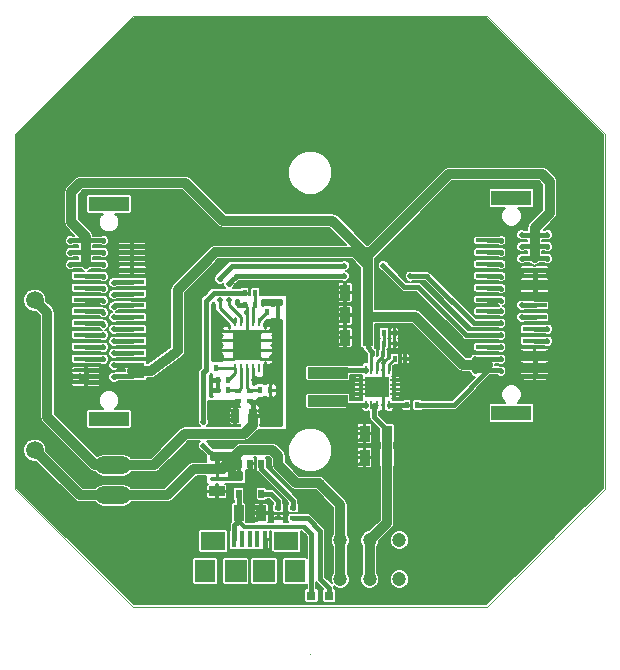
<source format=gtl>
G04 (created by PCBNEW (2013-09-06 BZR 4312)-stable) date P 15 sept  2013 15:04:35 EEST*
%MOIN*%
G04 Gerber Fmt 3.4, Leading zero omitted, Abs format*
%FSLAX34Y34*%
G01*
G70*
G90*
G04 APERTURE LIST*
%ADD10C,0.000787*%
%ADD11C,0.001000*%
%ADD12R,0.081890X0.015748*%
%ADD13R,0.133858X0.051181*%
%ADD14R,0.009055X0.031496*%
%ADD15R,0.031496X0.009843*%
%ADD16R,0.084646X0.066929*%
%ADD17R,0.035000X0.055000*%
%ADD18R,0.015700X0.023600*%
%ADD19R,0.133858X0.038583*%
%ADD20C,0.059055*%
%ADD21R,0.023600X0.015700*%
%ADD22R,0.025000X0.045000*%
%ADD23R,0.009843X0.031496*%
%ADD24R,0.026575X0.009843*%
%ADD25R,0.094488X0.104331*%
%ADD26O,0.118700X0.059300*%
%ADD27R,0.055000X0.035000*%
%ADD28R,0.031400X0.031400*%
%ADD29R,0.074700X0.074700*%
%ADD30R,0.074800X0.074700*%
%ADD31R,0.070700X0.074700*%
%ADD32R,0.082500X0.062900*%
%ADD33R,0.015700X0.053000*%
%ADD34R,0.020000X0.030000*%
%ADD35C,0.047244*%
%ADD36C,0.196850*%
%ADD37C,0.020000*%
%ADD38C,0.016000*%
%ADD39C,0.032000*%
%ADD40C,0.010000*%
%ADD41C,0.008000*%
%ADD42C,0.006000*%
%ADD43C,0.012000*%
%ADD44C,0.005000*%
%ADD45C,0.009000*%
G04 APERTURE END LIST*
G54D10*
G54D11*
X49213Y-56692D02*
G75*
G03X49213Y-56692I0J0D01*
G74*
G01*
X49211Y-56692D02*
X49213Y-56692D01*
X49212Y-56691D02*
X49212Y-56693D01*
X43307Y-55118D02*
X39370Y-51181D01*
X55118Y-55118D02*
X43307Y-55118D01*
X59055Y-51181D02*
X55118Y-55118D01*
X59055Y-39370D02*
X59055Y-51181D01*
X55118Y-35433D02*
X59055Y-39370D01*
X43307Y-35433D02*
X55118Y-35433D01*
X39370Y-39370D02*
X43307Y-35433D01*
X39370Y-51181D02*
X39370Y-39370D01*
G54D12*
X41732Y-42913D03*
X41732Y-43307D03*
X41732Y-43700D03*
X41732Y-44094D03*
X41732Y-44488D03*
X41732Y-44881D03*
X41732Y-45275D03*
X41732Y-45669D03*
X41732Y-46062D03*
X41732Y-46456D03*
X41732Y-46850D03*
X41732Y-47244D03*
X41732Y-47637D03*
X43275Y-47440D03*
X43275Y-47047D03*
X43275Y-46653D03*
X43275Y-46259D03*
X43275Y-45866D03*
X43275Y-45472D03*
X43275Y-45078D03*
X43275Y-44685D03*
X43275Y-44291D03*
X43275Y-43897D03*
X43275Y-43503D03*
X43275Y-43110D03*
G54D13*
X42503Y-41692D03*
X42503Y-48858D03*
X42503Y-48858D03*
X42503Y-41692D03*
G54D12*
X56692Y-47440D03*
X56692Y-47047D03*
X56692Y-46653D03*
X56692Y-46259D03*
X56692Y-45866D03*
X56692Y-45472D03*
X56692Y-45078D03*
X56692Y-44685D03*
X56692Y-44291D03*
X56692Y-43897D03*
X56692Y-43503D03*
X56692Y-43110D03*
X56692Y-42716D03*
X55149Y-42913D03*
X55149Y-43307D03*
X55149Y-43700D03*
X55149Y-44094D03*
X55149Y-44488D03*
X55149Y-44881D03*
X55149Y-45275D03*
X55149Y-45669D03*
X55149Y-46062D03*
X55149Y-46456D03*
X55149Y-46850D03*
X55149Y-47244D03*
G54D13*
X55921Y-48661D03*
X55921Y-41496D03*
X55921Y-41496D03*
X55921Y-48661D03*
G54D14*
X51056Y-48380D03*
X51253Y-48380D03*
X51450Y-48380D03*
X51646Y-48380D03*
X51843Y-48380D03*
X51843Y-47219D03*
X51646Y-47219D03*
X51450Y-47219D03*
X51253Y-47219D03*
X51056Y-47219D03*
G54D15*
X50898Y-48036D03*
X50898Y-47878D03*
X50898Y-47721D03*
X50898Y-47563D03*
X52001Y-48036D03*
X52001Y-47878D03*
X52001Y-47721D03*
X52001Y-47563D03*
G54D16*
X51450Y-47800D03*
G54D17*
X51775Y-50150D03*
X51025Y-50150D03*
X51775Y-49350D03*
X51025Y-49350D03*
G54D18*
X52023Y-46850D03*
X52377Y-46850D03*
X51673Y-46000D03*
X52027Y-46000D03*
G54D17*
X51125Y-46150D03*
X50375Y-46150D03*
X51125Y-45400D03*
X50375Y-45400D03*
X51125Y-44650D03*
X50375Y-44650D03*
G54D19*
X49800Y-48266D03*
X49800Y-47333D03*
G54D18*
X51273Y-46700D03*
X51627Y-46700D03*
X51673Y-46350D03*
X52027Y-46350D03*
X52777Y-48400D03*
X52423Y-48400D03*
G54D20*
X40033Y-49901D03*
X40033Y-44901D03*
G54D18*
X47377Y-45050D03*
X47023Y-45050D03*
X47773Y-45300D03*
X48127Y-45300D03*
X46477Y-47550D03*
X46123Y-47550D03*
X46477Y-47900D03*
X46123Y-47900D03*
X47523Y-47900D03*
X47877Y-47900D03*
X47377Y-44650D03*
X47023Y-44650D03*
X46077Y-47150D03*
X45723Y-47150D03*
G54D21*
X47200Y-47923D03*
X47200Y-48277D03*
X46800Y-47923D03*
X46800Y-48277D03*
G54D22*
X46700Y-48750D03*
X47300Y-48750D03*
G54D23*
X47493Y-45622D03*
X47296Y-45622D03*
X47100Y-45622D03*
X46903Y-45622D03*
X46706Y-45622D03*
X46706Y-47177D03*
X46903Y-47177D03*
X47100Y-47177D03*
X47296Y-47177D03*
X47493Y-47177D03*
G54D24*
X47700Y-45927D03*
X47700Y-46228D03*
X47700Y-46571D03*
X47700Y-46872D03*
X46499Y-45927D03*
X46499Y-46228D03*
X46499Y-46571D03*
X46499Y-46872D03*
G54D25*
X47100Y-46400D03*
G54D26*
X42650Y-51400D03*
X42650Y-50400D03*
G54D17*
X46825Y-52000D03*
X47575Y-52000D03*
G54D27*
X46100Y-50525D03*
X46100Y-51275D03*
G54D28*
X49255Y-54750D03*
X49845Y-54750D03*
G54D21*
X48650Y-51823D03*
X48650Y-52177D03*
X48150Y-52177D03*
X48150Y-51823D03*
G54D29*
X46728Y-53930D03*
G54D30*
X47672Y-53930D03*
G54D31*
X48696Y-53930D03*
G54D32*
X45980Y-52926D03*
G54D33*
X46689Y-52876D03*
X46945Y-52876D03*
X47200Y-52876D03*
X47455Y-52876D03*
X47711Y-52876D03*
G54D32*
X48420Y-52926D03*
G54D31*
X45704Y-53930D03*
G54D34*
X47575Y-50350D03*
X46825Y-50350D03*
X47575Y-51350D03*
X47200Y-50350D03*
X46825Y-51350D03*
G54D35*
X51200Y-52900D03*
X51200Y-54199D03*
X52184Y-52900D03*
X52184Y-54199D03*
X50215Y-52900D03*
X50215Y-54199D03*
G54D36*
X44094Y-37007D03*
X54330Y-37007D03*
X54330Y-53543D03*
X44094Y-53543D03*
G54D37*
X41220Y-43718D03*
X41220Y-43318D03*
X41220Y-42918D03*
X43500Y-47238D03*
X57120Y-43518D03*
X57120Y-43118D03*
X57120Y-42718D03*
X54720Y-47268D03*
X54720Y-46868D03*
X56270Y-43518D03*
X56270Y-43118D03*
X56270Y-42718D03*
X55570Y-47268D03*
X55570Y-46868D03*
X42670Y-47468D03*
X42670Y-47068D03*
X42320Y-43718D03*
X42320Y-43318D03*
X42320Y-42918D03*
X45650Y-49750D03*
X45650Y-48950D03*
X42670Y-44318D03*
X42670Y-44718D03*
X42670Y-45118D03*
X42670Y-45468D03*
X42670Y-45868D03*
X42670Y-46268D03*
X42670Y-46668D03*
X55570Y-46468D03*
X55570Y-42918D03*
X47300Y-50800D03*
X40500Y-41000D03*
X40500Y-42000D03*
X40500Y-43000D03*
X40500Y-44000D03*
X41000Y-44500D03*
X41000Y-45500D03*
X41000Y-46500D03*
X41500Y-50500D03*
X41000Y-50000D03*
X41000Y-48500D03*
X41000Y-47500D03*
X43500Y-49000D03*
X44500Y-49000D03*
X42800Y-47750D03*
X45750Y-44250D03*
X45250Y-45000D03*
X45250Y-46000D03*
X45250Y-47000D03*
X45250Y-48000D03*
X44500Y-48000D03*
X43500Y-48000D03*
X41540Y-47440D03*
X42310Y-47640D03*
X49750Y-42750D03*
X48750Y-42750D03*
X47750Y-42750D03*
X46750Y-42750D03*
X45750Y-42750D03*
X48750Y-46500D03*
X49750Y-46500D03*
X49750Y-45500D03*
X48750Y-45500D03*
X48750Y-44500D03*
X49750Y-44500D03*
X49250Y-51500D03*
X49750Y-52000D03*
X43000Y-53000D03*
X42000Y-52000D03*
X46000Y-52000D03*
X45000Y-52000D03*
X44000Y-52000D03*
X43000Y-52000D03*
X53000Y-41000D03*
X52000Y-41000D03*
X51000Y-41000D03*
X51000Y-42000D03*
X52000Y-42000D03*
X54000Y-44000D03*
X53000Y-43000D03*
X54000Y-43000D03*
X55000Y-42000D03*
X54000Y-42000D03*
X44000Y-43000D03*
X45000Y-43000D03*
X45000Y-42000D03*
X44000Y-42000D03*
X55000Y-48000D03*
X54000Y-48000D03*
X52000Y-45000D03*
X53000Y-45000D03*
X53000Y-47000D03*
X53000Y-48000D03*
X51000Y-52000D03*
X51000Y-51000D03*
X50000Y-51000D03*
X49000Y-49000D03*
X50000Y-49000D03*
X53000Y-54000D03*
X53000Y-53000D03*
X53000Y-51000D03*
X53000Y-52000D03*
X54000Y-52000D03*
X55000Y-52000D03*
X57000Y-51000D03*
X57000Y-50000D03*
X56000Y-51000D03*
X55000Y-51000D03*
X54000Y-51000D03*
X54000Y-50000D03*
X53000Y-50000D03*
X53000Y-49000D03*
X54000Y-49000D03*
X55000Y-49000D03*
X55000Y-50000D03*
X56000Y-50000D03*
X56000Y-53000D03*
X56000Y-52000D03*
X57000Y-52000D03*
X54000Y-40000D03*
X55000Y-40000D03*
X56000Y-40000D03*
X57000Y-40000D03*
X58000Y-40000D03*
X58000Y-51000D03*
X58000Y-50000D03*
X58000Y-49000D03*
X57000Y-49000D03*
X57000Y-48000D03*
X58000Y-48000D03*
X58000Y-47000D03*
X58000Y-46000D03*
X58000Y-45000D03*
X58000Y-44000D03*
X58000Y-43000D03*
X58000Y-42000D03*
X58000Y-41000D03*
X48000Y-41000D03*
X47000Y-41000D03*
X46000Y-41000D03*
X41000Y-40000D03*
X42000Y-40000D03*
X43000Y-40000D03*
X44000Y-40000D03*
X45000Y-40000D03*
X46000Y-40000D03*
X47000Y-40000D03*
X48000Y-40000D03*
X40000Y-40000D03*
X53000Y-40000D03*
X52000Y-40000D03*
X51000Y-40000D03*
X50000Y-40000D03*
X39700Y-39700D03*
X39700Y-40300D03*
X39700Y-40900D03*
X39700Y-41500D03*
X39700Y-42100D03*
X39700Y-42700D03*
X39700Y-43300D03*
X39700Y-43900D03*
X39700Y-44500D03*
X39700Y-45300D03*
X39700Y-45900D03*
X39700Y-46500D03*
X39700Y-47100D03*
X39700Y-47700D03*
X39700Y-48300D03*
X39700Y-48900D03*
X39700Y-49500D03*
X39700Y-50300D03*
X39700Y-50900D03*
X40100Y-51300D03*
X40500Y-51700D03*
X41000Y-52200D03*
X41500Y-52700D03*
X42000Y-53200D03*
X42500Y-53700D03*
X43000Y-54200D03*
X43500Y-54700D03*
X44200Y-54800D03*
X44800Y-54800D03*
X45400Y-54800D03*
X46000Y-54800D03*
X46600Y-54800D03*
X47200Y-54800D03*
X47800Y-54800D03*
X48400Y-54800D03*
X50200Y-54800D03*
X50700Y-54800D03*
X51300Y-54800D03*
X51900Y-54800D03*
X52500Y-54800D03*
X53100Y-54800D03*
X53700Y-54800D03*
X54300Y-54800D03*
X54900Y-54800D03*
X55300Y-54400D03*
X55800Y-53900D03*
X56300Y-53400D03*
X56800Y-52900D03*
X57300Y-52400D03*
X57800Y-51900D03*
X58300Y-51400D03*
X58700Y-50900D03*
X40000Y-39200D03*
X40400Y-38800D03*
X40800Y-38400D03*
X41200Y-38000D03*
X41600Y-37600D03*
X42000Y-37200D03*
X42400Y-36800D03*
X42800Y-36400D03*
X43200Y-36000D03*
X43800Y-35800D03*
X44400Y-35800D03*
X45000Y-35800D03*
X45600Y-35800D03*
X46200Y-35800D03*
X46800Y-35800D03*
X47400Y-35800D03*
X48000Y-35800D03*
X48600Y-35800D03*
X49200Y-35800D03*
X49800Y-35800D03*
X50400Y-35800D03*
X51000Y-35800D03*
X51600Y-35800D03*
X52200Y-35800D03*
X52800Y-35800D03*
X53400Y-35800D03*
X54000Y-35800D03*
X54600Y-35800D03*
X55000Y-36000D03*
X55400Y-36400D03*
X55800Y-36800D03*
X56200Y-37200D03*
X56600Y-37600D03*
X57000Y-38000D03*
X57400Y-38400D03*
X57800Y-38800D03*
X58200Y-39200D03*
X58600Y-39600D03*
X58700Y-40200D03*
X58700Y-40800D03*
X58700Y-41400D03*
X58700Y-42000D03*
X58700Y-42600D03*
X58700Y-43200D03*
X58700Y-43800D03*
X58700Y-44400D03*
X58700Y-45000D03*
X58700Y-45600D03*
X58700Y-46200D03*
X58700Y-46800D03*
X58700Y-47400D03*
X58700Y-48000D03*
X58700Y-48600D03*
X58700Y-49200D03*
X58700Y-49800D03*
X58700Y-50400D03*
X47700Y-53300D03*
X47300Y-52200D03*
X47300Y-51800D03*
X51750Y-48750D03*
X50100Y-44450D03*
X50100Y-44850D03*
X50750Y-49950D03*
X50750Y-50350D03*
X52550Y-46850D03*
X52200Y-46000D03*
X52200Y-46350D03*
X51750Y-48000D03*
X51750Y-47600D03*
X51150Y-48000D03*
X51150Y-47600D03*
X51450Y-47800D03*
X46500Y-48900D03*
X46500Y-48550D03*
X50100Y-45200D03*
X50100Y-45600D03*
X50100Y-45950D03*
X50100Y-46350D03*
X50750Y-49150D03*
X50750Y-49550D03*
X43770Y-43918D03*
X43770Y-43518D03*
X43770Y-43118D03*
X57120Y-44718D03*
X57120Y-44318D03*
X57120Y-43918D03*
X57120Y-47468D03*
X57120Y-47068D03*
X57120Y-46668D03*
X56270Y-47468D03*
X56270Y-47068D03*
X56270Y-46668D03*
X56270Y-44718D03*
X56270Y-44318D03*
X56270Y-43918D03*
X42670Y-43918D03*
X42670Y-43518D03*
X42670Y-43118D03*
X42320Y-47268D03*
X47950Y-45900D03*
X47950Y-46800D03*
X46250Y-46800D03*
X46250Y-45900D03*
X46850Y-45050D03*
X45950Y-47550D03*
X45950Y-47900D03*
X47400Y-46750D03*
X46800Y-46750D03*
X47400Y-46050D03*
X47100Y-46400D03*
X46800Y-46050D03*
X48100Y-45550D03*
X47350Y-47550D03*
X47900Y-48150D03*
X47900Y-47650D03*
X47450Y-48300D03*
X47550Y-48600D03*
X42320Y-46868D03*
X42320Y-46468D03*
X42320Y-46068D03*
X42320Y-45718D03*
X42320Y-45318D03*
X42320Y-44918D03*
X42320Y-44518D03*
X42320Y-44118D03*
X56270Y-45068D03*
X56270Y-45468D03*
X57120Y-45868D03*
X52550Y-44100D03*
X46500Y-44900D03*
X46500Y-44350D03*
X50350Y-44100D03*
X55570Y-45668D03*
X50350Y-43750D03*
X46200Y-44200D03*
X46200Y-44900D03*
X51650Y-43750D03*
X55570Y-46068D03*
X55570Y-44918D03*
X55570Y-43718D03*
X55570Y-44518D03*
X55570Y-43318D03*
X55570Y-45268D03*
X55570Y-44118D03*
X57120Y-46268D03*
G54D38*
X52777Y-48400D02*
X53993Y-48400D01*
X53993Y-48400D02*
X55149Y-47244D01*
G54D39*
X50700Y-43300D02*
X51250Y-43300D01*
X52700Y-45450D02*
X51175Y-45450D01*
X54300Y-47050D02*
X52700Y-45450D01*
X55149Y-47050D02*
X54300Y-47050D01*
X51175Y-45450D02*
X51125Y-45400D01*
X49850Y-42250D02*
X49950Y-42250D01*
X49850Y-42250D02*
X46300Y-42250D01*
X46300Y-42250D02*
X45050Y-41000D01*
X44500Y-41000D02*
X45050Y-41000D01*
X41732Y-42782D02*
X41250Y-42300D01*
X41250Y-42300D02*
X41250Y-41300D01*
X41250Y-41300D02*
X41550Y-41000D01*
X41550Y-41000D02*
X44500Y-41000D01*
X41732Y-42913D02*
X41732Y-42782D01*
X49950Y-42250D02*
X51125Y-43425D01*
X51125Y-43700D02*
X51100Y-43700D01*
X51100Y-43700D02*
X50700Y-43300D01*
X45800Y-43550D02*
X46050Y-43300D01*
X46050Y-43300D02*
X50700Y-43300D01*
X44800Y-46600D02*
X44800Y-44550D01*
X43900Y-47250D02*
X44800Y-46600D01*
X43275Y-47250D02*
X43900Y-47250D01*
X44800Y-44550D02*
X45800Y-43550D01*
X51000Y-43300D02*
X51125Y-43425D01*
X50700Y-43300D02*
X51000Y-43300D01*
X53850Y-40700D02*
X56950Y-40700D01*
X51250Y-43300D02*
X53850Y-40700D01*
X57200Y-40950D02*
X56950Y-40700D01*
X56692Y-43503D02*
X56692Y-42507D01*
X56692Y-42507D02*
X57200Y-42000D01*
X57200Y-42000D02*
X57200Y-40950D01*
X51125Y-43425D02*
X51250Y-43300D01*
X51125Y-43425D02*
X51125Y-43700D01*
X51125Y-43700D02*
X51125Y-43550D01*
X51125Y-44050D02*
X51125Y-43875D01*
X51125Y-43550D02*
X51125Y-43525D01*
X51125Y-44650D02*
X51125Y-44050D01*
X51125Y-44050D02*
X51125Y-43550D01*
X51125Y-46150D02*
X51125Y-45400D01*
X51125Y-45400D02*
X51125Y-44650D01*
X41732Y-42913D02*
X41732Y-43700D01*
G54D38*
X51125Y-44650D02*
X51125Y-45400D01*
X51273Y-46700D02*
X51273Y-46623D01*
X51125Y-46475D02*
X51125Y-46150D01*
X51273Y-46623D02*
X51125Y-46475D01*
G54D40*
X51253Y-47219D02*
X51253Y-46719D01*
X51253Y-46719D02*
X51273Y-46700D01*
G54D38*
X41732Y-43700D02*
X41237Y-43700D01*
X41237Y-43700D02*
X41220Y-43718D01*
X41231Y-43307D02*
X41732Y-43307D01*
X41220Y-43318D02*
X41231Y-43307D01*
X41732Y-42913D02*
X41224Y-42913D01*
X41224Y-42913D02*
X41220Y-42918D01*
X43275Y-47047D02*
X43275Y-47250D01*
X43275Y-47250D02*
X43275Y-47440D01*
G54D40*
X43309Y-47047D02*
X43275Y-47047D01*
X43500Y-47238D02*
X43309Y-47047D01*
G54D38*
X56692Y-43503D02*
X57105Y-43503D01*
X57105Y-43503D02*
X57120Y-43518D01*
X57112Y-43110D02*
X56692Y-43110D01*
X57120Y-43118D02*
X57112Y-43110D01*
X56692Y-42716D02*
X57118Y-42716D01*
X57118Y-42716D02*
X57120Y-42718D01*
X55149Y-47244D02*
X54744Y-47244D01*
X54744Y-47244D02*
X54720Y-47268D01*
X54737Y-46850D02*
X55149Y-46850D01*
X54720Y-46868D02*
X54737Y-46850D01*
X56692Y-43503D02*
X56284Y-43503D01*
X56284Y-43503D02*
X56270Y-43518D01*
X56277Y-43110D02*
X56692Y-43110D01*
X56270Y-43118D02*
X56277Y-43110D01*
X56692Y-42716D02*
X56271Y-42716D01*
X56271Y-42716D02*
X56270Y-42718D01*
X56692Y-43503D02*
X56692Y-43110D01*
X56692Y-43110D02*
X56692Y-42716D01*
X56692Y-42716D02*
X56692Y-43110D01*
X55149Y-47244D02*
X55546Y-47244D01*
X55546Y-47244D02*
X55570Y-47268D01*
X55552Y-46850D02*
X55149Y-46850D01*
X55570Y-46868D02*
X55552Y-46850D01*
X43275Y-47440D02*
X42697Y-47440D01*
X42697Y-47440D02*
X42670Y-47468D01*
X42690Y-47047D02*
X43275Y-47047D01*
X42670Y-47068D02*
X42690Y-47047D01*
X42302Y-43700D02*
X41732Y-43700D01*
X42320Y-43718D02*
X42302Y-43700D01*
X41732Y-43307D02*
X42309Y-43307D01*
X42309Y-43307D02*
X42320Y-43318D01*
X41732Y-42913D02*
X42315Y-42913D01*
X42315Y-42913D02*
X42320Y-42918D01*
X41732Y-43700D02*
X41732Y-43307D01*
X41732Y-43307D02*
X41732Y-42913D01*
X55149Y-46850D02*
X55149Y-47050D01*
X55149Y-47050D02*
X55149Y-47244D01*
G54D39*
X42650Y-51400D02*
X44450Y-51400D01*
X45325Y-50525D02*
X46100Y-50525D01*
X44450Y-51400D02*
X45325Y-50525D01*
X42650Y-51400D02*
X41531Y-51400D01*
X41531Y-51400D02*
X40033Y-49901D01*
X48150Y-50400D02*
X48750Y-51000D01*
X50215Y-52415D02*
X50215Y-52900D01*
X50215Y-51715D02*
X50215Y-52415D01*
X49500Y-51000D02*
X50215Y-51715D01*
X48750Y-51000D02*
X49500Y-51000D01*
G54D38*
X45650Y-48950D02*
X45650Y-47300D01*
X45723Y-47227D02*
X45723Y-47150D01*
X45723Y-47227D02*
X45650Y-47300D01*
X45650Y-49750D02*
X46100Y-50200D01*
X46100Y-50525D02*
X46100Y-50200D01*
G54D39*
X47350Y-49900D02*
X47950Y-49900D01*
X47950Y-49900D02*
X48150Y-50100D01*
X48150Y-50100D02*
X48150Y-50400D01*
X46275Y-50525D02*
X46100Y-50525D01*
X46900Y-49900D02*
X47350Y-49900D01*
X46275Y-50525D02*
X46900Y-49900D01*
X48150Y-50400D02*
X48150Y-50350D01*
G54D38*
X45723Y-47150D02*
X45723Y-44927D01*
X45723Y-44927D02*
X46000Y-44650D01*
X46000Y-44650D02*
X46250Y-44650D01*
X46250Y-44650D02*
X47023Y-44650D01*
G54D39*
X50215Y-54199D02*
X50215Y-52900D01*
G54D38*
X46100Y-50525D02*
X46650Y-50525D01*
X46650Y-50525D02*
X46825Y-50350D01*
G54D39*
X51200Y-54199D02*
X51200Y-52900D01*
X51200Y-52900D02*
X51775Y-52325D01*
X51775Y-52325D02*
X51775Y-50150D01*
G54D38*
X51775Y-49350D02*
X51775Y-49225D01*
X51350Y-48800D02*
X51600Y-49050D01*
X51350Y-48800D02*
X51350Y-48380D01*
X51775Y-49225D02*
X51600Y-49050D01*
G54D40*
X51253Y-48380D02*
X51350Y-48380D01*
X51350Y-48380D02*
X51450Y-48380D01*
G54D39*
X51775Y-49350D02*
X51775Y-50150D01*
G54D38*
X43275Y-44291D02*
X42696Y-44291D01*
X42696Y-44291D02*
X42670Y-44318D01*
X42703Y-44685D02*
X43275Y-44685D01*
X42670Y-44718D02*
X42703Y-44685D01*
X43275Y-45078D02*
X42709Y-45078D01*
X42709Y-45078D02*
X42670Y-45118D01*
X42674Y-45472D02*
X43275Y-45472D01*
X42670Y-45468D02*
X42674Y-45472D01*
X43275Y-45866D02*
X42672Y-45866D01*
X42672Y-45866D02*
X42670Y-45868D01*
X42678Y-46259D02*
X43275Y-46259D01*
X42670Y-46268D02*
X42678Y-46259D01*
X43275Y-46653D02*
X42684Y-46653D01*
X42684Y-46653D02*
X42670Y-46668D01*
X55149Y-46456D02*
X55558Y-46456D01*
X55558Y-46456D02*
X55570Y-46468D01*
X55565Y-42913D02*
X55149Y-42913D01*
X55570Y-42918D02*
X55565Y-42913D01*
X47200Y-50350D02*
X47200Y-50700D01*
X47200Y-50700D02*
X47300Y-50800D01*
G54D40*
X41000Y-47500D02*
X41000Y-46500D01*
X40500Y-42000D02*
X40500Y-41000D01*
X40500Y-44000D02*
X40500Y-43000D01*
X41000Y-45500D02*
X41000Y-44500D01*
X41000Y-50000D02*
X41500Y-50500D01*
X41000Y-47500D02*
X41000Y-48500D01*
X44500Y-49000D02*
X43500Y-49000D01*
X42800Y-47750D02*
X43250Y-47750D01*
X45250Y-44750D02*
X45750Y-44250D01*
X45250Y-45000D02*
X45250Y-44750D01*
X45250Y-47000D02*
X45250Y-46000D01*
X44500Y-48000D02*
X45250Y-48000D01*
X43250Y-47750D02*
X43500Y-48000D01*
G54D38*
X41732Y-47450D02*
X41550Y-47450D01*
X41550Y-47450D02*
X41540Y-47440D01*
X41732Y-47637D02*
X41732Y-47450D01*
X41732Y-47450D02*
X41732Y-47244D01*
X41732Y-47637D02*
X42307Y-47637D01*
X42307Y-47637D02*
X42310Y-47640D01*
G54D40*
X44200Y-54800D02*
X44200Y-53648D01*
X44200Y-53648D02*
X44094Y-53543D01*
X54300Y-54800D02*
X54300Y-53574D01*
X54300Y-53574D02*
X54330Y-53543D01*
X54600Y-35800D02*
X54600Y-36738D01*
X54600Y-36738D02*
X54330Y-37007D01*
X43800Y-35800D02*
X43800Y-36713D01*
X43800Y-36713D02*
X44094Y-37007D01*
G54D41*
X45000Y-43000D02*
X45500Y-43000D01*
X46750Y-42750D02*
X47750Y-42750D01*
X45500Y-43000D02*
X45750Y-42750D01*
X49750Y-42750D02*
X48750Y-42750D01*
X49750Y-46500D02*
X48750Y-46500D01*
X48750Y-45500D02*
X49750Y-45500D01*
X49750Y-44500D02*
X48750Y-44500D01*
X49750Y-52000D02*
X49250Y-51500D01*
X43000Y-52000D02*
X43000Y-53000D01*
X42000Y-52000D02*
X43000Y-52000D01*
X44000Y-52000D02*
X45000Y-52000D01*
X53000Y-41000D02*
X52000Y-41000D01*
X51000Y-41000D02*
X51000Y-42000D01*
X54000Y-43000D02*
X53000Y-43000D01*
X54000Y-42000D02*
X55000Y-42000D01*
X45000Y-43000D02*
X44000Y-43000D01*
X44000Y-42000D02*
X45000Y-42000D01*
X55000Y-49000D02*
X55000Y-48000D01*
X53000Y-45000D02*
X52000Y-45000D01*
X53000Y-48000D02*
X53000Y-47000D01*
X51000Y-52000D02*
X51000Y-51000D01*
X50000Y-49000D02*
X49000Y-49000D01*
X53000Y-52000D02*
X53000Y-53000D01*
X56000Y-52000D02*
X55000Y-52000D01*
X54000Y-52000D02*
X53000Y-52000D01*
X57000Y-50000D02*
X56000Y-50000D01*
X57000Y-51000D02*
X57000Y-50000D01*
X54000Y-51000D02*
X55000Y-51000D01*
X53000Y-50000D02*
X54000Y-50000D01*
X54000Y-49000D02*
X53000Y-49000D01*
X55000Y-50000D02*
X55000Y-49000D01*
X57000Y-52000D02*
X56000Y-52000D01*
X58000Y-40000D02*
X58000Y-41000D01*
X54000Y-40000D02*
X55000Y-40000D01*
X56000Y-40000D02*
X57000Y-40000D01*
X58000Y-50000D02*
X58000Y-51000D01*
X57000Y-49000D02*
X58000Y-49000D01*
X58000Y-48000D02*
X57000Y-48000D01*
X58000Y-46000D02*
X58000Y-47000D01*
X58000Y-44000D02*
X58000Y-45000D01*
X58000Y-42000D02*
X58000Y-43000D01*
X46000Y-40000D02*
X46000Y-41000D01*
X47000Y-41000D02*
X48000Y-41000D01*
X42000Y-40000D02*
X43000Y-40000D01*
X44000Y-40000D02*
X45000Y-40000D01*
X46000Y-40000D02*
X47000Y-40000D01*
X40000Y-40000D02*
X41000Y-40000D01*
X52000Y-40000D02*
X53000Y-40000D01*
X50000Y-40000D02*
X51000Y-40000D01*
X39700Y-39500D02*
X39700Y-39700D01*
X39700Y-40300D02*
X39700Y-40900D01*
X39700Y-41500D02*
X39700Y-42100D01*
X39700Y-42700D02*
X39700Y-43300D01*
X39700Y-43900D02*
X39700Y-44500D01*
X39700Y-45300D02*
X39700Y-45900D01*
X39700Y-46500D02*
X39700Y-47100D01*
X39700Y-47700D02*
X39700Y-48300D01*
X39700Y-48900D02*
X39700Y-49500D01*
X39700Y-50300D02*
X39700Y-50900D01*
X40100Y-51300D02*
X40500Y-51700D01*
X41000Y-52200D02*
X41500Y-52700D01*
X42000Y-53200D02*
X42500Y-53700D01*
X43000Y-54200D02*
X43500Y-54700D01*
X44200Y-54800D02*
X44800Y-54800D01*
X45400Y-54800D02*
X46000Y-54800D01*
X46600Y-54800D02*
X47200Y-54800D01*
X47800Y-54800D02*
X48400Y-54800D01*
X50200Y-54800D02*
X50700Y-54800D01*
X51300Y-54800D02*
X51900Y-54800D01*
X52500Y-54800D02*
X53100Y-54800D01*
X53700Y-54800D02*
X54300Y-54800D01*
X54900Y-54800D02*
X55300Y-54400D01*
X55800Y-53900D02*
X56300Y-53400D01*
X56800Y-52900D02*
X57300Y-52400D01*
X57800Y-51900D02*
X58300Y-51400D01*
X40000Y-39200D02*
X39800Y-39400D01*
X40800Y-38400D02*
X40400Y-38800D01*
X41600Y-37600D02*
X41200Y-38000D01*
X42400Y-36800D02*
X42000Y-37200D01*
X43200Y-36000D02*
X42800Y-36400D01*
X44400Y-35800D02*
X43800Y-35800D01*
X45600Y-35800D02*
X45000Y-35800D01*
X46800Y-35800D02*
X46200Y-35800D01*
X48000Y-35800D02*
X47400Y-35800D01*
X49200Y-35800D02*
X48600Y-35800D01*
X50400Y-35800D02*
X49800Y-35800D01*
X51600Y-35800D02*
X51000Y-35800D01*
X52800Y-35800D02*
X52200Y-35800D01*
X54000Y-35800D02*
X53400Y-35800D01*
X54800Y-35800D02*
X54600Y-35800D01*
X55000Y-36000D02*
X54800Y-35800D01*
X55800Y-36800D02*
X55400Y-36400D01*
X56600Y-37600D02*
X56200Y-37200D01*
X57400Y-38400D02*
X57000Y-38000D01*
X58200Y-39200D02*
X57800Y-38800D01*
X58700Y-40200D02*
X58600Y-39600D01*
X58700Y-41400D02*
X58700Y-40800D01*
X58700Y-42600D02*
X58700Y-42000D01*
X58700Y-43800D02*
X58700Y-43200D01*
X58700Y-45000D02*
X58700Y-44400D01*
X58700Y-46200D02*
X58700Y-45600D01*
X58700Y-47400D02*
X58700Y-46800D01*
X39800Y-39400D02*
X39700Y-39500D01*
X58700Y-48600D02*
X58700Y-49200D01*
X58700Y-49800D02*
X58700Y-50400D01*
X58700Y-47400D02*
X58700Y-48000D01*
G54D38*
X47711Y-52876D02*
X47711Y-53289D01*
X47711Y-53289D02*
X47700Y-53300D01*
X47575Y-52000D02*
X47575Y-52025D01*
X47400Y-52200D02*
X47300Y-52200D01*
X47575Y-52025D02*
X47400Y-52200D01*
X47575Y-52000D02*
X47575Y-51975D01*
X47400Y-51800D02*
X47300Y-51800D01*
X47575Y-51975D02*
X47400Y-51800D01*
G54D40*
X51646Y-48380D02*
X51646Y-48646D01*
X51646Y-48646D02*
X51750Y-48750D01*
X50375Y-44650D02*
X50375Y-44625D01*
X50200Y-44450D02*
X50100Y-44450D01*
X50375Y-44625D02*
X50200Y-44450D01*
X50375Y-44650D02*
X50375Y-44675D01*
X50200Y-44850D02*
X50100Y-44850D01*
X50375Y-44675D02*
X50200Y-44850D01*
X51025Y-50150D02*
X51025Y-50075D01*
X50900Y-49950D02*
X50750Y-49950D01*
X51025Y-50075D02*
X50900Y-49950D01*
X51025Y-50150D02*
X51025Y-50175D01*
X50850Y-50350D02*
X50750Y-50350D01*
X51025Y-50175D02*
X50850Y-50350D01*
X52377Y-46850D02*
X52550Y-46850D01*
X52027Y-46000D02*
X52200Y-46000D01*
X52027Y-46350D02*
X52200Y-46350D01*
X51750Y-48000D02*
X51500Y-47800D01*
X51500Y-47800D02*
X51450Y-47800D01*
X51750Y-47600D02*
X51500Y-47800D01*
X51500Y-47800D02*
X51450Y-47800D01*
X51500Y-47800D02*
X51450Y-47800D01*
X51150Y-48000D02*
X51400Y-47800D01*
X51400Y-47800D02*
X51450Y-47800D01*
X51150Y-47600D02*
X51400Y-47800D01*
X51400Y-47800D02*
X51450Y-47800D01*
X51400Y-47800D02*
X51450Y-47800D01*
X46700Y-48750D02*
X46550Y-48900D01*
X46550Y-48900D02*
X46500Y-48900D01*
X46700Y-48750D02*
X46700Y-48700D01*
X46550Y-48550D02*
X46500Y-48550D01*
X46700Y-48700D02*
X46550Y-48550D01*
X50375Y-45400D02*
X50375Y-45375D01*
X50200Y-45200D02*
X50100Y-45200D01*
X50375Y-45375D02*
X50200Y-45200D01*
X50375Y-45400D02*
X50375Y-45425D01*
X50200Y-45600D02*
X50100Y-45600D01*
X50375Y-45425D02*
X50200Y-45600D01*
X50375Y-46150D02*
X50375Y-46125D01*
X50200Y-45950D02*
X50100Y-45950D01*
X50375Y-46125D02*
X50200Y-45950D01*
X50375Y-46150D02*
X50375Y-46175D01*
X50200Y-46350D02*
X50100Y-46350D01*
X50375Y-46175D02*
X50200Y-46350D01*
X51646Y-47219D02*
X51646Y-47603D01*
X51646Y-47603D02*
X51450Y-47800D01*
X51646Y-48380D02*
X51646Y-47996D01*
X51646Y-47996D02*
X51450Y-47800D01*
X51025Y-49350D02*
X51025Y-49325D01*
X50850Y-49150D02*
X50750Y-49150D01*
X51025Y-49325D02*
X50850Y-49150D01*
X51025Y-49350D02*
X51025Y-49375D01*
X50850Y-49550D02*
X50750Y-49550D01*
X51025Y-49375D02*
X50850Y-49550D01*
G54D38*
X46700Y-48750D02*
X46700Y-48377D01*
X46700Y-48377D02*
X46800Y-48277D01*
X43749Y-43897D02*
X43275Y-43897D01*
X43770Y-43918D02*
X43749Y-43897D01*
X43275Y-43503D02*
X43755Y-43503D01*
X43755Y-43503D02*
X43770Y-43518D01*
X43762Y-43110D02*
X43275Y-43110D01*
X43770Y-43118D02*
X43762Y-43110D01*
G54D40*
X41732Y-47244D02*
X41634Y-47244D01*
G54D38*
X57087Y-44685D02*
X56692Y-44685D01*
X57120Y-44718D02*
X57087Y-44685D01*
X56692Y-44291D02*
X57093Y-44291D01*
X57093Y-44291D02*
X57120Y-44318D01*
X57099Y-43897D02*
X56692Y-43897D01*
X57120Y-43918D02*
X57099Y-43897D01*
X57092Y-47440D02*
X56692Y-47440D01*
X57120Y-47468D02*
X57092Y-47440D01*
X56692Y-47047D02*
X57099Y-47047D01*
X57099Y-47047D02*
X57120Y-47068D01*
X57105Y-46653D02*
X56692Y-46653D01*
X57120Y-46668D02*
X57105Y-46653D01*
X56692Y-47440D02*
X56297Y-47440D01*
X56297Y-47440D02*
X56270Y-47468D01*
X56290Y-47047D02*
X56692Y-47047D01*
X56270Y-47068D02*
X56290Y-47047D01*
X56692Y-46653D02*
X56284Y-46653D01*
X56284Y-46653D02*
X56270Y-46668D01*
X56692Y-46653D02*
X56692Y-47047D01*
X56692Y-47047D02*
X56692Y-47440D01*
X56692Y-44685D02*
X56303Y-44685D01*
X56303Y-44685D02*
X56270Y-44718D01*
X56296Y-44291D02*
X56692Y-44291D01*
X56270Y-44318D02*
X56296Y-44291D01*
X56692Y-43897D02*
X56692Y-44291D01*
X56692Y-44291D02*
X56692Y-44685D01*
X56290Y-43897D02*
X56692Y-43897D01*
X56270Y-43918D02*
X56290Y-43897D01*
X42690Y-43897D02*
X43275Y-43897D01*
X42670Y-43918D02*
X42690Y-43897D01*
X43275Y-43503D02*
X42684Y-43503D01*
X42684Y-43503D02*
X42670Y-43518D01*
X42677Y-43110D02*
X43275Y-43110D01*
X42670Y-43118D02*
X42677Y-43110D01*
X41732Y-47244D02*
X42296Y-47244D01*
X42296Y-47244D02*
X42320Y-47268D01*
G54D42*
X47700Y-45927D02*
X47922Y-45927D01*
X47922Y-45927D02*
X47950Y-45900D01*
X47700Y-46872D02*
X47927Y-46872D01*
X47927Y-46872D02*
X47950Y-46800D01*
X46499Y-46872D02*
X46322Y-46872D01*
X46322Y-46872D02*
X46250Y-46800D01*
X46499Y-45927D02*
X46277Y-45927D01*
X46277Y-45927D02*
X46250Y-45900D01*
G54D39*
X42650Y-50400D02*
X42050Y-50400D01*
X40450Y-45318D02*
X40033Y-44901D01*
X40450Y-48800D02*
X40450Y-45318D01*
X42050Y-50400D02*
X40450Y-48800D01*
X42650Y-50400D02*
X44000Y-50400D01*
X44000Y-50400D02*
X45050Y-49350D01*
G54D38*
X46850Y-45050D02*
X47023Y-45050D01*
G54D41*
X47023Y-45050D02*
X46850Y-45050D01*
G54D38*
X46123Y-47550D02*
X45950Y-47550D01*
G54D41*
X46123Y-47550D02*
X45950Y-47550D01*
G54D38*
X46123Y-47900D02*
X45950Y-47900D01*
G54D41*
X46123Y-47900D02*
X45950Y-47900D01*
G54D39*
X45050Y-49350D02*
X46600Y-49350D01*
X47000Y-49350D02*
X47300Y-49050D01*
X47300Y-49050D02*
X47300Y-48750D01*
X46600Y-49350D02*
X47000Y-49350D01*
X45050Y-49350D02*
X44850Y-49550D01*
G54D40*
X47700Y-46872D02*
X47572Y-46872D01*
X47572Y-46872D02*
X47100Y-46400D01*
X47700Y-46571D02*
X47271Y-46571D01*
X47271Y-46571D02*
X47100Y-46400D01*
X47700Y-46228D02*
X47271Y-46228D01*
X47271Y-46228D02*
X47100Y-46400D01*
X47700Y-45927D02*
X47572Y-45927D01*
X47572Y-45927D02*
X47100Y-46400D01*
X46499Y-45927D02*
X46627Y-45927D01*
X46627Y-45927D02*
X47100Y-46400D01*
X46499Y-46571D02*
X46928Y-46571D01*
X46928Y-46571D02*
X47100Y-46400D01*
X46499Y-46872D02*
X46627Y-46872D01*
X46627Y-46872D02*
X47100Y-46400D01*
X46499Y-46228D02*
X46928Y-46228D01*
X46928Y-46228D02*
X47100Y-46400D01*
X47400Y-46750D02*
X47100Y-46450D01*
X47100Y-46450D02*
X47100Y-46400D01*
X47100Y-46450D02*
X47100Y-46400D01*
X46800Y-46750D02*
X47100Y-46450D01*
X47400Y-46050D02*
X47100Y-46350D01*
X47100Y-46350D02*
X47100Y-46400D01*
X47100Y-46350D02*
X47100Y-46400D01*
X46800Y-46050D02*
X47100Y-46350D01*
G54D41*
X48127Y-45300D02*
X48127Y-45523D01*
X48127Y-45523D02*
X48100Y-45550D01*
X47296Y-47177D02*
X47296Y-47496D01*
X47296Y-47496D02*
X47350Y-47550D01*
X47877Y-47900D02*
X47877Y-48127D01*
X47877Y-48127D02*
X47900Y-48150D01*
X47877Y-47900D02*
X47877Y-47673D01*
X47877Y-47673D02*
X47900Y-47650D01*
X47200Y-48277D02*
X47427Y-48277D01*
X47427Y-48277D02*
X47450Y-48300D01*
X47300Y-48750D02*
X47450Y-48600D01*
X47450Y-48600D02*
X47550Y-48600D01*
G54D40*
X47100Y-45622D02*
X47100Y-45300D01*
X47100Y-45300D02*
X47100Y-45127D01*
X47100Y-45127D02*
X47023Y-45050D01*
G54D38*
X47300Y-48750D02*
X47300Y-48377D01*
X47300Y-48377D02*
X47200Y-48277D01*
X47575Y-50350D02*
X47575Y-50525D01*
X47575Y-50525D02*
X48650Y-51600D01*
X48650Y-51600D02*
X48650Y-51823D01*
G54D40*
X46706Y-47177D02*
X46104Y-47177D01*
X46104Y-47177D02*
X46077Y-47150D01*
X46706Y-47177D02*
X46706Y-47320D01*
X46706Y-47320D02*
X46477Y-47550D01*
X47493Y-45622D02*
X47493Y-45579D01*
X47493Y-45579D02*
X47773Y-45300D01*
X46477Y-47900D02*
X46777Y-47900D01*
X46777Y-47900D02*
X46800Y-47923D01*
X46903Y-47177D02*
X46903Y-47819D01*
X46903Y-47819D02*
X46800Y-47923D01*
G54D38*
X48827Y-52177D02*
X49127Y-52177D01*
X48650Y-52177D02*
X48827Y-52177D01*
X49845Y-54495D02*
X49550Y-54200D01*
X49550Y-54200D02*
X49550Y-52600D01*
X49845Y-54495D02*
X49845Y-54750D01*
X49127Y-52177D02*
X49550Y-52600D01*
X49845Y-54645D02*
X49845Y-54750D01*
X48150Y-51823D02*
X48150Y-51600D01*
X47900Y-51350D02*
X48100Y-51550D01*
X48150Y-51600D02*
X48100Y-51550D01*
X47900Y-51350D02*
X47575Y-51350D01*
G54D43*
X49000Y-52450D02*
X47000Y-52450D01*
G54D38*
X49255Y-52705D02*
X49000Y-52450D01*
X49255Y-54750D02*
X49255Y-52705D01*
G54D43*
X47000Y-52450D02*
X46825Y-52275D01*
X46825Y-52275D02*
X46825Y-52000D01*
G54D38*
X46689Y-52876D02*
X46689Y-52411D01*
X46825Y-52275D02*
X46825Y-52000D01*
X46689Y-52411D02*
X46825Y-52275D01*
X46825Y-51350D02*
X46825Y-52000D01*
X49800Y-48266D02*
X50334Y-48266D01*
X50448Y-48380D02*
X51056Y-48380D01*
X50334Y-48266D02*
X50448Y-48380D01*
X49800Y-47333D02*
X50330Y-47333D01*
X50444Y-47219D02*
X51056Y-47219D01*
X50330Y-47333D02*
X50444Y-47219D01*
G54D40*
X51673Y-46350D02*
X51673Y-46000D01*
X51627Y-46700D02*
X51627Y-46396D01*
X51627Y-46396D02*
X51673Y-46350D01*
X51450Y-47219D02*
X51450Y-46950D01*
X51627Y-46773D02*
X51627Y-46700D01*
X51450Y-46950D02*
X51627Y-46773D01*
X47523Y-47900D02*
X47223Y-47900D01*
X47223Y-47900D02*
X47200Y-47923D01*
X47100Y-47177D02*
X47100Y-47823D01*
X47100Y-47823D02*
X47200Y-47923D01*
X51843Y-47219D02*
X51843Y-47029D01*
X51843Y-47029D02*
X52023Y-46850D01*
X51843Y-47219D02*
X51843Y-47179D01*
X47377Y-44650D02*
X47377Y-45050D01*
X47296Y-45622D02*
X47296Y-45130D01*
X47296Y-45130D02*
X47377Y-45050D01*
G54D38*
X42302Y-46850D02*
X41732Y-46850D01*
X42320Y-46868D02*
X42302Y-46850D01*
X41732Y-46456D02*
X42308Y-46456D01*
X42308Y-46456D02*
X42320Y-46468D01*
X42314Y-46062D02*
X41732Y-46062D01*
X42320Y-46068D02*
X42314Y-46062D01*
X41732Y-45669D02*
X42271Y-45669D01*
X42271Y-45669D02*
X42320Y-45718D01*
X42277Y-45275D02*
X41732Y-45275D01*
X42320Y-45318D02*
X42277Y-45275D01*
X41732Y-44881D02*
X42283Y-44881D01*
X42283Y-44881D02*
X42320Y-44918D01*
X42320Y-44518D02*
X42290Y-44488D01*
X42290Y-44488D02*
X41732Y-44488D01*
X41732Y-44094D02*
X42296Y-44094D01*
X42296Y-44094D02*
X42320Y-44118D01*
X56280Y-45078D02*
X56692Y-45078D01*
X56270Y-45068D02*
X56280Y-45078D01*
X56692Y-45472D02*
X56274Y-45472D01*
X56274Y-45472D02*
X56270Y-45468D01*
X51843Y-48380D02*
X52403Y-48380D01*
X52403Y-48380D02*
X52423Y-48400D01*
X57118Y-45866D02*
X56692Y-45866D01*
X57120Y-45868D02*
X57118Y-45866D01*
X52900Y-44100D02*
X53100Y-44100D01*
X54669Y-45669D02*
X53150Y-44150D01*
X55149Y-45669D02*
X54669Y-45669D01*
X52550Y-44100D02*
X52900Y-44100D01*
X46500Y-44350D02*
X46650Y-44200D01*
G54D40*
X46903Y-45453D02*
X46500Y-45050D01*
X46500Y-45050D02*
X46500Y-44900D01*
X46903Y-45453D02*
X46903Y-45622D01*
G54D38*
X46750Y-44100D02*
X50350Y-44100D01*
X46700Y-44150D02*
X46750Y-44100D01*
X46650Y-44200D02*
X46700Y-44150D01*
X53100Y-44100D02*
X53150Y-44150D01*
G54D41*
X55628Y-45668D02*
X55570Y-45668D01*
G54D38*
X55149Y-45669D02*
X55568Y-45669D01*
X55568Y-45669D02*
X55570Y-45668D01*
X54412Y-46062D02*
X53000Y-44650D01*
X55149Y-46062D02*
X54412Y-46062D01*
X46200Y-44150D02*
X46600Y-43750D01*
X46600Y-43750D02*
X50350Y-43750D01*
G54D40*
X46672Y-45622D02*
X46706Y-45622D01*
X46200Y-45150D02*
X46200Y-44900D01*
X46672Y-45622D02*
X46200Y-45150D01*
G54D38*
X46200Y-44200D02*
X46200Y-44150D01*
X52800Y-44450D02*
X53000Y-44650D01*
X52350Y-44450D02*
X52800Y-44450D01*
X51650Y-43750D02*
X52350Y-44450D01*
G54D40*
X46706Y-45622D02*
X46706Y-45506D01*
G54D38*
X55564Y-46062D02*
X55149Y-46062D01*
X55570Y-46068D02*
X55564Y-46062D01*
X55149Y-44881D02*
X55533Y-44881D01*
X55533Y-44881D02*
X55570Y-44918D01*
X55552Y-43700D02*
X55149Y-43700D01*
X55570Y-43718D02*
X55552Y-43700D01*
X55540Y-44488D02*
X55149Y-44488D01*
X55570Y-44518D02*
X55540Y-44488D01*
X55149Y-43307D02*
X55559Y-43307D01*
X55559Y-43307D02*
X55570Y-43318D01*
X55562Y-45275D02*
X55149Y-45275D01*
X55570Y-45268D02*
X55562Y-45275D01*
X55149Y-44094D02*
X55546Y-44094D01*
X55546Y-44094D02*
X55570Y-44118D01*
X56692Y-46259D02*
X57111Y-46259D01*
X57111Y-46259D02*
X57120Y-46268D01*
G54D10*
G36*
X46875Y-49105D02*
X46675Y-49105D01*
X46675Y-49031D01*
X46675Y-48775D01*
X46675Y-48725D01*
X46675Y-48468D01*
X46656Y-48450D01*
X46560Y-48450D01*
X46532Y-48461D01*
X46511Y-48482D01*
X46500Y-48510D01*
X46500Y-48539D01*
X46500Y-48706D01*
X46518Y-48725D01*
X46675Y-48725D01*
X46675Y-48775D01*
X46518Y-48775D01*
X46500Y-48793D01*
X46500Y-48960D01*
X46500Y-48989D01*
X46511Y-49017D01*
X46532Y-49038D01*
X46560Y-49050D01*
X46656Y-49050D01*
X46675Y-49031D01*
X46675Y-49105D01*
X46600Y-49105D01*
X45756Y-49105D01*
X45806Y-49054D01*
X45834Y-48986D01*
X45835Y-48913D01*
X45815Y-48864D01*
X45815Y-48275D01*
X46832Y-48275D01*
X46832Y-48302D01*
X46825Y-48302D01*
X46825Y-48411D01*
X46843Y-48430D01*
X46875Y-48430D01*
X46875Y-48468D01*
X46867Y-48461D01*
X46839Y-48450D01*
X46775Y-48450D01*
X46775Y-48411D01*
X46775Y-48302D01*
X46625Y-48302D01*
X46607Y-48320D01*
X46607Y-48370D01*
X46618Y-48397D01*
X46639Y-48419D01*
X46667Y-48430D01*
X46696Y-48430D01*
X46756Y-48430D01*
X46775Y-48411D01*
X46775Y-48450D01*
X46743Y-48450D01*
X46725Y-48468D01*
X46725Y-48725D01*
X46732Y-48725D01*
X46732Y-48775D01*
X46725Y-48775D01*
X46725Y-49031D01*
X46743Y-49050D01*
X46839Y-49050D01*
X46867Y-49038D01*
X46875Y-49031D01*
X46875Y-49105D01*
X46875Y-49105D01*
G37*
G54D44*
X46875Y-49105D02*
X46675Y-49105D01*
X46675Y-49031D01*
X46675Y-48775D01*
X46675Y-48725D01*
X46675Y-48468D01*
X46656Y-48450D01*
X46560Y-48450D01*
X46532Y-48461D01*
X46511Y-48482D01*
X46500Y-48510D01*
X46500Y-48539D01*
X46500Y-48706D01*
X46518Y-48725D01*
X46675Y-48725D01*
X46675Y-48775D01*
X46518Y-48775D01*
X46500Y-48793D01*
X46500Y-48960D01*
X46500Y-48989D01*
X46511Y-49017D01*
X46532Y-49038D01*
X46560Y-49050D01*
X46656Y-49050D01*
X46675Y-49031D01*
X46675Y-49105D01*
X46600Y-49105D01*
X45756Y-49105D01*
X45806Y-49054D01*
X45834Y-48986D01*
X45835Y-48913D01*
X45815Y-48864D01*
X45815Y-48275D01*
X46832Y-48275D01*
X46832Y-48302D01*
X46825Y-48302D01*
X46825Y-48411D01*
X46843Y-48430D01*
X46875Y-48430D01*
X46875Y-48468D01*
X46867Y-48461D01*
X46839Y-48450D01*
X46775Y-48450D01*
X46775Y-48411D01*
X46775Y-48302D01*
X46625Y-48302D01*
X46607Y-48320D01*
X46607Y-48370D01*
X46618Y-48397D01*
X46639Y-48419D01*
X46667Y-48430D01*
X46696Y-48430D01*
X46756Y-48430D01*
X46775Y-48411D01*
X46775Y-48450D01*
X46743Y-48450D01*
X46725Y-48468D01*
X46725Y-48725D01*
X46732Y-48725D01*
X46732Y-48775D01*
X46725Y-48775D01*
X46725Y-49031D01*
X46743Y-49050D01*
X46839Y-49050D01*
X46867Y-49038D01*
X46875Y-49031D01*
X46875Y-49105D01*
G54D10*
G36*
X51482Y-47825D02*
X51475Y-47825D01*
X51475Y-47832D01*
X51425Y-47832D01*
X51425Y-47825D01*
X51417Y-47825D01*
X51417Y-47775D01*
X51425Y-47775D01*
X51425Y-47767D01*
X51475Y-47767D01*
X51475Y-47775D01*
X51482Y-47775D01*
X51482Y-47825D01*
X51482Y-47825D01*
G37*
G54D44*
X51482Y-47825D02*
X51475Y-47825D01*
X51475Y-47832D01*
X51425Y-47832D01*
X51425Y-47825D01*
X51417Y-47825D01*
X51417Y-47775D01*
X51425Y-47775D01*
X51425Y-47767D01*
X51475Y-47767D01*
X51475Y-47775D01*
X51482Y-47775D01*
X51482Y-47825D01*
G54D10*
G36*
X58975Y-51147D02*
X57445Y-52678D01*
X57445Y-42000D01*
X57445Y-41999D01*
X57445Y-40950D01*
X57445Y-40950D01*
X57445Y-40950D01*
X57429Y-40871D01*
X57426Y-40856D01*
X57426Y-40856D01*
X57373Y-40776D01*
X57373Y-40776D01*
X57373Y-40776D01*
X57123Y-40526D01*
X57043Y-40473D01*
X56950Y-40454D01*
X56949Y-40455D01*
X53850Y-40455D01*
X53756Y-40473D01*
X53676Y-40526D01*
X53676Y-40526D01*
X51148Y-43055D01*
X51101Y-43055D01*
X50123Y-42076D01*
X50043Y-42023D01*
X49950Y-42004D01*
X49949Y-42005D01*
X49947Y-42005D01*
X49947Y-40504D01*
X49835Y-40234D01*
X49629Y-40027D01*
X49359Y-39915D01*
X49067Y-39914D01*
X48797Y-40026D01*
X48590Y-40232D01*
X48478Y-40502D01*
X48477Y-40795D01*
X48589Y-41065D01*
X48795Y-41272D01*
X49065Y-41384D01*
X49358Y-41384D01*
X49628Y-41272D01*
X49835Y-41066D01*
X49947Y-40796D01*
X49947Y-40504D01*
X49947Y-42005D01*
X49850Y-42005D01*
X46401Y-42005D01*
X45223Y-40826D01*
X45143Y-40773D01*
X45050Y-40754D01*
X45049Y-40755D01*
X44500Y-40755D01*
X41550Y-40755D01*
X41550Y-40754D01*
X41471Y-40770D01*
X41456Y-40773D01*
X41376Y-40826D01*
X41376Y-40826D01*
X41076Y-41126D01*
X41023Y-41206D01*
X41004Y-41300D01*
X41005Y-41300D01*
X41005Y-42299D01*
X41004Y-42300D01*
X41023Y-42393D01*
X41076Y-42473D01*
X41351Y-42748D01*
X41293Y-42748D01*
X41257Y-42733D01*
X41183Y-42733D01*
X41115Y-42761D01*
X41063Y-42813D01*
X41035Y-42881D01*
X41035Y-42954D01*
X41063Y-43022D01*
X41115Y-43074D01*
X41183Y-43103D01*
X41256Y-43103D01*
X41316Y-43078D01*
X41487Y-43078D01*
X41487Y-43142D01*
X41278Y-43142D01*
X41257Y-43133D01*
X41183Y-43133D01*
X41115Y-43161D01*
X41063Y-43213D01*
X41035Y-43281D01*
X41035Y-43354D01*
X41063Y-43422D01*
X41115Y-43474D01*
X41183Y-43503D01*
X41256Y-43503D01*
X41324Y-43475D01*
X41327Y-43472D01*
X41487Y-43472D01*
X41487Y-43535D01*
X41263Y-43535D01*
X41257Y-43533D01*
X41183Y-43533D01*
X41115Y-43561D01*
X41063Y-43613D01*
X41035Y-43681D01*
X41035Y-43754D01*
X41063Y-43822D01*
X41115Y-43874D01*
X41183Y-43903D01*
X41256Y-43903D01*
X41324Y-43875D01*
X41334Y-43865D01*
X41553Y-43865D01*
X41559Y-43874D01*
X41638Y-43927D01*
X41656Y-43930D01*
X41305Y-43930D01*
X41274Y-43943D01*
X41250Y-43967D01*
X41237Y-43998D01*
X41237Y-44032D01*
X41237Y-44190D01*
X41250Y-44221D01*
X41274Y-44245D01*
X41305Y-44258D01*
X41339Y-44258D01*
X41725Y-44258D01*
X41732Y-44259D01*
X42199Y-44259D01*
X42215Y-44274D01*
X42283Y-44303D01*
X42356Y-44303D01*
X42424Y-44275D01*
X42476Y-44223D01*
X42505Y-44155D01*
X42505Y-44081D01*
X42477Y-44013D01*
X42425Y-43961D01*
X42357Y-43933D01*
X42314Y-43933D01*
X42296Y-43929D01*
X41814Y-43929D01*
X41826Y-43927D01*
X41905Y-43874D01*
X41911Y-43865D01*
X42206Y-43865D01*
X42215Y-43874D01*
X42283Y-43903D01*
X42356Y-43903D01*
X42424Y-43875D01*
X42476Y-43823D01*
X42505Y-43755D01*
X42505Y-43681D01*
X42477Y-43613D01*
X42425Y-43561D01*
X42357Y-43533D01*
X42283Y-43533D01*
X42276Y-43535D01*
X41977Y-43535D01*
X41977Y-43472D01*
X42212Y-43472D01*
X42215Y-43474D01*
X42283Y-43503D01*
X42356Y-43503D01*
X42424Y-43475D01*
X42476Y-43423D01*
X42505Y-43355D01*
X42505Y-43281D01*
X42477Y-43213D01*
X42425Y-43161D01*
X42357Y-43133D01*
X42283Y-43133D01*
X42261Y-43142D01*
X41977Y-43142D01*
X41977Y-43078D01*
X42223Y-43078D01*
X42283Y-43103D01*
X42356Y-43103D01*
X42424Y-43075D01*
X42476Y-43023D01*
X42505Y-42955D01*
X42505Y-42881D01*
X42477Y-42813D01*
X42425Y-42761D01*
X42357Y-42733D01*
X42283Y-42733D01*
X42246Y-42748D01*
X41970Y-42748D01*
X41961Y-42704D01*
X41958Y-42688D01*
X41958Y-42688D01*
X41905Y-42609D01*
X41905Y-42609D01*
X41905Y-42609D01*
X41495Y-42198D01*
X41495Y-41401D01*
X41651Y-41245D01*
X44500Y-41245D01*
X44948Y-41245D01*
X46126Y-42423D01*
X46206Y-42476D01*
X46300Y-42495D01*
X46300Y-42495D01*
X46300Y-42495D01*
X49848Y-42495D01*
X50408Y-43055D01*
X46050Y-43055D01*
X46050Y-43054D01*
X45971Y-43070D01*
X45956Y-43073D01*
X45876Y-43126D01*
X45876Y-43126D01*
X45626Y-43376D01*
X45626Y-43376D01*
X44626Y-44376D01*
X44573Y-44456D01*
X44554Y-44550D01*
X44555Y-44550D01*
X44555Y-46474D01*
X43820Y-47005D01*
X43770Y-47005D01*
X43770Y-46951D01*
X43770Y-46749D01*
X43770Y-46715D01*
X43770Y-46557D01*
X43770Y-46355D01*
X43770Y-46321D01*
X43770Y-46164D01*
X43770Y-45961D01*
X43770Y-45927D01*
X43770Y-45770D01*
X43770Y-45568D01*
X43770Y-45534D01*
X43770Y-45376D01*
X43757Y-45345D01*
X43733Y-45321D01*
X43701Y-45308D01*
X43668Y-45308D01*
X43281Y-45308D01*
X43275Y-45307D01*
X42765Y-45307D01*
X42731Y-45293D01*
X42774Y-45275D01*
X42806Y-45243D01*
X43275Y-45243D01*
X43281Y-45242D01*
X43701Y-45242D01*
X43733Y-45229D01*
X43757Y-45205D01*
X43770Y-45174D01*
X43770Y-45140D01*
X43770Y-44983D01*
X43770Y-44780D01*
X43770Y-44746D01*
X43770Y-44589D01*
X43770Y-44386D01*
X43770Y-44353D01*
X43770Y-44195D01*
X43760Y-44171D01*
X43760Y-43991D01*
X43760Y-43941D01*
X43760Y-43853D01*
X43760Y-43803D01*
X43760Y-43597D01*
X43760Y-43547D01*
X43760Y-43460D01*
X43760Y-43410D01*
X43760Y-43203D01*
X43760Y-43153D01*
X43760Y-43066D01*
X43760Y-43016D01*
X43748Y-42989D01*
X43727Y-42967D01*
X43699Y-42956D01*
X43670Y-42956D01*
X43319Y-42956D01*
X43300Y-42975D01*
X43300Y-43085D01*
X43741Y-43085D01*
X43760Y-43066D01*
X43760Y-43153D01*
X43741Y-43135D01*
X43300Y-43135D01*
X43300Y-43245D01*
X43319Y-43263D01*
X43670Y-43263D01*
X43699Y-43263D01*
X43727Y-43252D01*
X43748Y-43231D01*
X43760Y-43203D01*
X43760Y-43410D01*
X43748Y-43382D01*
X43727Y-43361D01*
X43699Y-43350D01*
X43670Y-43350D01*
X43319Y-43350D01*
X43300Y-43368D01*
X43300Y-43478D01*
X43741Y-43478D01*
X43760Y-43460D01*
X43760Y-43547D01*
X43741Y-43528D01*
X43300Y-43528D01*
X43300Y-43638D01*
X43319Y-43657D01*
X43670Y-43657D01*
X43699Y-43657D01*
X43727Y-43646D01*
X43748Y-43625D01*
X43760Y-43597D01*
X43760Y-43803D01*
X43748Y-43776D01*
X43727Y-43755D01*
X43699Y-43743D01*
X43670Y-43743D01*
X43319Y-43743D01*
X43300Y-43762D01*
X43300Y-43872D01*
X43741Y-43872D01*
X43760Y-43853D01*
X43760Y-43941D01*
X43741Y-43922D01*
X43300Y-43922D01*
X43300Y-44032D01*
X43319Y-44051D01*
X43670Y-44051D01*
X43699Y-44051D01*
X43727Y-44039D01*
X43748Y-44018D01*
X43760Y-43991D01*
X43760Y-44171D01*
X43757Y-44164D01*
X43733Y-44140D01*
X43701Y-44127D01*
X43668Y-44127D01*
X43281Y-44127D01*
X43275Y-44126D01*
X43258Y-44126D01*
X43258Y-41965D01*
X43258Y-41931D01*
X43258Y-41420D01*
X43245Y-41388D01*
X43221Y-41364D01*
X43190Y-41352D01*
X43156Y-41352D01*
X41817Y-41352D01*
X41786Y-41364D01*
X41762Y-41388D01*
X41749Y-41420D01*
X41749Y-41453D01*
X41749Y-41965D01*
X41762Y-41996D01*
X41786Y-42020D01*
X41817Y-42033D01*
X41851Y-42033D01*
X42291Y-42033D01*
X42215Y-42109D01*
X42163Y-42235D01*
X42162Y-42370D01*
X42214Y-42496D01*
X42310Y-42591D01*
X42435Y-42643D01*
X42571Y-42644D01*
X42696Y-42592D01*
X42792Y-42496D01*
X42844Y-42371D01*
X42844Y-42235D01*
X42793Y-42110D01*
X42716Y-42033D01*
X43190Y-42033D01*
X43221Y-42020D01*
X43245Y-41996D01*
X43258Y-41965D01*
X43258Y-44126D01*
X43250Y-44126D01*
X43250Y-44032D01*
X43250Y-43922D01*
X43250Y-43872D01*
X43250Y-43762D01*
X43250Y-43638D01*
X43250Y-43528D01*
X43250Y-43478D01*
X43250Y-43368D01*
X43250Y-43245D01*
X43250Y-43135D01*
X43250Y-43085D01*
X43250Y-42975D01*
X43231Y-42956D01*
X42881Y-42956D01*
X42851Y-42956D01*
X42823Y-42967D01*
X42802Y-42989D01*
X42791Y-43016D01*
X42791Y-43066D01*
X42809Y-43085D01*
X43250Y-43085D01*
X43250Y-43135D01*
X42809Y-43135D01*
X42791Y-43153D01*
X42791Y-43203D01*
X42802Y-43231D01*
X42823Y-43252D01*
X42851Y-43263D01*
X42881Y-43263D01*
X43231Y-43263D01*
X43250Y-43245D01*
X43250Y-43368D01*
X43231Y-43350D01*
X42881Y-43350D01*
X42851Y-43350D01*
X42823Y-43361D01*
X42802Y-43382D01*
X42791Y-43410D01*
X42791Y-43460D01*
X42809Y-43478D01*
X43250Y-43478D01*
X43250Y-43528D01*
X42809Y-43528D01*
X42791Y-43547D01*
X42791Y-43597D01*
X42802Y-43625D01*
X42823Y-43646D01*
X42851Y-43657D01*
X42881Y-43657D01*
X43231Y-43657D01*
X43250Y-43638D01*
X43250Y-43762D01*
X43231Y-43743D01*
X42881Y-43743D01*
X42851Y-43743D01*
X42823Y-43755D01*
X42802Y-43776D01*
X42791Y-43803D01*
X42791Y-43853D01*
X42809Y-43872D01*
X43250Y-43872D01*
X43250Y-43922D01*
X42809Y-43922D01*
X42791Y-43941D01*
X42791Y-43991D01*
X42802Y-44018D01*
X42823Y-44039D01*
X42851Y-44051D01*
X42881Y-44051D01*
X43231Y-44051D01*
X43250Y-44032D01*
X43250Y-44126D01*
X42696Y-44126D01*
X42662Y-44133D01*
X42662Y-44133D01*
X42633Y-44133D01*
X42565Y-44161D01*
X42513Y-44213D01*
X42485Y-44281D01*
X42485Y-44354D01*
X42513Y-44422D01*
X42565Y-44474D01*
X42633Y-44503D01*
X42706Y-44503D01*
X42774Y-44475D01*
X42793Y-44456D01*
X43275Y-44456D01*
X43281Y-44455D01*
X43701Y-44455D01*
X43733Y-44442D01*
X43757Y-44418D01*
X43770Y-44386D01*
X43770Y-44589D01*
X43757Y-44558D01*
X43733Y-44534D01*
X43701Y-44521D01*
X43668Y-44521D01*
X43281Y-44521D01*
X43275Y-44520D01*
X42703Y-44520D01*
X42640Y-44532D01*
X42639Y-44533D01*
X42633Y-44533D01*
X42565Y-44561D01*
X42513Y-44613D01*
X42505Y-44632D01*
X42505Y-44481D01*
X42477Y-44413D01*
X42425Y-44361D01*
X42357Y-44333D01*
X42340Y-44333D01*
X42340Y-44333D01*
X42290Y-44323D01*
X41732Y-44323D01*
X41725Y-44324D01*
X41305Y-44324D01*
X41274Y-44337D01*
X41250Y-44361D01*
X41237Y-44392D01*
X41237Y-44426D01*
X41237Y-44583D01*
X41250Y-44615D01*
X41274Y-44638D01*
X41305Y-44651D01*
X41339Y-44651D01*
X41725Y-44651D01*
X41732Y-44653D01*
X42193Y-44653D01*
X42215Y-44674D01*
X42283Y-44703D01*
X42356Y-44703D01*
X42424Y-44675D01*
X42476Y-44623D01*
X42505Y-44555D01*
X42505Y-44481D01*
X42505Y-44632D01*
X42485Y-44681D01*
X42485Y-44754D01*
X42513Y-44822D01*
X42565Y-44874D01*
X42633Y-44903D01*
X42706Y-44903D01*
X42774Y-44875D01*
X42799Y-44850D01*
X43275Y-44850D01*
X43281Y-44848D01*
X43701Y-44848D01*
X43733Y-44835D01*
X43757Y-44811D01*
X43770Y-44780D01*
X43770Y-44983D01*
X43757Y-44951D01*
X43733Y-44927D01*
X43701Y-44915D01*
X43668Y-44915D01*
X43281Y-44915D01*
X43275Y-44913D01*
X42709Y-44913D01*
X42646Y-44926D01*
X42636Y-44933D01*
X42633Y-44933D01*
X42565Y-44961D01*
X42513Y-45013D01*
X42505Y-45032D01*
X42505Y-44881D01*
X42477Y-44813D01*
X42425Y-44761D01*
X42357Y-44733D01*
X42352Y-44733D01*
X42347Y-44729D01*
X42283Y-44716D01*
X41732Y-44716D01*
X41725Y-44718D01*
X41305Y-44718D01*
X41274Y-44731D01*
X41250Y-44755D01*
X41237Y-44786D01*
X41237Y-44820D01*
X41237Y-44977D01*
X41250Y-45008D01*
X41274Y-45032D01*
X41305Y-45045D01*
X41339Y-45045D01*
X41725Y-45045D01*
X41732Y-45046D01*
X42187Y-45046D01*
X42215Y-45074D01*
X42283Y-45103D01*
X42356Y-45103D01*
X42424Y-45075D01*
X42476Y-45023D01*
X42505Y-44955D01*
X42505Y-44881D01*
X42505Y-45032D01*
X42485Y-45081D01*
X42485Y-45154D01*
X42513Y-45222D01*
X42565Y-45274D01*
X42609Y-45293D01*
X42565Y-45311D01*
X42513Y-45363D01*
X42505Y-45382D01*
X42505Y-45281D01*
X42477Y-45213D01*
X42425Y-45161D01*
X42357Y-45133D01*
X42355Y-45133D01*
X42340Y-45123D01*
X42277Y-45110D01*
X41732Y-45110D01*
X41725Y-45111D01*
X41305Y-45111D01*
X41274Y-45124D01*
X41250Y-45148D01*
X41237Y-45179D01*
X41237Y-45213D01*
X41237Y-45371D01*
X41250Y-45402D01*
X41274Y-45426D01*
X41305Y-45439D01*
X41339Y-45439D01*
X41725Y-45439D01*
X41732Y-45440D01*
X42180Y-45440D01*
X42215Y-45474D01*
X42283Y-45503D01*
X42356Y-45503D01*
X42424Y-45475D01*
X42476Y-45423D01*
X42505Y-45355D01*
X42505Y-45281D01*
X42505Y-45382D01*
X42485Y-45431D01*
X42485Y-45504D01*
X42513Y-45572D01*
X42565Y-45624D01*
X42633Y-45653D01*
X42706Y-45653D01*
X42744Y-45637D01*
X43275Y-45637D01*
X43281Y-45636D01*
X43701Y-45636D01*
X43733Y-45623D01*
X43757Y-45599D01*
X43770Y-45568D01*
X43770Y-45770D01*
X43757Y-45739D01*
X43733Y-45715D01*
X43701Y-45702D01*
X43668Y-45702D01*
X43281Y-45702D01*
X43275Y-45701D01*
X42750Y-45701D01*
X42707Y-45683D01*
X42633Y-45683D01*
X42565Y-45711D01*
X42513Y-45763D01*
X42485Y-45831D01*
X42485Y-45904D01*
X42513Y-45972D01*
X42565Y-46024D01*
X42633Y-46053D01*
X42706Y-46053D01*
X42759Y-46031D01*
X43275Y-46031D01*
X43281Y-46029D01*
X43701Y-46029D01*
X43733Y-46016D01*
X43757Y-45993D01*
X43770Y-45961D01*
X43770Y-46164D01*
X43757Y-46132D01*
X43733Y-46109D01*
X43701Y-46096D01*
X43668Y-46096D01*
X43281Y-46096D01*
X43275Y-46094D01*
X42735Y-46094D01*
X42707Y-46083D01*
X42633Y-46083D01*
X42565Y-46111D01*
X42513Y-46163D01*
X42505Y-46182D01*
X42505Y-46031D01*
X42477Y-45963D01*
X42425Y-45911D01*
X42381Y-45893D01*
X42424Y-45875D01*
X42476Y-45823D01*
X42505Y-45755D01*
X42505Y-45681D01*
X42477Y-45613D01*
X42425Y-45561D01*
X42361Y-45535D01*
X42361Y-45535D01*
X42334Y-45516D01*
X42271Y-45504D01*
X41732Y-45504D01*
X41725Y-45505D01*
X41305Y-45505D01*
X41274Y-45518D01*
X41250Y-45542D01*
X41237Y-45573D01*
X41237Y-45607D01*
X41237Y-45764D01*
X41250Y-45796D01*
X41274Y-45820D01*
X41305Y-45833D01*
X41339Y-45833D01*
X41725Y-45833D01*
X41732Y-45834D01*
X42174Y-45834D01*
X42215Y-45874D01*
X42259Y-45893D01*
X42247Y-45897D01*
X41732Y-45897D01*
X41725Y-45899D01*
X41305Y-45899D01*
X41274Y-45912D01*
X41250Y-45936D01*
X41237Y-45967D01*
X41237Y-46001D01*
X41237Y-46158D01*
X41250Y-46189D01*
X41274Y-46213D01*
X41305Y-46226D01*
X41339Y-46226D01*
X41725Y-46226D01*
X41732Y-46227D01*
X42222Y-46227D01*
X42283Y-46253D01*
X42356Y-46253D01*
X42424Y-46225D01*
X42476Y-46173D01*
X42505Y-46105D01*
X42505Y-46031D01*
X42505Y-46182D01*
X42485Y-46231D01*
X42485Y-46304D01*
X42513Y-46372D01*
X42565Y-46424D01*
X42633Y-46453D01*
X42706Y-46453D01*
X42774Y-46425D01*
X42774Y-46424D01*
X43275Y-46424D01*
X43281Y-46423D01*
X43701Y-46423D01*
X43733Y-46410D01*
X43757Y-46386D01*
X43770Y-46355D01*
X43770Y-46557D01*
X43757Y-46526D01*
X43733Y-46502D01*
X43701Y-46489D01*
X43668Y-46489D01*
X43281Y-46489D01*
X43275Y-46488D01*
X42720Y-46488D01*
X42707Y-46483D01*
X42633Y-46483D01*
X42565Y-46511D01*
X42513Y-46563D01*
X42505Y-46582D01*
X42505Y-46431D01*
X42477Y-46363D01*
X42425Y-46311D01*
X42357Y-46283D01*
X42283Y-46283D01*
X42262Y-46291D01*
X41732Y-46291D01*
X41725Y-46292D01*
X41305Y-46292D01*
X41274Y-46305D01*
X41250Y-46329D01*
X41237Y-46361D01*
X41237Y-46394D01*
X41237Y-46552D01*
X41250Y-46583D01*
X41274Y-46607D01*
X41305Y-46620D01*
X41339Y-46620D01*
X41725Y-46620D01*
X41732Y-46621D01*
X42211Y-46621D01*
X42215Y-46624D01*
X42283Y-46653D01*
X42356Y-46653D01*
X42424Y-46625D01*
X42476Y-46573D01*
X42505Y-46505D01*
X42505Y-46431D01*
X42505Y-46582D01*
X42485Y-46631D01*
X42485Y-46704D01*
X42513Y-46772D01*
X42565Y-46824D01*
X42633Y-46853D01*
X42706Y-46853D01*
X42774Y-46825D01*
X42781Y-46818D01*
X43275Y-46818D01*
X43281Y-46817D01*
X43701Y-46817D01*
X43733Y-46804D01*
X43757Y-46780D01*
X43770Y-46749D01*
X43770Y-46951D01*
X43757Y-46920D01*
X43733Y-46896D01*
X43701Y-46883D01*
X43668Y-46883D01*
X43281Y-46883D01*
X43275Y-46882D01*
X42690Y-46882D01*
X42686Y-46883D01*
X42633Y-46883D01*
X42565Y-46911D01*
X42513Y-46963D01*
X42505Y-46982D01*
X42505Y-46831D01*
X42477Y-46763D01*
X42425Y-46711D01*
X42357Y-46683D01*
X42283Y-46683D01*
X42277Y-46685D01*
X41732Y-46685D01*
X41725Y-46686D01*
X41305Y-46686D01*
X41274Y-46699D01*
X41250Y-46723D01*
X41237Y-46754D01*
X41237Y-46788D01*
X41237Y-46946D01*
X41250Y-46977D01*
X41274Y-47001D01*
X41305Y-47014D01*
X41339Y-47014D01*
X41725Y-47014D01*
X41732Y-47015D01*
X42205Y-47015D01*
X42215Y-47024D01*
X42283Y-47053D01*
X42356Y-47053D01*
X42424Y-47025D01*
X42476Y-46973D01*
X42505Y-46905D01*
X42505Y-46831D01*
X42505Y-46982D01*
X42485Y-47031D01*
X42485Y-47104D01*
X42513Y-47172D01*
X42565Y-47224D01*
X42633Y-47253D01*
X42706Y-47253D01*
X42774Y-47225D01*
X42787Y-47212D01*
X43038Y-47212D01*
X43030Y-47250D01*
X43035Y-47275D01*
X42697Y-47275D01*
X42661Y-47283D01*
X42661Y-47283D01*
X42633Y-47283D01*
X42565Y-47311D01*
X42513Y-47363D01*
X42485Y-47431D01*
X42485Y-47504D01*
X42513Y-47572D01*
X42565Y-47624D01*
X42633Y-47653D01*
X42706Y-47653D01*
X42774Y-47625D01*
X42793Y-47605D01*
X43275Y-47605D01*
X43281Y-47604D01*
X43701Y-47604D01*
X43733Y-47591D01*
X43757Y-47567D01*
X43770Y-47536D01*
X43770Y-47502D01*
X43770Y-47495D01*
X43900Y-47495D01*
X43927Y-47489D01*
X43956Y-47488D01*
X43974Y-47480D01*
X43993Y-47476D01*
X44017Y-47460D01*
X44043Y-47448D01*
X44943Y-46798D01*
X44956Y-46784D01*
X44973Y-46773D01*
X44989Y-46749D01*
X45008Y-46728D01*
X45015Y-46710D01*
X45026Y-46693D01*
X45031Y-46665D01*
X45041Y-46639D01*
X45041Y-46619D01*
X45045Y-46600D01*
X45045Y-44651D01*
X45973Y-43723D01*
X45973Y-43723D01*
X45973Y-43723D01*
X46151Y-43545D01*
X50598Y-43545D01*
X50880Y-43826D01*
X50880Y-43875D01*
X50880Y-44050D01*
X50880Y-44324D01*
X50877Y-44326D01*
X50865Y-44358D01*
X50865Y-44391D01*
X50865Y-44941D01*
X50877Y-44973D01*
X50880Y-44975D01*
X50880Y-45074D01*
X50877Y-45076D01*
X50865Y-45108D01*
X50865Y-45141D01*
X50865Y-45691D01*
X50877Y-45723D01*
X50880Y-45725D01*
X50880Y-45824D01*
X50877Y-45826D01*
X50865Y-45858D01*
X50865Y-45891D01*
X50865Y-46441D01*
X50877Y-46473D01*
X50901Y-46497D01*
X50933Y-46510D01*
X50966Y-46510D01*
X50966Y-46510D01*
X50972Y-46538D01*
X51008Y-46591D01*
X51108Y-46691D01*
X51108Y-46700D01*
X51109Y-46707D01*
X51109Y-46834D01*
X51118Y-46855D01*
X51118Y-46976D01*
X51084Y-46976D01*
X50994Y-46976D01*
X50962Y-46989D01*
X50938Y-47013D01*
X50926Y-47044D01*
X50926Y-47054D01*
X50625Y-47054D01*
X50625Y-46439D01*
X50625Y-46410D01*
X50625Y-46193D01*
X50625Y-46106D01*
X50625Y-45889D01*
X50625Y-45860D01*
X50625Y-45689D01*
X50625Y-45660D01*
X50625Y-45443D01*
X50625Y-45356D01*
X50625Y-45139D01*
X50625Y-45110D01*
X50625Y-44939D01*
X50625Y-44910D01*
X50625Y-44693D01*
X50625Y-44606D01*
X50625Y-44389D01*
X50625Y-44360D01*
X50613Y-44332D01*
X50592Y-44311D01*
X50564Y-44300D01*
X50418Y-44300D01*
X50400Y-44318D01*
X50400Y-44625D01*
X50606Y-44625D01*
X50625Y-44606D01*
X50625Y-44693D01*
X50606Y-44675D01*
X50400Y-44675D01*
X50400Y-44981D01*
X50418Y-45000D01*
X50564Y-45000D01*
X50592Y-44988D01*
X50613Y-44967D01*
X50625Y-44939D01*
X50625Y-45110D01*
X50613Y-45082D01*
X50592Y-45061D01*
X50564Y-45050D01*
X50418Y-45050D01*
X50400Y-45068D01*
X50400Y-45375D01*
X50606Y-45375D01*
X50625Y-45356D01*
X50625Y-45443D01*
X50606Y-45425D01*
X50400Y-45425D01*
X50400Y-45731D01*
X50418Y-45750D01*
X50564Y-45750D01*
X50592Y-45738D01*
X50613Y-45717D01*
X50625Y-45689D01*
X50625Y-45860D01*
X50613Y-45832D01*
X50592Y-45811D01*
X50564Y-45800D01*
X50418Y-45800D01*
X50400Y-45818D01*
X50400Y-46125D01*
X50606Y-46125D01*
X50625Y-46106D01*
X50625Y-46193D01*
X50606Y-46175D01*
X50400Y-46175D01*
X50400Y-46481D01*
X50418Y-46500D01*
X50564Y-46500D01*
X50592Y-46488D01*
X50613Y-46467D01*
X50625Y-46439D01*
X50625Y-47054D01*
X50444Y-47054D01*
X50438Y-47055D01*
X50350Y-47055D01*
X50350Y-46481D01*
X50350Y-46175D01*
X50350Y-46125D01*
X50350Y-45818D01*
X50350Y-45731D01*
X50350Y-45425D01*
X50350Y-45375D01*
X50350Y-45068D01*
X50350Y-44981D01*
X50350Y-44675D01*
X50350Y-44625D01*
X50350Y-44318D01*
X50331Y-44300D01*
X50185Y-44300D01*
X50157Y-44311D01*
X50136Y-44332D01*
X50125Y-44360D01*
X50125Y-44389D01*
X50125Y-44606D01*
X50143Y-44625D01*
X50350Y-44625D01*
X50350Y-44675D01*
X50143Y-44675D01*
X50125Y-44693D01*
X50125Y-44910D01*
X50125Y-44939D01*
X50136Y-44967D01*
X50157Y-44988D01*
X50185Y-45000D01*
X50331Y-45000D01*
X50350Y-44981D01*
X50350Y-45068D01*
X50331Y-45050D01*
X50185Y-45050D01*
X50157Y-45061D01*
X50136Y-45082D01*
X50125Y-45110D01*
X50125Y-45139D01*
X50125Y-45356D01*
X50143Y-45375D01*
X50350Y-45375D01*
X50350Y-45425D01*
X50143Y-45425D01*
X50125Y-45443D01*
X50125Y-45660D01*
X50125Y-45689D01*
X50136Y-45717D01*
X50157Y-45738D01*
X50185Y-45750D01*
X50331Y-45750D01*
X50350Y-45731D01*
X50350Y-45818D01*
X50331Y-45800D01*
X50185Y-45800D01*
X50157Y-45811D01*
X50136Y-45832D01*
X50125Y-45860D01*
X50125Y-45889D01*
X50125Y-46106D01*
X50143Y-46125D01*
X50350Y-46125D01*
X50350Y-46175D01*
X50143Y-46175D01*
X50125Y-46193D01*
X50125Y-46410D01*
X50125Y-46439D01*
X50136Y-46467D01*
X50157Y-46488D01*
X50185Y-46500D01*
X50331Y-46500D01*
X50350Y-46481D01*
X50350Y-47055D01*
X49113Y-47055D01*
X49082Y-47068D01*
X49058Y-47092D01*
X49045Y-47123D01*
X49045Y-47157D01*
X49045Y-47543D01*
X49058Y-47574D01*
X49082Y-47598D01*
X49113Y-47611D01*
X49147Y-47611D01*
X50486Y-47611D01*
X50517Y-47598D01*
X50541Y-47574D01*
X50554Y-47543D01*
X50554Y-47509D01*
X50554Y-47384D01*
X50926Y-47384D01*
X50926Y-47393D01*
X50938Y-47424D01*
X50953Y-47439D01*
X50942Y-47439D01*
X50923Y-47458D01*
X50923Y-47539D01*
X50931Y-47539D01*
X50931Y-47588D01*
X50923Y-47588D01*
X50923Y-47615D01*
X50923Y-47669D01*
X50923Y-47696D01*
X50931Y-47696D01*
X50931Y-47745D01*
X50923Y-47745D01*
X50923Y-47773D01*
X50923Y-47826D01*
X50923Y-47854D01*
X50931Y-47854D01*
X50931Y-47903D01*
X50923Y-47903D01*
X50923Y-47930D01*
X50923Y-47984D01*
X50923Y-48011D01*
X50931Y-48011D01*
X50931Y-48060D01*
X50923Y-48060D01*
X50923Y-48141D01*
X50942Y-48160D01*
X50953Y-48160D01*
X50938Y-48175D01*
X50926Y-48206D01*
X50926Y-48215D01*
X50873Y-48215D01*
X50873Y-48141D01*
X50873Y-48060D01*
X50873Y-48011D01*
X50873Y-47984D01*
X50873Y-47930D01*
X50873Y-47903D01*
X50873Y-47854D01*
X50873Y-47826D01*
X50873Y-47773D01*
X50873Y-47745D01*
X50873Y-47696D01*
X50873Y-47669D01*
X50873Y-47615D01*
X50873Y-47588D01*
X50873Y-47539D01*
X50873Y-47458D01*
X50855Y-47439D01*
X50756Y-47439D01*
X50726Y-47439D01*
X50698Y-47450D01*
X50677Y-47472D01*
X50666Y-47499D01*
X50666Y-47520D01*
X50685Y-47539D01*
X50873Y-47539D01*
X50873Y-47588D01*
X50685Y-47588D01*
X50666Y-47607D01*
X50666Y-47627D01*
X50672Y-47642D01*
X50666Y-47657D01*
X50666Y-47677D01*
X50685Y-47696D01*
X50873Y-47696D01*
X50873Y-47745D01*
X50685Y-47745D01*
X50666Y-47764D01*
X50666Y-47785D01*
X50672Y-47800D01*
X50666Y-47814D01*
X50666Y-47835D01*
X50685Y-47854D01*
X50873Y-47854D01*
X50873Y-47903D01*
X50685Y-47903D01*
X50666Y-47922D01*
X50666Y-47942D01*
X50672Y-47957D01*
X50666Y-47972D01*
X50666Y-47992D01*
X50685Y-48011D01*
X50873Y-48011D01*
X50873Y-48060D01*
X50685Y-48060D01*
X50666Y-48079D01*
X50666Y-48100D01*
X50677Y-48127D01*
X50698Y-48149D01*
X50726Y-48160D01*
X50756Y-48160D01*
X50855Y-48160D01*
X50873Y-48141D01*
X50873Y-48215D01*
X50554Y-48215D01*
X50554Y-48056D01*
X50541Y-48025D01*
X50517Y-48001D01*
X50486Y-47988D01*
X50452Y-47988D01*
X49113Y-47988D01*
X49082Y-48001D01*
X49058Y-48025D01*
X49045Y-48056D01*
X49045Y-48090D01*
X49045Y-48476D01*
X49058Y-48507D01*
X49082Y-48531D01*
X49113Y-48544D01*
X49147Y-48544D01*
X50442Y-48544D01*
X50442Y-48544D01*
X50448Y-48545D01*
X50926Y-48545D01*
X50926Y-48555D01*
X50938Y-48586D01*
X50962Y-48610D01*
X50994Y-48623D01*
X51027Y-48623D01*
X51118Y-48623D01*
X51149Y-48610D01*
X51154Y-48605D01*
X51159Y-48610D01*
X51185Y-48620D01*
X51185Y-48800D01*
X51197Y-48863D01*
X51233Y-48916D01*
X51483Y-49166D01*
X51483Y-49166D01*
X51515Y-49198D01*
X51515Y-49641D01*
X51527Y-49673D01*
X51530Y-49675D01*
X51530Y-49824D01*
X51527Y-49826D01*
X51515Y-49858D01*
X51515Y-49891D01*
X51515Y-50441D01*
X51527Y-50473D01*
X51530Y-50475D01*
X51530Y-52223D01*
X51275Y-52478D01*
X51275Y-50439D01*
X51275Y-50410D01*
X51275Y-50193D01*
X51275Y-50106D01*
X51275Y-49889D01*
X51275Y-49860D01*
X51275Y-49639D01*
X51275Y-49610D01*
X51275Y-49393D01*
X51275Y-49306D01*
X51275Y-49089D01*
X51275Y-49060D01*
X51263Y-49032D01*
X51242Y-49011D01*
X51214Y-49000D01*
X51068Y-49000D01*
X51050Y-49018D01*
X51050Y-49325D01*
X51256Y-49325D01*
X51275Y-49306D01*
X51275Y-49393D01*
X51256Y-49375D01*
X51050Y-49375D01*
X51050Y-49681D01*
X51068Y-49700D01*
X51214Y-49700D01*
X51242Y-49688D01*
X51263Y-49667D01*
X51275Y-49639D01*
X51275Y-49860D01*
X51263Y-49832D01*
X51242Y-49811D01*
X51214Y-49800D01*
X51068Y-49800D01*
X51050Y-49818D01*
X51050Y-50125D01*
X51256Y-50125D01*
X51275Y-50106D01*
X51275Y-50193D01*
X51256Y-50175D01*
X51050Y-50175D01*
X51050Y-50481D01*
X51068Y-50500D01*
X51214Y-50500D01*
X51242Y-50488D01*
X51263Y-50467D01*
X51275Y-50439D01*
X51275Y-52478D01*
X51174Y-52579D01*
X51136Y-52579D01*
X51018Y-52627D01*
X51000Y-52646D01*
X51000Y-50481D01*
X51000Y-50175D01*
X51000Y-50125D01*
X51000Y-49818D01*
X51000Y-49681D01*
X51000Y-49375D01*
X51000Y-49325D01*
X51000Y-49018D01*
X50981Y-49000D01*
X50835Y-49000D01*
X50807Y-49011D01*
X50786Y-49032D01*
X50775Y-49060D01*
X50775Y-49089D01*
X50775Y-49306D01*
X50793Y-49325D01*
X51000Y-49325D01*
X51000Y-49375D01*
X50793Y-49375D01*
X50775Y-49393D01*
X50775Y-49610D01*
X50775Y-49639D01*
X50786Y-49667D01*
X50807Y-49688D01*
X50835Y-49700D01*
X50981Y-49700D01*
X51000Y-49681D01*
X51000Y-49818D01*
X50981Y-49800D01*
X50835Y-49800D01*
X50807Y-49811D01*
X50786Y-49832D01*
X50775Y-49860D01*
X50775Y-49889D01*
X50775Y-50106D01*
X50793Y-50125D01*
X51000Y-50125D01*
X51000Y-50175D01*
X50793Y-50175D01*
X50775Y-50193D01*
X50775Y-50410D01*
X50775Y-50439D01*
X50786Y-50467D01*
X50807Y-50488D01*
X50835Y-50500D01*
X50981Y-50500D01*
X51000Y-50481D01*
X51000Y-52646D01*
X50927Y-52718D01*
X50878Y-52836D01*
X50878Y-52964D01*
X50927Y-53082D01*
X50955Y-53109D01*
X50955Y-53990D01*
X50927Y-54017D01*
X50878Y-54135D01*
X50878Y-54263D01*
X50927Y-54381D01*
X51017Y-54471D01*
X51135Y-54520D01*
X51263Y-54520D01*
X51381Y-54472D01*
X51472Y-54381D01*
X51521Y-54263D01*
X51521Y-54135D01*
X51472Y-54017D01*
X51445Y-53990D01*
X51445Y-53109D01*
X51472Y-53082D01*
X51521Y-52964D01*
X51521Y-52925D01*
X51948Y-52498D01*
X51948Y-52498D01*
X51948Y-52498D01*
X52001Y-52419D01*
X52020Y-52325D01*
X52020Y-52325D01*
X52020Y-52325D01*
X52020Y-50475D01*
X52022Y-50473D01*
X52035Y-50441D01*
X52035Y-50408D01*
X52035Y-49858D01*
X52022Y-49826D01*
X52020Y-49824D01*
X52020Y-49675D01*
X52022Y-49673D01*
X52035Y-49641D01*
X52035Y-49608D01*
X52035Y-49058D01*
X52022Y-49026D01*
X51998Y-49002D01*
X51966Y-48990D01*
X51933Y-48990D01*
X51773Y-48990D01*
X51716Y-48933D01*
X51716Y-48933D01*
X51515Y-48731D01*
X51515Y-48622D01*
X51543Y-48610D01*
X51555Y-48598D01*
X51559Y-48601D01*
X51586Y-48613D01*
X51605Y-48613D01*
X51624Y-48594D01*
X51624Y-48405D01*
X51613Y-48405D01*
X51613Y-48355D01*
X51624Y-48355D01*
X51624Y-48347D01*
X51669Y-48347D01*
X51669Y-48355D01*
X51679Y-48355D01*
X51679Y-48375D01*
X51678Y-48380D01*
X51679Y-48385D01*
X51679Y-48405D01*
X51669Y-48405D01*
X51669Y-48594D01*
X51688Y-48613D01*
X51707Y-48613D01*
X51734Y-48601D01*
X51738Y-48598D01*
X51750Y-48610D01*
X51781Y-48623D01*
X51815Y-48623D01*
X51905Y-48623D01*
X51937Y-48610D01*
X51961Y-48586D01*
X51973Y-48555D01*
X51973Y-48545D01*
X52263Y-48545D01*
X52272Y-48566D01*
X52296Y-48590D01*
X52327Y-48603D01*
X52361Y-48603D01*
X52518Y-48603D01*
X52549Y-48590D01*
X52573Y-48566D01*
X52586Y-48534D01*
X52586Y-48501D01*
X52586Y-48407D01*
X52587Y-48400D01*
X52586Y-48392D01*
X52586Y-48265D01*
X52573Y-48233D01*
X52549Y-48209D01*
X52530Y-48202D01*
X52530Y-46982D01*
X52530Y-46953D01*
X52530Y-46893D01*
X52530Y-46806D01*
X52530Y-46746D01*
X52530Y-46717D01*
X52519Y-46689D01*
X52497Y-46668D01*
X52470Y-46657D01*
X52420Y-46657D01*
X52402Y-46675D01*
X52402Y-46825D01*
X52511Y-46825D01*
X52530Y-46806D01*
X52530Y-46893D01*
X52511Y-46875D01*
X52402Y-46875D01*
X52402Y-47024D01*
X52420Y-47043D01*
X52470Y-47043D01*
X52497Y-47031D01*
X52519Y-47010D01*
X52530Y-46982D01*
X52530Y-48202D01*
X52518Y-48197D01*
X52484Y-48197D01*
X52352Y-48197D01*
X52352Y-47024D01*
X52352Y-46875D01*
X52352Y-46825D01*
X52352Y-46675D01*
X52333Y-46657D01*
X52283Y-46657D01*
X52256Y-46668D01*
X52234Y-46689D01*
X52223Y-46717D01*
X52223Y-46746D01*
X52223Y-46806D01*
X52242Y-46825D01*
X52352Y-46825D01*
X52352Y-46875D01*
X52242Y-46875D01*
X52223Y-46893D01*
X52223Y-46953D01*
X52223Y-46982D01*
X52234Y-47010D01*
X52256Y-47031D01*
X52283Y-47043D01*
X52333Y-47043D01*
X52352Y-47024D01*
X52352Y-48197D01*
X52327Y-48197D01*
X52296Y-48209D01*
X52290Y-48215D01*
X52233Y-48215D01*
X52233Y-48100D01*
X52233Y-48079D01*
X52233Y-47992D01*
X52233Y-47972D01*
X52227Y-47957D01*
X52233Y-47942D01*
X52233Y-47922D01*
X52233Y-47835D01*
X52233Y-47814D01*
X52227Y-47800D01*
X52233Y-47785D01*
X52233Y-47764D01*
X52233Y-47677D01*
X52233Y-47657D01*
X52227Y-47642D01*
X52233Y-47627D01*
X52233Y-47607D01*
X52233Y-47520D01*
X52233Y-47499D01*
X52222Y-47472D01*
X52201Y-47450D01*
X52173Y-47439D01*
X52143Y-47439D01*
X52044Y-47439D01*
X52026Y-47458D01*
X52026Y-47539D01*
X52214Y-47539D01*
X52233Y-47520D01*
X52233Y-47607D01*
X52214Y-47588D01*
X52026Y-47588D01*
X52026Y-47615D01*
X52026Y-47669D01*
X52026Y-47696D01*
X52214Y-47696D01*
X52233Y-47677D01*
X52233Y-47764D01*
X52214Y-47745D01*
X52026Y-47745D01*
X52026Y-47773D01*
X52026Y-47826D01*
X52026Y-47854D01*
X52214Y-47854D01*
X52233Y-47835D01*
X52233Y-47922D01*
X52214Y-47903D01*
X52026Y-47903D01*
X52026Y-47930D01*
X52026Y-47984D01*
X52026Y-48011D01*
X52214Y-48011D01*
X52233Y-47992D01*
X52233Y-48079D01*
X52214Y-48060D01*
X52026Y-48060D01*
X52026Y-48141D01*
X52044Y-48160D01*
X52143Y-48160D01*
X52173Y-48160D01*
X52201Y-48149D01*
X52222Y-48127D01*
X52233Y-48100D01*
X52233Y-48215D01*
X51973Y-48215D01*
X51973Y-48206D01*
X51961Y-48175D01*
X51946Y-48160D01*
X51957Y-48160D01*
X51976Y-48141D01*
X51976Y-48060D01*
X51968Y-48060D01*
X51968Y-48011D01*
X51976Y-48011D01*
X51976Y-47984D01*
X51976Y-47930D01*
X51976Y-47903D01*
X51968Y-47903D01*
X51968Y-47854D01*
X51976Y-47854D01*
X51976Y-47826D01*
X51976Y-47773D01*
X51976Y-47745D01*
X51968Y-47745D01*
X51968Y-47696D01*
X51976Y-47696D01*
X51976Y-47669D01*
X51976Y-47615D01*
X51976Y-47588D01*
X51968Y-47588D01*
X51968Y-47539D01*
X51976Y-47539D01*
X51976Y-47458D01*
X51957Y-47439D01*
X51946Y-47439D01*
X51961Y-47424D01*
X51973Y-47393D01*
X51973Y-47359D01*
X51973Y-47243D01*
X51978Y-47219D01*
X51978Y-47179D01*
X51978Y-47085D01*
X52010Y-47053D01*
X52118Y-47053D01*
X52149Y-47040D01*
X52173Y-47016D01*
X52186Y-46984D01*
X52186Y-46951D01*
X52186Y-46715D01*
X52180Y-46700D01*
X52180Y-46482D01*
X52180Y-46453D01*
X52180Y-46393D01*
X52180Y-46306D01*
X52180Y-46246D01*
X52180Y-46217D01*
X52169Y-46189D01*
X52154Y-46175D01*
X52169Y-46160D01*
X52180Y-46132D01*
X52180Y-46103D01*
X52180Y-46043D01*
X52180Y-45956D01*
X52180Y-45896D01*
X52180Y-45867D01*
X52169Y-45839D01*
X52147Y-45818D01*
X52120Y-45807D01*
X52070Y-45807D01*
X52052Y-45825D01*
X52052Y-45975D01*
X52161Y-45975D01*
X52180Y-45956D01*
X52180Y-46043D01*
X52161Y-46025D01*
X52052Y-46025D01*
X52052Y-46174D01*
X52052Y-46175D01*
X52052Y-46175D01*
X52052Y-46325D01*
X52161Y-46325D01*
X52180Y-46306D01*
X52180Y-46393D01*
X52161Y-46375D01*
X52052Y-46375D01*
X52052Y-46524D01*
X52070Y-46543D01*
X52120Y-46543D01*
X52147Y-46531D01*
X52169Y-46510D01*
X52180Y-46482D01*
X52180Y-46700D01*
X52173Y-46683D01*
X52149Y-46659D01*
X52118Y-46647D01*
X52084Y-46647D01*
X52002Y-46647D01*
X52002Y-46524D01*
X52002Y-46375D01*
X52002Y-46325D01*
X52002Y-46175D01*
X52001Y-46175D01*
X52002Y-46174D01*
X52002Y-46025D01*
X52002Y-45975D01*
X52002Y-45825D01*
X51983Y-45807D01*
X51933Y-45807D01*
X51906Y-45818D01*
X51884Y-45839D01*
X51873Y-45867D01*
X51873Y-45896D01*
X51873Y-45956D01*
X51892Y-45975D01*
X52002Y-45975D01*
X52002Y-46025D01*
X51892Y-46025D01*
X51873Y-46043D01*
X51873Y-46103D01*
X51873Y-46132D01*
X51884Y-46160D01*
X51899Y-46175D01*
X51884Y-46189D01*
X51873Y-46217D01*
X51873Y-46246D01*
X51873Y-46306D01*
X51892Y-46325D01*
X52002Y-46325D01*
X52002Y-46375D01*
X51892Y-46375D01*
X51873Y-46393D01*
X51873Y-46453D01*
X51873Y-46482D01*
X51884Y-46510D01*
X51906Y-46531D01*
X51933Y-46543D01*
X51983Y-46543D01*
X52002Y-46524D01*
X52002Y-46647D01*
X51927Y-46647D01*
X51896Y-46659D01*
X51872Y-46683D01*
X51859Y-46715D01*
X51859Y-46748D01*
X51859Y-46822D01*
X51748Y-46933D01*
X51718Y-46977D01*
X51716Y-46990D01*
X51707Y-46986D01*
X51688Y-46986D01*
X51669Y-47005D01*
X51669Y-47194D01*
X51679Y-47194D01*
X51679Y-47244D01*
X51669Y-47244D01*
X51669Y-47252D01*
X51624Y-47252D01*
X51624Y-47244D01*
X51613Y-47244D01*
X51613Y-47194D01*
X51624Y-47194D01*
X51624Y-47005D01*
X51605Y-46986D01*
X51604Y-46986D01*
X51687Y-46903D01*
X51722Y-46903D01*
X51753Y-46890D01*
X51777Y-46866D01*
X51790Y-46834D01*
X51790Y-46801D01*
X51790Y-46565D01*
X51782Y-46546D01*
X51799Y-46540D01*
X51823Y-46516D01*
X51836Y-46484D01*
X51836Y-46451D01*
X51836Y-46215D01*
X51823Y-46183D01*
X51814Y-46175D01*
X51823Y-46166D01*
X51836Y-46134D01*
X51836Y-46101D01*
X51836Y-45865D01*
X51823Y-45833D01*
X51799Y-45809D01*
X51768Y-45797D01*
X51734Y-45797D01*
X51577Y-45797D01*
X51546Y-45809D01*
X51522Y-45833D01*
X51509Y-45865D01*
X51509Y-45898D01*
X51509Y-46134D01*
X51522Y-46166D01*
X51531Y-46174D01*
X51522Y-46183D01*
X51509Y-46215D01*
X51509Y-46248D01*
X51509Y-46333D01*
X51502Y-46344D01*
X51492Y-46396D01*
X51492Y-46518D01*
X51476Y-46533D01*
X51463Y-46565D01*
X51463Y-46598D01*
X51463Y-46745D01*
X51436Y-46772D01*
X51436Y-46707D01*
X51438Y-46700D01*
X51438Y-46623D01*
X51436Y-46615D01*
X51436Y-46615D01*
X51436Y-46565D01*
X51423Y-46533D01*
X51399Y-46509D01*
X51388Y-46505D01*
X51364Y-46480D01*
X51372Y-46473D01*
X51385Y-46441D01*
X51385Y-46408D01*
X51385Y-45858D01*
X51372Y-45826D01*
X51370Y-45824D01*
X51370Y-45725D01*
X51372Y-45723D01*
X51383Y-45695D01*
X52598Y-45695D01*
X54126Y-47223D01*
X54126Y-47223D01*
X54126Y-47223D01*
X54206Y-47276D01*
X54300Y-47295D01*
X54300Y-47295D01*
X54300Y-47295D01*
X54535Y-47295D01*
X54535Y-47304D01*
X54563Y-47372D01*
X54615Y-47424D01*
X54683Y-47453D01*
X54707Y-47453D01*
X53925Y-48235D01*
X52928Y-48235D01*
X52927Y-48233D01*
X52903Y-48209D01*
X52872Y-48197D01*
X52838Y-48197D01*
X52681Y-48197D01*
X52650Y-48209D01*
X52626Y-48233D01*
X52613Y-48265D01*
X52613Y-48298D01*
X52613Y-48392D01*
X52612Y-48400D01*
X52613Y-48407D01*
X52613Y-48534D01*
X52626Y-48566D01*
X52650Y-48590D01*
X52681Y-48603D01*
X52715Y-48603D01*
X52872Y-48603D01*
X52903Y-48590D01*
X52927Y-48566D01*
X52928Y-48565D01*
X53993Y-48565D01*
X53993Y-48564D01*
X54056Y-48552D01*
X54056Y-48552D01*
X54110Y-48516D01*
X55217Y-47409D01*
X55449Y-47409D01*
X55465Y-47424D01*
X55533Y-47453D01*
X55606Y-47453D01*
X55674Y-47425D01*
X55726Y-47373D01*
X55755Y-47305D01*
X55755Y-47231D01*
X55727Y-47163D01*
X55675Y-47111D01*
X55607Y-47083D01*
X55582Y-47083D01*
X55575Y-47080D01*
X55552Y-47080D01*
X55546Y-47079D01*
X55388Y-47079D01*
X55394Y-47050D01*
X55387Y-47015D01*
X55455Y-47015D01*
X55465Y-47024D01*
X55533Y-47053D01*
X55606Y-47053D01*
X55674Y-47025D01*
X55726Y-46973D01*
X55755Y-46905D01*
X55755Y-46831D01*
X55755Y-46431D01*
X55755Y-46031D01*
X55727Y-45963D01*
X55675Y-45911D01*
X55607Y-45883D01*
X55533Y-45883D01*
X55497Y-45897D01*
X55149Y-45897D01*
X54481Y-45897D01*
X53116Y-44533D01*
X53116Y-44533D01*
X53116Y-44533D01*
X52916Y-44333D01*
X52863Y-44297D01*
X52800Y-44285D01*
X52586Y-44285D01*
X52635Y-44265D01*
X52900Y-44265D01*
X53031Y-44265D01*
X53033Y-44266D01*
X53033Y-44266D01*
X53033Y-44266D01*
X54552Y-45785D01*
X54552Y-45785D01*
X54606Y-45821D01*
X54669Y-45834D01*
X55149Y-45834D01*
X55487Y-45834D01*
X55533Y-45853D01*
X55606Y-45853D01*
X55674Y-45825D01*
X55726Y-45773D01*
X55755Y-45705D01*
X55755Y-45631D01*
X55755Y-45231D01*
X55727Y-45163D01*
X55675Y-45111D01*
X55631Y-45093D01*
X55674Y-45075D01*
X55726Y-45023D01*
X55755Y-44955D01*
X55755Y-44881D01*
X55755Y-44481D01*
X55755Y-44081D01*
X55755Y-43681D01*
X55755Y-43281D01*
X55755Y-42881D01*
X55727Y-42813D01*
X55675Y-42761D01*
X55607Y-42733D01*
X55533Y-42733D01*
X55496Y-42748D01*
X55149Y-42748D01*
X55143Y-42749D01*
X54723Y-42749D01*
X54692Y-42762D01*
X54668Y-42786D01*
X54655Y-42817D01*
X54655Y-42851D01*
X54655Y-43009D01*
X54668Y-43040D01*
X54692Y-43064D01*
X54723Y-43077D01*
X54757Y-43077D01*
X55143Y-43077D01*
X55149Y-43078D01*
X55473Y-43078D01*
X55533Y-43103D01*
X55606Y-43103D01*
X55674Y-43075D01*
X55726Y-43023D01*
X55755Y-42955D01*
X55755Y-42881D01*
X55755Y-43281D01*
X55727Y-43213D01*
X55675Y-43161D01*
X55607Y-43133D01*
X55533Y-43133D01*
X55511Y-43142D01*
X55149Y-43142D01*
X55143Y-43143D01*
X54723Y-43143D01*
X54692Y-43156D01*
X54668Y-43180D01*
X54655Y-43211D01*
X54655Y-43245D01*
X54655Y-43402D01*
X54668Y-43433D01*
X54692Y-43457D01*
X54723Y-43470D01*
X54757Y-43470D01*
X55143Y-43470D01*
X55149Y-43472D01*
X55462Y-43472D01*
X55465Y-43474D01*
X55533Y-43503D01*
X55606Y-43503D01*
X55674Y-43475D01*
X55726Y-43423D01*
X55755Y-43355D01*
X55755Y-43281D01*
X55755Y-43681D01*
X55727Y-43613D01*
X55675Y-43561D01*
X55607Y-43533D01*
X55533Y-43533D01*
X55526Y-43535D01*
X55149Y-43535D01*
X55143Y-43537D01*
X54723Y-43537D01*
X54692Y-43549D01*
X54668Y-43573D01*
X54655Y-43605D01*
X54655Y-43638D01*
X54655Y-43796D01*
X54668Y-43827D01*
X54692Y-43851D01*
X54723Y-43864D01*
X54757Y-43864D01*
X55143Y-43864D01*
X55149Y-43865D01*
X55456Y-43865D01*
X55465Y-43874D01*
X55533Y-43903D01*
X55606Y-43903D01*
X55674Y-43875D01*
X55726Y-43823D01*
X55755Y-43755D01*
X55755Y-43681D01*
X55755Y-44081D01*
X55727Y-44013D01*
X55675Y-43961D01*
X55607Y-43933D01*
X55581Y-43933D01*
X55575Y-43930D01*
X55552Y-43930D01*
X55546Y-43929D01*
X55149Y-43929D01*
X55143Y-43930D01*
X54723Y-43930D01*
X54692Y-43943D01*
X54668Y-43967D01*
X54655Y-43998D01*
X54655Y-44032D01*
X54655Y-44190D01*
X54668Y-44221D01*
X54692Y-44245D01*
X54723Y-44258D01*
X54757Y-44258D01*
X55143Y-44258D01*
X55149Y-44259D01*
X55449Y-44259D01*
X55465Y-44274D01*
X55533Y-44303D01*
X55606Y-44303D01*
X55674Y-44275D01*
X55726Y-44223D01*
X55755Y-44155D01*
X55755Y-44081D01*
X55755Y-44481D01*
X55727Y-44413D01*
X55675Y-44361D01*
X55607Y-44333D01*
X55596Y-44333D01*
X55575Y-44324D01*
X55546Y-44324D01*
X55540Y-44323D01*
X55149Y-44323D01*
X55143Y-44324D01*
X54723Y-44324D01*
X54692Y-44337D01*
X54668Y-44361D01*
X54655Y-44392D01*
X54655Y-44426D01*
X54655Y-44583D01*
X54668Y-44615D01*
X54692Y-44638D01*
X54723Y-44651D01*
X54757Y-44651D01*
X55143Y-44651D01*
X55149Y-44653D01*
X55443Y-44653D01*
X55465Y-44674D01*
X55533Y-44703D01*
X55606Y-44703D01*
X55674Y-44675D01*
X55726Y-44623D01*
X55755Y-44555D01*
X55755Y-44481D01*
X55755Y-44881D01*
X55727Y-44813D01*
X55675Y-44761D01*
X55610Y-44734D01*
X55607Y-44731D01*
X55575Y-44718D01*
X55542Y-44718D01*
X55540Y-44718D01*
X55533Y-44716D01*
X55149Y-44716D01*
X55143Y-44718D01*
X54723Y-44718D01*
X54692Y-44731D01*
X54668Y-44755D01*
X54655Y-44786D01*
X54655Y-44820D01*
X54655Y-44977D01*
X54668Y-45008D01*
X54692Y-45032D01*
X54723Y-45045D01*
X54757Y-45045D01*
X55143Y-45045D01*
X55149Y-45046D01*
X55437Y-45046D01*
X55465Y-45074D01*
X55509Y-45093D01*
X55466Y-45110D01*
X55149Y-45110D01*
X55143Y-45111D01*
X54723Y-45111D01*
X54692Y-45124D01*
X54668Y-45148D01*
X54655Y-45179D01*
X54655Y-45213D01*
X54655Y-45371D01*
X54668Y-45402D01*
X54692Y-45426D01*
X54723Y-45439D01*
X54757Y-45439D01*
X55143Y-45439D01*
X55149Y-45440D01*
X55503Y-45440D01*
X55533Y-45453D01*
X55606Y-45453D01*
X55674Y-45425D01*
X55726Y-45373D01*
X55755Y-45305D01*
X55755Y-45231D01*
X55755Y-45631D01*
X55727Y-45563D01*
X55675Y-45511D01*
X55607Y-45483D01*
X55533Y-45483D01*
X55482Y-45504D01*
X55149Y-45504D01*
X54737Y-45504D01*
X53266Y-44033D01*
X53266Y-44033D01*
X53266Y-44033D01*
X53216Y-43983D01*
X53163Y-43947D01*
X53100Y-43935D01*
X52900Y-43935D01*
X52635Y-43935D01*
X52586Y-43915D01*
X52513Y-43914D01*
X52445Y-43943D01*
X52393Y-43995D01*
X52365Y-44063D01*
X52364Y-44136D01*
X52393Y-44204D01*
X52445Y-44256D01*
X52513Y-44284D01*
X52549Y-44285D01*
X52418Y-44285D01*
X51826Y-43693D01*
X51806Y-43645D01*
X51754Y-43593D01*
X51686Y-43565D01*
X51613Y-43564D01*
X51545Y-43593D01*
X51493Y-43645D01*
X51465Y-43713D01*
X51464Y-43786D01*
X51493Y-43854D01*
X51545Y-43906D01*
X51593Y-43926D01*
X52233Y-44566D01*
X52265Y-44588D01*
X52286Y-44602D01*
X52286Y-44602D01*
X52350Y-44615D01*
X52731Y-44615D01*
X52883Y-44766D01*
X52883Y-44766D01*
X52883Y-44766D01*
X54296Y-46179D01*
X54296Y-46179D01*
X54349Y-46215D01*
X54412Y-46227D01*
X55149Y-46227D01*
X55472Y-46227D01*
X55533Y-46253D01*
X55606Y-46253D01*
X55674Y-46225D01*
X55726Y-46173D01*
X55755Y-46105D01*
X55755Y-46031D01*
X55755Y-46431D01*
X55727Y-46363D01*
X55675Y-46311D01*
X55607Y-46283D01*
X55533Y-46283D01*
X55512Y-46291D01*
X55149Y-46291D01*
X55143Y-46292D01*
X54723Y-46292D01*
X54692Y-46305D01*
X54668Y-46329D01*
X54655Y-46361D01*
X54655Y-46394D01*
X54655Y-46552D01*
X54668Y-46583D01*
X54692Y-46607D01*
X54723Y-46620D01*
X54757Y-46620D01*
X55143Y-46620D01*
X55149Y-46621D01*
X55461Y-46621D01*
X55465Y-46624D01*
X55533Y-46653D01*
X55606Y-46653D01*
X55674Y-46625D01*
X55726Y-46573D01*
X55755Y-46505D01*
X55755Y-46431D01*
X55755Y-46831D01*
X55727Y-46763D01*
X55675Y-46711D01*
X55607Y-46683D01*
X55533Y-46683D01*
X55527Y-46685D01*
X55149Y-46685D01*
X54762Y-46685D01*
X54757Y-46683D01*
X54683Y-46683D01*
X54615Y-46711D01*
X54563Y-46763D01*
X54545Y-46805D01*
X54401Y-46805D01*
X52873Y-45276D01*
X52793Y-45223D01*
X52700Y-45204D01*
X52699Y-45205D01*
X51385Y-45205D01*
X51385Y-45108D01*
X51372Y-45076D01*
X51370Y-45074D01*
X51370Y-44975D01*
X51372Y-44973D01*
X51385Y-44941D01*
X51385Y-44908D01*
X51385Y-44358D01*
X51372Y-44326D01*
X51370Y-44324D01*
X51370Y-44050D01*
X51370Y-43875D01*
X51370Y-43700D01*
X51370Y-43550D01*
X51370Y-43526D01*
X51423Y-43473D01*
X51423Y-43473D01*
X51423Y-43473D01*
X53951Y-40945D01*
X56848Y-40945D01*
X56955Y-41051D01*
X56955Y-41898D01*
X56675Y-42177D01*
X56675Y-41768D01*
X56675Y-41735D01*
X56675Y-41223D01*
X56662Y-41192D01*
X56638Y-41168D01*
X56607Y-41155D01*
X56573Y-41155D01*
X55235Y-41155D01*
X55203Y-41168D01*
X55179Y-41192D01*
X55166Y-41223D01*
X55166Y-41257D01*
X55166Y-41768D01*
X55179Y-41800D01*
X55203Y-41824D01*
X55235Y-41836D01*
X55268Y-41836D01*
X55708Y-41836D01*
X55632Y-41912D01*
X55580Y-42038D01*
X55580Y-42173D01*
X55632Y-42299D01*
X55727Y-42395D01*
X55853Y-42447D01*
X55988Y-42447D01*
X56114Y-42395D01*
X56210Y-42299D01*
X56262Y-42174D01*
X56262Y-42038D01*
X56210Y-41913D01*
X56134Y-41836D01*
X56607Y-41836D01*
X56638Y-41824D01*
X56662Y-41800D01*
X56675Y-41768D01*
X56675Y-42177D01*
X56519Y-42333D01*
X56466Y-42413D01*
X56447Y-42507D01*
X56447Y-42507D01*
X56447Y-42551D01*
X56351Y-42551D01*
X56307Y-42533D01*
X56233Y-42533D01*
X56165Y-42561D01*
X56113Y-42613D01*
X56085Y-42681D01*
X56085Y-42754D01*
X56113Y-42822D01*
X56165Y-42874D01*
X56233Y-42903D01*
X56306Y-42903D01*
X56359Y-42881D01*
X56447Y-42881D01*
X56447Y-42945D01*
X56336Y-42945D01*
X56307Y-42933D01*
X56233Y-42933D01*
X56165Y-42961D01*
X56113Y-43013D01*
X56085Y-43081D01*
X56085Y-43154D01*
X56113Y-43222D01*
X56165Y-43274D01*
X56233Y-43303D01*
X56306Y-43303D01*
X56374Y-43275D01*
X56447Y-43275D01*
X56447Y-43338D01*
X56320Y-43338D01*
X56307Y-43333D01*
X56233Y-43333D01*
X56165Y-43361D01*
X56113Y-43413D01*
X56085Y-43481D01*
X56085Y-43554D01*
X56113Y-43622D01*
X56165Y-43674D01*
X56233Y-43703D01*
X56306Y-43703D01*
X56374Y-43675D01*
X56380Y-43668D01*
X56514Y-43668D01*
X56519Y-43677D01*
X56599Y-43730D01*
X56667Y-43743D01*
X56667Y-43762D01*
X56649Y-43743D01*
X56298Y-43743D01*
X56268Y-43743D01*
X56240Y-43755D01*
X56219Y-43776D01*
X56208Y-43803D01*
X56208Y-43853D01*
X56227Y-43872D01*
X56667Y-43872D01*
X56667Y-43864D01*
X56717Y-43864D01*
X56717Y-43872D01*
X57158Y-43872D01*
X57177Y-43853D01*
X57177Y-43803D01*
X57165Y-43776D01*
X57144Y-43755D01*
X57117Y-43743D01*
X57087Y-43743D01*
X56736Y-43743D01*
X56717Y-43762D01*
X56717Y-43743D01*
X56786Y-43730D01*
X56866Y-43677D01*
X56871Y-43668D01*
X57009Y-43668D01*
X57015Y-43674D01*
X57083Y-43703D01*
X57156Y-43703D01*
X57224Y-43675D01*
X57276Y-43623D01*
X57305Y-43555D01*
X57305Y-43481D01*
X57277Y-43413D01*
X57225Y-43361D01*
X57157Y-43333D01*
X57083Y-43333D01*
X57069Y-43338D01*
X56937Y-43338D01*
X56937Y-43275D01*
X57016Y-43275D01*
X57083Y-43303D01*
X57156Y-43303D01*
X57224Y-43275D01*
X57276Y-43223D01*
X57305Y-43155D01*
X57305Y-43081D01*
X57277Y-43013D01*
X57225Y-42961D01*
X57157Y-42933D01*
X57083Y-42933D01*
X57054Y-42945D01*
X56937Y-42945D01*
X56937Y-42881D01*
X57031Y-42881D01*
X57083Y-42903D01*
X57156Y-42903D01*
X57224Y-42875D01*
X57276Y-42823D01*
X57305Y-42755D01*
X57305Y-42681D01*
X57277Y-42613D01*
X57225Y-42561D01*
X57157Y-42533D01*
X57083Y-42533D01*
X57038Y-42551D01*
X56994Y-42551D01*
X57373Y-42173D01*
X57426Y-42093D01*
X57445Y-42000D01*
X57445Y-42000D01*
X57445Y-52678D01*
X57305Y-52817D01*
X57305Y-46231D01*
X57305Y-45831D01*
X57277Y-45763D01*
X57225Y-45711D01*
X57187Y-45695D01*
X57187Y-45568D01*
X57187Y-45534D01*
X57187Y-45376D01*
X57187Y-45174D01*
X57187Y-45140D01*
X57187Y-44983D01*
X57177Y-44958D01*
X57177Y-44778D01*
X57177Y-44728D01*
X57177Y-44641D01*
X57177Y-44591D01*
X57177Y-44384D01*
X57177Y-44335D01*
X57177Y-44247D01*
X57177Y-44197D01*
X57177Y-43991D01*
X57177Y-43941D01*
X57158Y-43922D01*
X56717Y-43922D01*
X56717Y-44032D01*
X56736Y-44051D01*
X57087Y-44051D01*
X57117Y-44051D01*
X57144Y-44039D01*
X57165Y-44018D01*
X57177Y-43991D01*
X57177Y-44197D01*
X57165Y-44170D01*
X57144Y-44149D01*
X57117Y-44137D01*
X57087Y-44137D01*
X56736Y-44137D01*
X56717Y-44156D01*
X56717Y-44266D01*
X57158Y-44266D01*
X57177Y-44247D01*
X57177Y-44335D01*
X57158Y-44316D01*
X56717Y-44316D01*
X56717Y-44426D01*
X56736Y-44445D01*
X57087Y-44445D01*
X57117Y-44445D01*
X57144Y-44433D01*
X57165Y-44412D01*
X57177Y-44384D01*
X57177Y-44591D01*
X57165Y-44563D01*
X57144Y-44542D01*
X57117Y-44531D01*
X57087Y-44531D01*
X56736Y-44531D01*
X56717Y-44550D01*
X56717Y-44660D01*
X57158Y-44660D01*
X57177Y-44641D01*
X57177Y-44728D01*
X57158Y-44710D01*
X56717Y-44710D01*
X56717Y-44820D01*
X56736Y-44838D01*
X57087Y-44838D01*
X57117Y-44838D01*
X57144Y-44827D01*
X57165Y-44806D01*
X57177Y-44778D01*
X57177Y-44958D01*
X57174Y-44951D01*
X57150Y-44927D01*
X57119Y-44915D01*
X57085Y-44915D01*
X56699Y-44915D01*
X56692Y-44913D01*
X56667Y-44913D01*
X56667Y-44820D01*
X56667Y-44710D01*
X56667Y-44660D01*
X56667Y-44550D01*
X56667Y-44426D01*
X56667Y-44316D01*
X56667Y-44266D01*
X56667Y-44156D01*
X56667Y-44032D01*
X56667Y-43922D01*
X56227Y-43922D01*
X56208Y-43941D01*
X56208Y-43991D01*
X56219Y-44018D01*
X56240Y-44039D01*
X56268Y-44051D01*
X56298Y-44051D01*
X56649Y-44051D01*
X56667Y-44032D01*
X56667Y-44156D01*
X56649Y-44137D01*
X56298Y-44137D01*
X56268Y-44137D01*
X56240Y-44149D01*
X56219Y-44170D01*
X56208Y-44197D01*
X56208Y-44247D01*
X56227Y-44266D01*
X56667Y-44266D01*
X56667Y-44316D01*
X56227Y-44316D01*
X56208Y-44335D01*
X56208Y-44384D01*
X56219Y-44412D01*
X56240Y-44433D01*
X56268Y-44445D01*
X56298Y-44445D01*
X56649Y-44445D01*
X56667Y-44426D01*
X56667Y-44550D01*
X56649Y-44531D01*
X56298Y-44531D01*
X56268Y-44531D01*
X56240Y-44542D01*
X56219Y-44563D01*
X56208Y-44591D01*
X56208Y-44641D01*
X56227Y-44660D01*
X56667Y-44660D01*
X56667Y-44710D01*
X56227Y-44710D01*
X56208Y-44728D01*
X56208Y-44778D01*
X56219Y-44806D01*
X56240Y-44827D01*
X56268Y-44838D01*
X56298Y-44838D01*
X56649Y-44838D01*
X56667Y-44820D01*
X56667Y-44913D01*
X56377Y-44913D01*
X56375Y-44911D01*
X56307Y-44883D01*
X56233Y-44883D01*
X56165Y-44911D01*
X56113Y-44963D01*
X56085Y-45031D01*
X56085Y-45104D01*
X56113Y-45172D01*
X56165Y-45224D01*
X56233Y-45253D01*
X56306Y-45253D01*
X56329Y-45243D01*
X56692Y-45243D01*
X56699Y-45242D01*
X57119Y-45242D01*
X57150Y-45229D01*
X57174Y-45205D01*
X57187Y-45174D01*
X57187Y-45376D01*
X57174Y-45345D01*
X57150Y-45321D01*
X57119Y-45308D01*
X57085Y-45308D01*
X56699Y-45308D01*
X56692Y-45307D01*
X56365Y-45307D01*
X56307Y-45283D01*
X56233Y-45283D01*
X56165Y-45311D01*
X56113Y-45363D01*
X56085Y-45431D01*
X56085Y-45504D01*
X56113Y-45572D01*
X56165Y-45624D01*
X56233Y-45653D01*
X56306Y-45653D01*
X56344Y-45637D01*
X56692Y-45637D01*
X56699Y-45636D01*
X57119Y-45636D01*
X57150Y-45623D01*
X57174Y-45599D01*
X57187Y-45568D01*
X57187Y-45695D01*
X57157Y-45683D01*
X57083Y-45683D01*
X57039Y-45701D01*
X56692Y-45701D01*
X56686Y-45702D01*
X56266Y-45702D01*
X56235Y-45715D01*
X56211Y-45739D01*
X56198Y-45770D01*
X56198Y-45804D01*
X56198Y-45961D01*
X56211Y-45993D01*
X56235Y-46016D01*
X56266Y-46029D01*
X56300Y-46029D01*
X56686Y-46029D01*
X56692Y-46031D01*
X57030Y-46031D01*
X57083Y-46053D01*
X57156Y-46053D01*
X57224Y-46025D01*
X57276Y-45973D01*
X57305Y-45905D01*
X57305Y-45831D01*
X57305Y-46231D01*
X57277Y-46163D01*
X57225Y-46111D01*
X57157Y-46083D01*
X57083Y-46083D01*
X57054Y-46094D01*
X56692Y-46094D01*
X56686Y-46096D01*
X56266Y-46096D01*
X56235Y-46109D01*
X56211Y-46132D01*
X56198Y-46164D01*
X56198Y-46198D01*
X56198Y-46355D01*
X56211Y-46386D01*
X56235Y-46410D01*
X56266Y-46423D01*
X56300Y-46423D01*
X56686Y-46423D01*
X56692Y-46424D01*
X57015Y-46424D01*
X57015Y-46424D01*
X57083Y-46453D01*
X57156Y-46453D01*
X57224Y-46425D01*
X57276Y-46373D01*
X57305Y-46305D01*
X57305Y-46231D01*
X57305Y-52817D01*
X57177Y-52945D01*
X57177Y-47534D01*
X57177Y-47484D01*
X57177Y-47397D01*
X57177Y-47347D01*
X57177Y-47140D01*
X57177Y-47090D01*
X57177Y-47003D01*
X57177Y-46953D01*
X57177Y-46747D01*
X57177Y-46697D01*
X57177Y-46609D01*
X57177Y-46559D01*
X57165Y-46532D01*
X57144Y-46511D01*
X57117Y-46499D01*
X57087Y-46499D01*
X56736Y-46499D01*
X56717Y-46518D01*
X56717Y-46628D01*
X57158Y-46628D01*
X57177Y-46609D01*
X57177Y-46697D01*
X57158Y-46678D01*
X56717Y-46678D01*
X56717Y-46788D01*
X56736Y-46807D01*
X57087Y-46807D01*
X57117Y-46807D01*
X57144Y-46795D01*
X57165Y-46774D01*
X57177Y-46747D01*
X57177Y-46953D01*
X57165Y-46926D01*
X57144Y-46904D01*
X57117Y-46893D01*
X57087Y-46893D01*
X56736Y-46893D01*
X56717Y-46912D01*
X56717Y-47022D01*
X57158Y-47022D01*
X57177Y-47003D01*
X57177Y-47090D01*
X57158Y-47072D01*
X56717Y-47072D01*
X56717Y-47182D01*
X56736Y-47200D01*
X57087Y-47200D01*
X57117Y-47200D01*
X57144Y-47189D01*
X57165Y-47168D01*
X57177Y-47140D01*
X57177Y-47347D01*
X57165Y-47319D01*
X57144Y-47298D01*
X57117Y-47287D01*
X57087Y-47287D01*
X56736Y-47287D01*
X56717Y-47305D01*
X56717Y-47415D01*
X57158Y-47415D01*
X57177Y-47397D01*
X57177Y-47484D01*
X57158Y-47465D01*
X56717Y-47465D01*
X56717Y-47575D01*
X56736Y-47594D01*
X57087Y-47594D01*
X57117Y-47594D01*
X57144Y-47583D01*
X57165Y-47562D01*
X57177Y-47534D01*
X57177Y-52945D01*
X56675Y-53447D01*
X56675Y-48934D01*
X56675Y-48900D01*
X56675Y-48388D01*
X56667Y-48370D01*
X56667Y-47575D01*
X56667Y-47465D01*
X56667Y-47415D01*
X56667Y-47305D01*
X56667Y-47182D01*
X56667Y-47072D01*
X56667Y-47022D01*
X56667Y-46912D01*
X56667Y-46788D01*
X56667Y-46678D01*
X56667Y-46628D01*
X56667Y-46518D01*
X56649Y-46499D01*
X56298Y-46499D01*
X56268Y-46499D01*
X56240Y-46511D01*
X56219Y-46532D01*
X56208Y-46559D01*
X56208Y-46609D01*
X56227Y-46628D01*
X56667Y-46628D01*
X56667Y-46678D01*
X56227Y-46678D01*
X56208Y-46697D01*
X56208Y-46747D01*
X56219Y-46774D01*
X56240Y-46795D01*
X56268Y-46807D01*
X56298Y-46807D01*
X56649Y-46807D01*
X56667Y-46788D01*
X56667Y-46912D01*
X56649Y-46893D01*
X56298Y-46893D01*
X56268Y-46893D01*
X56240Y-46904D01*
X56219Y-46926D01*
X56208Y-46953D01*
X56208Y-47003D01*
X56227Y-47022D01*
X56667Y-47022D01*
X56667Y-47072D01*
X56227Y-47072D01*
X56208Y-47090D01*
X56208Y-47140D01*
X56219Y-47168D01*
X56240Y-47189D01*
X56268Y-47200D01*
X56298Y-47200D01*
X56649Y-47200D01*
X56667Y-47182D01*
X56667Y-47305D01*
X56649Y-47287D01*
X56298Y-47287D01*
X56268Y-47287D01*
X56240Y-47298D01*
X56219Y-47319D01*
X56208Y-47347D01*
X56208Y-47397D01*
X56227Y-47415D01*
X56667Y-47415D01*
X56667Y-47465D01*
X56227Y-47465D01*
X56208Y-47484D01*
X56208Y-47534D01*
X56219Y-47562D01*
X56240Y-47583D01*
X56268Y-47594D01*
X56298Y-47594D01*
X56649Y-47594D01*
X56667Y-47575D01*
X56667Y-48370D01*
X56662Y-48357D01*
X56638Y-48333D01*
X56607Y-48320D01*
X56573Y-48320D01*
X56133Y-48320D01*
X56210Y-48244D01*
X56262Y-48119D01*
X56262Y-47983D01*
X56210Y-47858D01*
X56114Y-47762D01*
X55989Y-47710D01*
X55853Y-47710D01*
X55728Y-47762D01*
X55632Y-47857D01*
X55580Y-47983D01*
X55580Y-48118D01*
X55632Y-48244D01*
X55708Y-48320D01*
X55235Y-48320D01*
X55203Y-48333D01*
X55179Y-48357D01*
X55166Y-48388D01*
X55166Y-48422D01*
X55166Y-48934D01*
X55179Y-48965D01*
X55203Y-48989D01*
X55235Y-49002D01*
X55268Y-49002D01*
X56607Y-49002D01*
X56638Y-48989D01*
X56662Y-48965D01*
X56675Y-48934D01*
X56675Y-53447D01*
X55084Y-55038D01*
X52505Y-55038D01*
X52505Y-54135D01*
X52505Y-52836D01*
X52456Y-52718D01*
X52366Y-52628D01*
X52248Y-52579D01*
X52120Y-52579D01*
X52002Y-52627D01*
X51912Y-52718D01*
X51863Y-52836D01*
X51862Y-52964D01*
X51911Y-53082D01*
X52002Y-53172D01*
X52120Y-53221D01*
X52247Y-53221D01*
X52365Y-53172D01*
X52456Y-53082D01*
X52505Y-52964D01*
X52505Y-52836D01*
X52505Y-54135D01*
X52456Y-54017D01*
X52366Y-53927D01*
X52248Y-53878D01*
X52120Y-53878D01*
X52002Y-53927D01*
X51912Y-54017D01*
X51863Y-54135D01*
X51862Y-54263D01*
X51911Y-54381D01*
X52002Y-54471D01*
X52120Y-54520D01*
X52247Y-54520D01*
X52365Y-54472D01*
X52456Y-54381D01*
X52505Y-54263D01*
X52505Y-54135D01*
X52505Y-55038D01*
X50537Y-55038D01*
X50537Y-54135D01*
X50488Y-54017D01*
X50460Y-53990D01*
X50460Y-53109D01*
X50487Y-53082D01*
X50536Y-52964D01*
X50537Y-52836D01*
X50488Y-52718D01*
X50460Y-52691D01*
X50460Y-52415D01*
X50460Y-51715D01*
X50442Y-51621D01*
X50388Y-51542D01*
X50388Y-51542D01*
X49947Y-51100D01*
X49947Y-49756D01*
X49835Y-49485D01*
X49629Y-49279D01*
X49359Y-49167D01*
X49067Y-49166D01*
X48797Y-49278D01*
X48590Y-49484D01*
X48478Y-49754D01*
X48477Y-50047D01*
X48589Y-50317D01*
X48795Y-50523D01*
X49065Y-50636D01*
X49358Y-50636D01*
X49628Y-50524D01*
X49835Y-50318D01*
X49947Y-50048D01*
X49947Y-49756D01*
X49947Y-51100D01*
X49673Y-50826D01*
X49593Y-50773D01*
X49500Y-50754D01*
X49499Y-50755D01*
X48851Y-50755D01*
X48425Y-50328D01*
X48395Y-50298D01*
X48395Y-50100D01*
X48376Y-50006D01*
X48323Y-49926D01*
X48323Y-49926D01*
X48123Y-49726D01*
X48043Y-49673D01*
X47950Y-49654D01*
X47949Y-49655D01*
X47350Y-49655D01*
X46900Y-49655D01*
X46900Y-49654D01*
X46806Y-49673D01*
X46726Y-49726D01*
X46628Y-49825D01*
X45958Y-49825D01*
X45826Y-49693D01*
X45806Y-49645D01*
X45756Y-49595D01*
X46600Y-49595D01*
X46999Y-49595D01*
X47000Y-49595D01*
X47000Y-49595D01*
X47093Y-49576D01*
X47173Y-49523D01*
X47471Y-49225D01*
X48425Y-49225D01*
X48425Y-44725D01*
X47540Y-44725D01*
X47540Y-44515D01*
X47527Y-44483D01*
X47503Y-44459D01*
X47472Y-44447D01*
X47438Y-44447D01*
X47281Y-44447D01*
X47250Y-44459D01*
X47226Y-44483D01*
X47213Y-44515D01*
X47213Y-44548D01*
X47213Y-44725D01*
X47186Y-44725D01*
X47186Y-44657D01*
X47188Y-44650D01*
X47186Y-44642D01*
X47186Y-44515D01*
X47173Y-44483D01*
X47149Y-44459D01*
X47118Y-44447D01*
X47084Y-44447D01*
X46927Y-44447D01*
X46896Y-44459D01*
X46872Y-44483D01*
X46871Y-44485D01*
X46626Y-44485D01*
X46656Y-44454D01*
X46676Y-44406D01*
X46766Y-44316D01*
X46766Y-44316D01*
X46766Y-44316D01*
X46816Y-44266D01*
X46816Y-44266D01*
X46816Y-44266D01*
X46818Y-44265D01*
X50264Y-44265D01*
X50313Y-44284D01*
X50386Y-44285D01*
X50454Y-44256D01*
X50506Y-44204D01*
X50534Y-44136D01*
X50535Y-44063D01*
X50506Y-43995D01*
X50454Y-43943D01*
X50410Y-43924D01*
X50454Y-43906D01*
X50506Y-43854D01*
X50534Y-43786D01*
X50535Y-43713D01*
X50506Y-43645D01*
X50454Y-43593D01*
X50386Y-43565D01*
X50313Y-43564D01*
X50264Y-43585D01*
X46600Y-43585D01*
X46536Y-43597D01*
X46483Y-43633D01*
X46083Y-44033D01*
X46047Y-44086D01*
X46046Y-44091D01*
X46043Y-44095D01*
X46015Y-44163D01*
X46014Y-44236D01*
X46043Y-44304D01*
X46095Y-44356D01*
X46163Y-44384D01*
X46236Y-44385D01*
X46304Y-44356D01*
X46315Y-44346D01*
X46314Y-44386D01*
X46343Y-44454D01*
X46373Y-44485D01*
X46250Y-44485D01*
X46000Y-44485D01*
X45936Y-44497D01*
X45883Y-44533D01*
X45691Y-44725D01*
X45675Y-44725D01*
X45675Y-44741D01*
X45606Y-44810D01*
X45570Y-44863D01*
X45558Y-44927D01*
X45558Y-47150D01*
X45558Y-47158D01*
X45533Y-47183D01*
X45497Y-47236D01*
X45485Y-47300D01*
X45485Y-48864D01*
X45465Y-48913D01*
X45464Y-48986D01*
X45493Y-49054D01*
X45543Y-49105D01*
X45050Y-49105D01*
X45050Y-49104D01*
X44971Y-49120D01*
X44956Y-49123D01*
X44876Y-49176D01*
X44876Y-49176D01*
X44876Y-49176D01*
X44676Y-49376D01*
X44676Y-49376D01*
X43898Y-50155D01*
X43258Y-50155D01*
X43258Y-49131D01*
X43258Y-49097D01*
X43258Y-48585D01*
X43245Y-48554D01*
X43221Y-48530D01*
X43190Y-48517D01*
X43156Y-48517D01*
X42716Y-48517D01*
X42792Y-48441D01*
X42844Y-48316D01*
X42844Y-48180D01*
X42793Y-48055D01*
X42697Y-47959D01*
X42572Y-47907D01*
X42436Y-47907D01*
X42311Y-47958D01*
X42216Y-48053D01*
X42216Y-47731D01*
X42216Y-47681D01*
X42216Y-47594D01*
X42216Y-47544D01*
X42216Y-47337D01*
X42216Y-47287D01*
X42216Y-47200D01*
X42216Y-47150D01*
X42205Y-47122D01*
X42184Y-47101D01*
X42156Y-47090D01*
X42126Y-47090D01*
X41776Y-47090D01*
X41757Y-47109D01*
X41757Y-47219D01*
X42197Y-47219D01*
X42216Y-47200D01*
X42216Y-47287D01*
X42197Y-47269D01*
X41757Y-47269D01*
X41757Y-47379D01*
X41776Y-47397D01*
X42126Y-47397D01*
X42156Y-47397D01*
X42184Y-47386D01*
X42205Y-47365D01*
X42216Y-47337D01*
X42216Y-47544D01*
X42205Y-47516D01*
X42184Y-47495D01*
X42156Y-47484D01*
X42126Y-47484D01*
X41776Y-47484D01*
X41757Y-47502D01*
X41757Y-47612D01*
X42197Y-47612D01*
X42216Y-47594D01*
X42216Y-47681D01*
X42197Y-47662D01*
X41757Y-47662D01*
X41757Y-47772D01*
X41776Y-47791D01*
X42126Y-47791D01*
X42156Y-47791D01*
X42184Y-47780D01*
X42205Y-47759D01*
X42216Y-47731D01*
X42216Y-48053D01*
X42215Y-48054D01*
X42163Y-48179D01*
X42162Y-48315D01*
X42214Y-48440D01*
X42291Y-48517D01*
X41817Y-48517D01*
X41786Y-48530D01*
X41762Y-48554D01*
X41749Y-48585D01*
X41749Y-48619D01*
X41749Y-49131D01*
X41762Y-49162D01*
X41786Y-49186D01*
X41817Y-49199D01*
X41851Y-49199D01*
X43190Y-49199D01*
X43221Y-49186D01*
X43245Y-49162D01*
X43258Y-49131D01*
X43258Y-50155D01*
X43246Y-50155D01*
X43230Y-50130D01*
X43106Y-50047D01*
X42960Y-50018D01*
X42339Y-50018D01*
X42193Y-50047D01*
X42103Y-50107D01*
X41707Y-49710D01*
X41707Y-47772D01*
X41707Y-47662D01*
X41707Y-47612D01*
X41707Y-47502D01*
X41707Y-47379D01*
X41707Y-47269D01*
X41707Y-47219D01*
X41707Y-47109D01*
X41688Y-47090D01*
X41337Y-47090D01*
X41307Y-47090D01*
X41280Y-47101D01*
X41259Y-47122D01*
X41247Y-47150D01*
X41247Y-47200D01*
X41266Y-47219D01*
X41707Y-47219D01*
X41707Y-47269D01*
X41266Y-47269D01*
X41247Y-47287D01*
X41247Y-47337D01*
X41259Y-47365D01*
X41280Y-47386D01*
X41307Y-47397D01*
X41337Y-47397D01*
X41688Y-47397D01*
X41707Y-47379D01*
X41707Y-47502D01*
X41688Y-47484D01*
X41337Y-47484D01*
X41307Y-47484D01*
X41280Y-47495D01*
X41259Y-47516D01*
X41247Y-47544D01*
X41247Y-47594D01*
X41266Y-47612D01*
X41707Y-47612D01*
X41707Y-47662D01*
X41266Y-47662D01*
X41247Y-47681D01*
X41247Y-47731D01*
X41259Y-47759D01*
X41280Y-47780D01*
X41307Y-47791D01*
X41337Y-47791D01*
X41688Y-47791D01*
X41707Y-47772D01*
X41707Y-49710D01*
X40695Y-48698D01*
X40695Y-45318D01*
X40695Y-45318D01*
X40695Y-45318D01*
X40676Y-45224D01*
X40623Y-45144D01*
X40413Y-44935D01*
X40413Y-44826D01*
X40356Y-44686D01*
X40249Y-44579D01*
X40109Y-44521D01*
X39958Y-44521D01*
X39818Y-44579D01*
X39711Y-44685D01*
X39653Y-44825D01*
X39653Y-44976D01*
X39710Y-45116D01*
X39817Y-45223D01*
X39957Y-45281D01*
X40067Y-45281D01*
X40205Y-45419D01*
X40205Y-48799D01*
X40204Y-48800D01*
X40223Y-48893D01*
X40276Y-48973D01*
X41876Y-50573D01*
X41876Y-50573D01*
X41876Y-50573D01*
X41956Y-50626D01*
X42050Y-50645D01*
X42050Y-50645D01*
X42050Y-50645D01*
X42053Y-50645D01*
X42069Y-50669D01*
X42193Y-50752D01*
X42339Y-50781D01*
X42960Y-50781D01*
X43106Y-50752D01*
X43230Y-50669D01*
X43246Y-50645D01*
X43999Y-50645D01*
X44000Y-50645D01*
X44000Y-50645D01*
X44093Y-50626D01*
X44173Y-50573D01*
X45023Y-49723D01*
X45023Y-49723D01*
X45151Y-49595D01*
X45543Y-49595D01*
X45493Y-49645D01*
X45465Y-49713D01*
X45464Y-49786D01*
X45493Y-49854D01*
X45545Y-49906D01*
X45593Y-49926D01*
X45725Y-50058D01*
X45725Y-50280D01*
X45325Y-50280D01*
X45325Y-50279D01*
X45246Y-50295D01*
X45231Y-50298D01*
X45151Y-50351D01*
X45151Y-50351D01*
X44348Y-51155D01*
X43246Y-51155D01*
X43230Y-51130D01*
X43106Y-51047D01*
X42960Y-51018D01*
X42339Y-51018D01*
X42193Y-51047D01*
X42069Y-51130D01*
X42053Y-51155D01*
X41633Y-51155D01*
X40413Y-49935D01*
X40413Y-49826D01*
X40356Y-49686D01*
X40249Y-49579D01*
X40109Y-49521D01*
X39958Y-49521D01*
X39818Y-49579D01*
X39711Y-49685D01*
X39653Y-49825D01*
X39653Y-49976D01*
X39710Y-50116D01*
X39817Y-50223D01*
X39957Y-50281D01*
X40067Y-50281D01*
X41358Y-51573D01*
X41358Y-51573D01*
X41358Y-51573D01*
X41438Y-51626D01*
X41531Y-51645D01*
X41531Y-51645D01*
X41531Y-51645D01*
X42053Y-51645D01*
X42069Y-51669D01*
X42193Y-51752D01*
X42339Y-51781D01*
X42960Y-51781D01*
X43106Y-51752D01*
X43230Y-51669D01*
X43246Y-51645D01*
X44449Y-51645D01*
X44450Y-51645D01*
X44450Y-51645D01*
X44543Y-51626D01*
X44623Y-51573D01*
X45426Y-50770D01*
X45725Y-50770D01*
X45725Y-51025D01*
X45810Y-51025D01*
X45782Y-51036D01*
X45761Y-51057D01*
X45750Y-51085D01*
X45750Y-51231D01*
X45768Y-51250D01*
X46075Y-51250D01*
X46075Y-51043D01*
X46056Y-51025D01*
X46143Y-51025D01*
X46125Y-51043D01*
X46125Y-51250D01*
X46431Y-51250D01*
X46450Y-51231D01*
X46450Y-51085D01*
X46438Y-51057D01*
X46417Y-51036D01*
X46389Y-51025D01*
X47075Y-51025D01*
X47075Y-50570D01*
X47085Y-50575D01*
X47156Y-50575D01*
X47175Y-50556D01*
X47175Y-50375D01*
X47167Y-50375D01*
X47167Y-50325D01*
X47175Y-50325D01*
X47175Y-50317D01*
X47225Y-50317D01*
X47225Y-50325D01*
X47356Y-50325D01*
X47375Y-50306D01*
X47375Y-50214D01*
X47375Y-50185D01*
X47363Y-50157D01*
X47351Y-50145D01*
X47409Y-50145D01*
X47402Y-50151D01*
X47390Y-50183D01*
X47390Y-50216D01*
X47390Y-50516D01*
X47402Y-50548D01*
X47417Y-50562D01*
X47417Y-50562D01*
X47422Y-50588D01*
X47458Y-50641D01*
X48425Y-51608D01*
X48485Y-51668D01*
X48485Y-51671D01*
X48483Y-51672D01*
X48459Y-51696D01*
X48447Y-51727D01*
X48447Y-51761D01*
X48447Y-51918D01*
X48459Y-51949D01*
X48483Y-51973D01*
X48515Y-51986D01*
X48548Y-51986D01*
X48642Y-51986D01*
X48650Y-51988D01*
X48657Y-51986D01*
X48784Y-51986D01*
X48816Y-51973D01*
X48840Y-51949D01*
X48853Y-51918D01*
X48853Y-51884D01*
X48853Y-51727D01*
X48840Y-51696D01*
X48816Y-51672D01*
X48815Y-51671D01*
X48815Y-51600D01*
X48802Y-51536D01*
X48766Y-51483D01*
X48766Y-51483D01*
X48425Y-51141D01*
X47760Y-50476D01*
X47760Y-50183D01*
X47747Y-50151D01*
X47740Y-50145D01*
X47848Y-50145D01*
X47905Y-50201D01*
X47905Y-50350D01*
X47905Y-50399D01*
X47904Y-50400D01*
X47923Y-50493D01*
X47976Y-50573D01*
X48425Y-51021D01*
X48576Y-51173D01*
X48576Y-51173D01*
X48656Y-51226D01*
X48750Y-51245D01*
X49398Y-51245D01*
X49970Y-51817D01*
X49970Y-52415D01*
X49970Y-52691D01*
X49943Y-52718D01*
X49894Y-52836D01*
X49894Y-52964D01*
X49943Y-53082D01*
X49970Y-53109D01*
X49970Y-53990D01*
X49943Y-54017D01*
X49894Y-54135D01*
X49894Y-54263D01*
X49928Y-54344D01*
X49715Y-54131D01*
X49715Y-52600D01*
X49702Y-52536D01*
X49666Y-52483D01*
X49666Y-52483D01*
X49243Y-52060D01*
X49190Y-52024D01*
X49127Y-52012D01*
X48827Y-52012D01*
X48650Y-52012D01*
X48642Y-52013D01*
X48515Y-52013D01*
X48483Y-52026D01*
X48459Y-52050D01*
X48447Y-52081D01*
X48447Y-52115D01*
X48447Y-52272D01*
X48459Y-52303D01*
X48461Y-52305D01*
X48425Y-52305D01*
X48353Y-52305D01*
X48353Y-51918D01*
X48353Y-51884D01*
X48353Y-51727D01*
X48340Y-51696D01*
X48316Y-51672D01*
X48315Y-51671D01*
X48315Y-51600D01*
X48302Y-51536D01*
X48266Y-51483D01*
X48266Y-51483D01*
X48216Y-51433D01*
X48216Y-51433D01*
X48216Y-51433D01*
X48016Y-51233D01*
X47963Y-51197D01*
X47900Y-51185D01*
X47760Y-51185D01*
X47760Y-51183D01*
X47747Y-51151D01*
X47723Y-51127D01*
X47691Y-51115D01*
X47658Y-51115D01*
X47458Y-51115D01*
X47426Y-51127D01*
X47402Y-51151D01*
X47390Y-51183D01*
X47390Y-51216D01*
X47390Y-51516D01*
X47402Y-51548D01*
X47426Y-51572D01*
X47458Y-51585D01*
X47491Y-51585D01*
X47691Y-51585D01*
X47723Y-51572D01*
X47747Y-51548D01*
X47760Y-51516D01*
X47760Y-51515D01*
X47831Y-51515D01*
X47983Y-51666D01*
X47983Y-51666D01*
X47983Y-51666D01*
X47985Y-51668D01*
X47985Y-51671D01*
X47983Y-51672D01*
X47959Y-51696D01*
X47947Y-51727D01*
X47947Y-51761D01*
X47947Y-51918D01*
X47959Y-51949D01*
X47983Y-51973D01*
X48015Y-51986D01*
X48048Y-51986D01*
X48142Y-51986D01*
X48150Y-51988D01*
X48157Y-51986D01*
X48284Y-51986D01*
X48316Y-51973D01*
X48340Y-51949D01*
X48353Y-51918D01*
X48353Y-52305D01*
X48324Y-52305D01*
X48331Y-52297D01*
X48343Y-52270D01*
X48343Y-52220D01*
X48343Y-52133D01*
X48343Y-52083D01*
X48331Y-52056D01*
X48310Y-52034D01*
X48282Y-52023D01*
X48253Y-52023D01*
X48193Y-52023D01*
X48175Y-52042D01*
X48175Y-52152D01*
X48324Y-52152D01*
X48343Y-52133D01*
X48343Y-52220D01*
X48324Y-52202D01*
X48175Y-52202D01*
X48175Y-52209D01*
X48125Y-52209D01*
X48125Y-52202D01*
X48125Y-52152D01*
X48125Y-52042D01*
X48106Y-52023D01*
X48046Y-52023D01*
X48017Y-52023D01*
X47989Y-52034D01*
X47968Y-52056D01*
X47957Y-52083D01*
X47957Y-52133D01*
X47975Y-52152D01*
X48125Y-52152D01*
X48125Y-52202D01*
X47975Y-52202D01*
X47957Y-52220D01*
X47957Y-52270D01*
X47968Y-52297D01*
X47975Y-52305D01*
X47818Y-52305D01*
X47825Y-52289D01*
X47825Y-52260D01*
X47825Y-52043D01*
X47825Y-51956D01*
X47825Y-51739D01*
X47825Y-51710D01*
X47813Y-51682D01*
X47792Y-51661D01*
X47764Y-51650D01*
X47618Y-51650D01*
X47600Y-51668D01*
X47600Y-51975D01*
X47806Y-51975D01*
X47825Y-51956D01*
X47825Y-52043D01*
X47806Y-52025D01*
X47600Y-52025D01*
X47600Y-52032D01*
X47550Y-52032D01*
X47550Y-52025D01*
X47550Y-51975D01*
X47550Y-51668D01*
X47531Y-51650D01*
X47385Y-51650D01*
X47375Y-51654D01*
X47375Y-50514D01*
X47375Y-50485D01*
X47375Y-50393D01*
X47356Y-50375D01*
X47225Y-50375D01*
X47225Y-50556D01*
X47243Y-50575D01*
X47314Y-50575D01*
X47342Y-50563D01*
X47363Y-50542D01*
X47375Y-50514D01*
X47375Y-51654D01*
X47357Y-51661D01*
X47336Y-51682D01*
X47325Y-51710D01*
X47325Y-51739D01*
X47325Y-51956D01*
X47343Y-51975D01*
X47550Y-51975D01*
X47550Y-52025D01*
X47343Y-52025D01*
X47325Y-52043D01*
X47325Y-52260D01*
X47325Y-52289D01*
X47331Y-52305D01*
X47079Y-52305D01*
X47085Y-52291D01*
X47085Y-52258D01*
X47085Y-51708D01*
X47075Y-51683D01*
X47072Y-51676D01*
X47048Y-51652D01*
X47016Y-51640D01*
X46990Y-51640D01*
X46990Y-51555D01*
X46997Y-51548D01*
X47010Y-51516D01*
X47010Y-51483D01*
X47010Y-51183D01*
X46997Y-51151D01*
X46973Y-51127D01*
X46941Y-51115D01*
X46908Y-51115D01*
X46708Y-51115D01*
X46676Y-51127D01*
X46652Y-51151D01*
X46640Y-51183D01*
X46640Y-51216D01*
X46640Y-51516D01*
X46652Y-51548D01*
X46660Y-51555D01*
X46660Y-51640D01*
X46633Y-51640D01*
X46601Y-51652D01*
X46577Y-51676D01*
X46565Y-51708D01*
X46565Y-51741D01*
X46565Y-52291D01*
X46568Y-52300D01*
X46536Y-52347D01*
X46524Y-52411D01*
X46524Y-52549D01*
X46521Y-52551D01*
X46505Y-52590D01*
X46505Y-52631D01*
X46505Y-53161D01*
X46521Y-53200D01*
X46551Y-53230D01*
X46589Y-53246D01*
X46631Y-53246D01*
X46788Y-53246D01*
X46817Y-53234D01*
X46845Y-53246D01*
X46887Y-53246D01*
X47044Y-53246D01*
X47072Y-53234D01*
X47075Y-53235D01*
X47100Y-53246D01*
X47142Y-53246D01*
X47299Y-53246D01*
X47327Y-53234D01*
X47355Y-53246D01*
X47397Y-53246D01*
X47554Y-53246D01*
X47592Y-53230D01*
X47610Y-53212D01*
X47617Y-53216D01*
X47667Y-53216D01*
X47686Y-53197D01*
X47686Y-52901D01*
X47678Y-52901D01*
X47678Y-52851D01*
X47686Y-52851D01*
X47686Y-52843D01*
X47736Y-52843D01*
X47736Y-52851D01*
X47845Y-52851D01*
X47864Y-52832D01*
X47864Y-52625D01*
X47864Y-52596D01*
X47864Y-52595D01*
X47922Y-52595D01*
X47922Y-52628D01*
X47922Y-53257D01*
X47935Y-53288D01*
X47959Y-53312D01*
X47990Y-53325D01*
X48024Y-53325D01*
X48425Y-53325D01*
X48849Y-53325D01*
X48880Y-53312D01*
X48904Y-53288D01*
X48917Y-53257D01*
X48917Y-53223D01*
X48917Y-52600D01*
X49090Y-52773D01*
X49090Y-53481D01*
X49066Y-53471D01*
X49032Y-53471D01*
X48425Y-53471D01*
X48325Y-53471D01*
X48294Y-53484D01*
X48270Y-53508D01*
X48257Y-53539D01*
X48257Y-53573D01*
X48257Y-54320D01*
X48270Y-54351D01*
X48294Y-54375D01*
X48325Y-54388D01*
X48359Y-54388D01*
X48425Y-54388D01*
X49066Y-54388D01*
X49090Y-54378D01*
X49090Y-54508D01*
X49081Y-54508D01*
X49049Y-54520D01*
X49025Y-54544D01*
X49013Y-54576D01*
X49013Y-54609D01*
X49013Y-54923D01*
X49025Y-54955D01*
X49049Y-54979D01*
X49081Y-54992D01*
X49114Y-54992D01*
X49428Y-54992D01*
X49460Y-54979D01*
X49484Y-54955D01*
X49497Y-54923D01*
X49497Y-54890D01*
X49497Y-54576D01*
X49484Y-54544D01*
X49460Y-54520D01*
X49428Y-54508D01*
X49420Y-54508D01*
X49420Y-54296D01*
X49433Y-54316D01*
X49638Y-54522D01*
X49615Y-54544D01*
X49603Y-54576D01*
X49603Y-54609D01*
X49603Y-54923D01*
X49615Y-54955D01*
X49639Y-54979D01*
X49671Y-54992D01*
X49704Y-54992D01*
X50018Y-54992D01*
X50050Y-54979D01*
X50074Y-54955D01*
X50087Y-54923D01*
X50087Y-54890D01*
X50087Y-54576D01*
X50074Y-54544D01*
X50050Y-54520D01*
X50018Y-54508D01*
X50010Y-54508D01*
X50010Y-54495D01*
X49998Y-54436D01*
X50033Y-54471D01*
X50151Y-54520D01*
X50279Y-54520D01*
X50397Y-54472D01*
X50487Y-54381D01*
X50536Y-54263D01*
X50537Y-54135D01*
X50537Y-55038D01*
X48425Y-55038D01*
X48131Y-55038D01*
X48131Y-54320D01*
X48131Y-54286D01*
X48131Y-53539D01*
X48118Y-53508D01*
X48094Y-53484D01*
X48062Y-53471D01*
X48029Y-53471D01*
X47864Y-53471D01*
X47864Y-53155D01*
X47864Y-53126D01*
X47864Y-52919D01*
X47845Y-52901D01*
X47736Y-52901D01*
X47736Y-53197D01*
X47754Y-53216D01*
X47804Y-53216D01*
X47831Y-53204D01*
X47853Y-53183D01*
X47864Y-53155D01*
X47864Y-53471D01*
X47281Y-53471D01*
X47249Y-53484D01*
X47225Y-53508D01*
X47213Y-53539D01*
X47213Y-53573D01*
X47213Y-54320D01*
X47225Y-54351D01*
X47249Y-54375D01*
X47281Y-54388D01*
X47314Y-54388D01*
X48062Y-54388D01*
X48094Y-54375D01*
X48118Y-54351D01*
X48131Y-54320D01*
X48131Y-55038D01*
X47186Y-55038D01*
X47186Y-54320D01*
X47186Y-54286D01*
X47186Y-53539D01*
X47173Y-53508D01*
X47149Y-53484D01*
X47118Y-53471D01*
X47084Y-53471D01*
X47075Y-53471D01*
X46477Y-53471D01*
X46477Y-53257D01*
X46477Y-53223D01*
X46477Y-52594D01*
X46464Y-52563D01*
X46450Y-52548D01*
X46450Y-51464D01*
X46450Y-51318D01*
X46431Y-51300D01*
X46125Y-51300D01*
X46125Y-51506D01*
X46143Y-51525D01*
X46360Y-51525D01*
X46389Y-51525D01*
X46417Y-51513D01*
X46438Y-51492D01*
X46450Y-51464D01*
X46450Y-52548D01*
X46440Y-52539D01*
X46409Y-52526D01*
X46375Y-52526D01*
X46075Y-52526D01*
X46075Y-51506D01*
X46075Y-51300D01*
X45768Y-51300D01*
X45750Y-51318D01*
X45750Y-51464D01*
X45761Y-51492D01*
X45782Y-51513D01*
X45810Y-51525D01*
X45839Y-51525D01*
X46056Y-51525D01*
X46075Y-51506D01*
X46075Y-52526D01*
X45550Y-52526D01*
X45519Y-52539D01*
X45495Y-52563D01*
X45482Y-52594D01*
X45482Y-52628D01*
X45482Y-53257D01*
X45495Y-53288D01*
X45519Y-53312D01*
X45550Y-53325D01*
X45584Y-53325D01*
X46409Y-53325D01*
X46440Y-53312D01*
X46464Y-53288D01*
X46477Y-53257D01*
X46477Y-53471D01*
X46337Y-53471D01*
X46306Y-53484D01*
X46282Y-53508D01*
X46269Y-53539D01*
X46269Y-53573D01*
X46269Y-54320D01*
X46282Y-54351D01*
X46306Y-54375D01*
X46337Y-54388D01*
X46371Y-54388D01*
X47075Y-54388D01*
X47118Y-54388D01*
X47149Y-54375D01*
X47173Y-54351D01*
X47186Y-54320D01*
X47186Y-55038D01*
X47075Y-55038D01*
X46142Y-55038D01*
X46142Y-54320D01*
X46142Y-54286D01*
X46142Y-53539D01*
X46129Y-53508D01*
X46105Y-53484D01*
X46074Y-53471D01*
X46040Y-53471D01*
X45333Y-53471D01*
X45302Y-53484D01*
X45278Y-53508D01*
X45265Y-53539D01*
X45265Y-53573D01*
X45265Y-54320D01*
X45278Y-54351D01*
X45302Y-54375D01*
X45333Y-54388D01*
X45367Y-54388D01*
X46074Y-54388D01*
X46105Y-54375D01*
X46129Y-54351D01*
X46142Y-54320D01*
X46142Y-55038D01*
X43340Y-55038D01*
X39450Y-51147D01*
X39450Y-39403D01*
X43340Y-35513D01*
X55084Y-35513D01*
X58975Y-39403D01*
X58975Y-51147D01*
X58975Y-51147D01*
G37*
G54D44*
X58975Y-51147D02*
X57445Y-52678D01*
X57445Y-42000D01*
X57445Y-41999D01*
X57445Y-40950D01*
X57445Y-40950D01*
X57445Y-40950D01*
X57429Y-40871D01*
X57426Y-40856D01*
X57426Y-40856D01*
X57373Y-40776D01*
X57373Y-40776D01*
X57373Y-40776D01*
X57123Y-40526D01*
X57043Y-40473D01*
X56950Y-40454D01*
X56949Y-40455D01*
X53850Y-40455D01*
X53756Y-40473D01*
X53676Y-40526D01*
X53676Y-40526D01*
X51148Y-43055D01*
X51101Y-43055D01*
X50123Y-42076D01*
X50043Y-42023D01*
X49950Y-42004D01*
X49949Y-42005D01*
X49947Y-42005D01*
X49947Y-40504D01*
X49835Y-40234D01*
X49629Y-40027D01*
X49359Y-39915D01*
X49067Y-39914D01*
X48797Y-40026D01*
X48590Y-40232D01*
X48478Y-40502D01*
X48477Y-40795D01*
X48589Y-41065D01*
X48795Y-41272D01*
X49065Y-41384D01*
X49358Y-41384D01*
X49628Y-41272D01*
X49835Y-41066D01*
X49947Y-40796D01*
X49947Y-40504D01*
X49947Y-42005D01*
X49850Y-42005D01*
X46401Y-42005D01*
X45223Y-40826D01*
X45143Y-40773D01*
X45050Y-40754D01*
X45049Y-40755D01*
X44500Y-40755D01*
X41550Y-40755D01*
X41550Y-40754D01*
X41471Y-40770D01*
X41456Y-40773D01*
X41376Y-40826D01*
X41376Y-40826D01*
X41076Y-41126D01*
X41023Y-41206D01*
X41004Y-41300D01*
X41005Y-41300D01*
X41005Y-42299D01*
X41004Y-42300D01*
X41023Y-42393D01*
X41076Y-42473D01*
X41351Y-42748D01*
X41293Y-42748D01*
X41257Y-42733D01*
X41183Y-42733D01*
X41115Y-42761D01*
X41063Y-42813D01*
X41035Y-42881D01*
X41035Y-42954D01*
X41063Y-43022D01*
X41115Y-43074D01*
X41183Y-43103D01*
X41256Y-43103D01*
X41316Y-43078D01*
X41487Y-43078D01*
X41487Y-43142D01*
X41278Y-43142D01*
X41257Y-43133D01*
X41183Y-43133D01*
X41115Y-43161D01*
X41063Y-43213D01*
X41035Y-43281D01*
X41035Y-43354D01*
X41063Y-43422D01*
X41115Y-43474D01*
X41183Y-43503D01*
X41256Y-43503D01*
X41324Y-43475D01*
X41327Y-43472D01*
X41487Y-43472D01*
X41487Y-43535D01*
X41263Y-43535D01*
X41257Y-43533D01*
X41183Y-43533D01*
X41115Y-43561D01*
X41063Y-43613D01*
X41035Y-43681D01*
X41035Y-43754D01*
X41063Y-43822D01*
X41115Y-43874D01*
X41183Y-43903D01*
X41256Y-43903D01*
X41324Y-43875D01*
X41334Y-43865D01*
X41553Y-43865D01*
X41559Y-43874D01*
X41638Y-43927D01*
X41656Y-43930D01*
X41305Y-43930D01*
X41274Y-43943D01*
X41250Y-43967D01*
X41237Y-43998D01*
X41237Y-44032D01*
X41237Y-44190D01*
X41250Y-44221D01*
X41274Y-44245D01*
X41305Y-44258D01*
X41339Y-44258D01*
X41725Y-44258D01*
X41732Y-44259D01*
X42199Y-44259D01*
X42215Y-44274D01*
X42283Y-44303D01*
X42356Y-44303D01*
X42424Y-44275D01*
X42476Y-44223D01*
X42505Y-44155D01*
X42505Y-44081D01*
X42477Y-44013D01*
X42425Y-43961D01*
X42357Y-43933D01*
X42314Y-43933D01*
X42296Y-43929D01*
X41814Y-43929D01*
X41826Y-43927D01*
X41905Y-43874D01*
X41911Y-43865D01*
X42206Y-43865D01*
X42215Y-43874D01*
X42283Y-43903D01*
X42356Y-43903D01*
X42424Y-43875D01*
X42476Y-43823D01*
X42505Y-43755D01*
X42505Y-43681D01*
X42477Y-43613D01*
X42425Y-43561D01*
X42357Y-43533D01*
X42283Y-43533D01*
X42276Y-43535D01*
X41977Y-43535D01*
X41977Y-43472D01*
X42212Y-43472D01*
X42215Y-43474D01*
X42283Y-43503D01*
X42356Y-43503D01*
X42424Y-43475D01*
X42476Y-43423D01*
X42505Y-43355D01*
X42505Y-43281D01*
X42477Y-43213D01*
X42425Y-43161D01*
X42357Y-43133D01*
X42283Y-43133D01*
X42261Y-43142D01*
X41977Y-43142D01*
X41977Y-43078D01*
X42223Y-43078D01*
X42283Y-43103D01*
X42356Y-43103D01*
X42424Y-43075D01*
X42476Y-43023D01*
X42505Y-42955D01*
X42505Y-42881D01*
X42477Y-42813D01*
X42425Y-42761D01*
X42357Y-42733D01*
X42283Y-42733D01*
X42246Y-42748D01*
X41970Y-42748D01*
X41961Y-42704D01*
X41958Y-42688D01*
X41958Y-42688D01*
X41905Y-42609D01*
X41905Y-42609D01*
X41905Y-42609D01*
X41495Y-42198D01*
X41495Y-41401D01*
X41651Y-41245D01*
X44500Y-41245D01*
X44948Y-41245D01*
X46126Y-42423D01*
X46206Y-42476D01*
X46300Y-42495D01*
X46300Y-42495D01*
X46300Y-42495D01*
X49848Y-42495D01*
X50408Y-43055D01*
X46050Y-43055D01*
X46050Y-43054D01*
X45971Y-43070D01*
X45956Y-43073D01*
X45876Y-43126D01*
X45876Y-43126D01*
X45626Y-43376D01*
X45626Y-43376D01*
X44626Y-44376D01*
X44573Y-44456D01*
X44554Y-44550D01*
X44555Y-44550D01*
X44555Y-46474D01*
X43820Y-47005D01*
X43770Y-47005D01*
X43770Y-46951D01*
X43770Y-46749D01*
X43770Y-46715D01*
X43770Y-46557D01*
X43770Y-46355D01*
X43770Y-46321D01*
X43770Y-46164D01*
X43770Y-45961D01*
X43770Y-45927D01*
X43770Y-45770D01*
X43770Y-45568D01*
X43770Y-45534D01*
X43770Y-45376D01*
X43757Y-45345D01*
X43733Y-45321D01*
X43701Y-45308D01*
X43668Y-45308D01*
X43281Y-45308D01*
X43275Y-45307D01*
X42765Y-45307D01*
X42731Y-45293D01*
X42774Y-45275D01*
X42806Y-45243D01*
X43275Y-45243D01*
X43281Y-45242D01*
X43701Y-45242D01*
X43733Y-45229D01*
X43757Y-45205D01*
X43770Y-45174D01*
X43770Y-45140D01*
X43770Y-44983D01*
X43770Y-44780D01*
X43770Y-44746D01*
X43770Y-44589D01*
X43770Y-44386D01*
X43770Y-44353D01*
X43770Y-44195D01*
X43760Y-44171D01*
X43760Y-43991D01*
X43760Y-43941D01*
X43760Y-43853D01*
X43760Y-43803D01*
X43760Y-43597D01*
X43760Y-43547D01*
X43760Y-43460D01*
X43760Y-43410D01*
X43760Y-43203D01*
X43760Y-43153D01*
X43760Y-43066D01*
X43760Y-43016D01*
X43748Y-42989D01*
X43727Y-42967D01*
X43699Y-42956D01*
X43670Y-42956D01*
X43319Y-42956D01*
X43300Y-42975D01*
X43300Y-43085D01*
X43741Y-43085D01*
X43760Y-43066D01*
X43760Y-43153D01*
X43741Y-43135D01*
X43300Y-43135D01*
X43300Y-43245D01*
X43319Y-43263D01*
X43670Y-43263D01*
X43699Y-43263D01*
X43727Y-43252D01*
X43748Y-43231D01*
X43760Y-43203D01*
X43760Y-43410D01*
X43748Y-43382D01*
X43727Y-43361D01*
X43699Y-43350D01*
X43670Y-43350D01*
X43319Y-43350D01*
X43300Y-43368D01*
X43300Y-43478D01*
X43741Y-43478D01*
X43760Y-43460D01*
X43760Y-43547D01*
X43741Y-43528D01*
X43300Y-43528D01*
X43300Y-43638D01*
X43319Y-43657D01*
X43670Y-43657D01*
X43699Y-43657D01*
X43727Y-43646D01*
X43748Y-43625D01*
X43760Y-43597D01*
X43760Y-43803D01*
X43748Y-43776D01*
X43727Y-43755D01*
X43699Y-43743D01*
X43670Y-43743D01*
X43319Y-43743D01*
X43300Y-43762D01*
X43300Y-43872D01*
X43741Y-43872D01*
X43760Y-43853D01*
X43760Y-43941D01*
X43741Y-43922D01*
X43300Y-43922D01*
X43300Y-44032D01*
X43319Y-44051D01*
X43670Y-44051D01*
X43699Y-44051D01*
X43727Y-44039D01*
X43748Y-44018D01*
X43760Y-43991D01*
X43760Y-44171D01*
X43757Y-44164D01*
X43733Y-44140D01*
X43701Y-44127D01*
X43668Y-44127D01*
X43281Y-44127D01*
X43275Y-44126D01*
X43258Y-44126D01*
X43258Y-41965D01*
X43258Y-41931D01*
X43258Y-41420D01*
X43245Y-41388D01*
X43221Y-41364D01*
X43190Y-41352D01*
X43156Y-41352D01*
X41817Y-41352D01*
X41786Y-41364D01*
X41762Y-41388D01*
X41749Y-41420D01*
X41749Y-41453D01*
X41749Y-41965D01*
X41762Y-41996D01*
X41786Y-42020D01*
X41817Y-42033D01*
X41851Y-42033D01*
X42291Y-42033D01*
X42215Y-42109D01*
X42163Y-42235D01*
X42162Y-42370D01*
X42214Y-42496D01*
X42310Y-42591D01*
X42435Y-42643D01*
X42571Y-42644D01*
X42696Y-42592D01*
X42792Y-42496D01*
X42844Y-42371D01*
X42844Y-42235D01*
X42793Y-42110D01*
X42716Y-42033D01*
X43190Y-42033D01*
X43221Y-42020D01*
X43245Y-41996D01*
X43258Y-41965D01*
X43258Y-44126D01*
X43250Y-44126D01*
X43250Y-44032D01*
X43250Y-43922D01*
X43250Y-43872D01*
X43250Y-43762D01*
X43250Y-43638D01*
X43250Y-43528D01*
X43250Y-43478D01*
X43250Y-43368D01*
X43250Y-43245D01*
X43250Y-43135D01*
X43250Y-43085D01*
X43250Y-42975D01*
X43231Y-42956D01*
X42881Y-42956D01*
X42851Y-42956D01*
X42823Y-42967D01*
X42802Y-42989D01*
X42791Y-43016D01*
X42791Y-43066D01*
X42809Y-43085D01*
X43250Y-43085D01*
X43250Y-43135D01*
X42809Y-43135D01*
X42791Y-43153D01*
X42791Y-43203D01*
X42802Y-43231D01*
X42823Y-43252D01*
X42851Y-43263D01*
X42881Y-43263D01*
X43231Y-43263D01*
X43250Y-43245D01*
X43250Y-43368D01*
X43231Y-43350D01*
X42881Y-43350D01*
X42851Y-43350D01*
X42823Y-43361D01*
X42802Y-43382D01*
X42791Y-43410D01*
X42791Y-43460D01*
X42809Y-43478D01*
X43250Y-43478D01*
X43250Y-43528D01*
X42809Y-43528D01*
X42791Y-43547D01*
X42791Y-43597D01*
X42802Y-43625D01*
X42823Y-43646D01*
X42851Y-43657D01*
X42881Y-43657D01*
X43231Y-43657D01*
X43250Y-43638D01*
X43250Y-43762D01*
X43231Y-43743D01*
X42881Y-43743D01*
X42851Y-43743D01*
X42823Y-43755D01*
X42802Y-43776D01*
X42791Y-43803D01*
X42791Y-43853D01*
X42809Y-43872D01*
X43250Y-43872D01*
X43250Y-43922D01*
X42809Y-43922D01*
X42791Y-43941D01*
X42791Y-43991D01*
X42802Y-44018D01*
X42823Y-44039D01*
X42851Y-44051D01*
X42881Y-44051D01*
X43231Y-44051D01*
X43250Y-44032D01*
X43250Y-44126D01*
X42696Y-44126D01*
X42662Y-44133D01*
X42662Y-44133D01*
X42633Y-44133D01*
X42565Y-44161D01*
X42513Y-44213D01*
X42485Y-44281D01*
X42485Y-44354D01*
X42513Y-44422D01*
X42565Y-44474D01*
X42633Y-44503D01*
X42706Y-44503D01*
X42774Y-44475D01*
X42793Y-44456D01*
X43275Y-44456D01*
X43281Y-44455D01*
X43701Y-44455D01*
X43733Y-44442D01*
X43757Y-44418D01*
X43770Y-44386D01*
X43770Y-44589D01*
X43757Y-44558D01*
X43733Y-44534D01*
X43701Y-44521D01*
X43668Y-44521D01*
X43281Y-44521D01*
X43275Y-44520D01*
X42703Y-44520D01*
X42640Y-44532D01*
X42639Y-44533D01*
X42633Y-44533D01*
X42565Y-44561D01*
X42513Y-44613D01*
X42505Y-44632D01*
X42505Y-44481D01*
X42477Y-44413D01*
X42425Y-44361D01*
X42357Y-44333D01*
X42340Y-44333D01*
X42340Y-44333D01*
X42290Y-44323D01*
X41732Y-44323D01*
X41725Y-44324D01*
X41305Y-44324D01*
X41274Y-44337D01*
X41250Y-44361D01*
X41237Y-44392D01*
X41237Y-44426D01*
X41237Y-44583D01*
X41250Y-44615D01*
X41274Y-44638D01*
X41305Y-44651D01*
X41339Y-44651D01*
X41725Y-44651D01*
X41732Y-44653D01*
X42193Y-44653D01*
X42215Y-44674D01*
X42283Y-44703D01*
X42356Y-44703D01*
X42424Y-44675D01*
X42476Y-44623D01*
X42505Y-44555D01*
X42505Y-44481D01*
X42505Y-44632D01*
X42485Y-44681D01*
X42485Y-44754D01*
X42513Y-44822D01*
X42565Y-44874D01*
X42633Y-44903D01*
X42706Y-44903D01*
X42774Y-44875D01*
X42799Y-44850D01*
X43275Y-44850D01*
X43281Y-44848D01*
X43701Y-44848D01*
X43733Y-44835D01*
X43757Y-44811D01*
X43770Y-44780D01*
X43770Y-44983D01*
X43757Y-44951D01*
X43733Y-44927D01*
X43701Y-44915D01*
X43668Y-44915D01*
X43281Y-44915D01*
X43275Y-44913D01*
X42709Y-44913D01*
X42646Y-44926D01*
X42636Y-44933D01*
X42633Y-44933D01*
X42565Y-44961D01*
X42513Y-45013D01*
X42505Y-45032D01*
X42505Y-44881D01*
X42477Y-44813D01*
X42425Y-44761D01*
X42357Y-44733D01*
X42352Y-44733D01*
X42347Y-44729D01*
X42283Y-44716D01*
X41732Y-44716D01*
X41725Y-44718D01*
X41305Y-44718D01*
X41274Y-44731D01*
X41250Y-44755D01*
X41237Y-44786D01*
X41237Y-44820D01*
X41237Y-44977D01*
X41250Y-45008D01*
X41274Y-45032D01*
X41305Y-45045D01*
X41339Y-45045D01*
X41725Y-45045D01*
X41732Y-45046D01*
X42187Y-45046D01*
X42215Y-45074D01*
X42283Y-45103D01*
X42356Y-45103D01*
X42424Y-45075D01*
X42476Y-45023D01*
X42505Y-44955D01*
X42505Y-44881D01*
X42505Y-45032D01*
X42485Y-45081D01*
X42485Y-45154D01*
X42513Y-45222D01*
X42565Y-45274D01*
X42609Y-45293D01*
X42565Y-45311D01*
X42513Y-45363D01*
X42505Y-45382D01*
X42505Y-45281D01*
X42477Y-45213D01*
X42425Y-45161D01*
X42357Y-45133D01*
X42355Y-45133D01*
X42340Y-45123D01*
X42277Y-45110D01*
X41732Y-45110D01*
X41725Y-45111D01*
X41305Y-45111D01*
X41274Y-45124D01*
X41250Y-45148D01*
X41237Y-45179D01*
X41237Y-45213D01*
X41237Y-45371D01*
X41250Y-45402D01*
X41274Y-45426D01*
X41305Y-45439D01*
X41339Y-45439D01*
X41725Y-45439D01*
X41732Y-45440D01*
X42180Y-45440D01*
X42215Y-45474D01*
X42283Y-45503D01*
X42356Y-45503D01*
X42424Y-45475D01*
X42476Y-45423D01*
X42505Y-45355D01*
X42505Y-45281D01*
X42505Y-45382D01*
X42485Y-45431D01*
X42485Y-45504D01*
X42513Y-45572D01*
X42565Y-45624D01*
X42633Y-45653D01*
X42706Y-45653D01*
X42744Y-45637D01*
X43275Y-45637D01*
X43281Y-45636D01*
X43701Y-45636D01*
X43733Y-45623D01*
X43757Y-45599D01*
X43770Y-45568D01*
X43770Y-45770D01*
X43757Y-45739D01*
X43733Y-45715D01*
X43701Y-45702D01*
X43668Y-45702D01*
X43281Y-45702D01*
X43275Y-45701D01*
X42750Y-45701D01*
X42707Y-45683D01*
X42633Y-45683D01*
X42565Y-45711D01*
X42513Y-45763D01*
X42485Y-45831D01*
X42485Y-45904D01*
X42513Y-45972D01*
X42565Y-46024D01*
X42633Y-46053D01*
X42706Y-46053D01*
X42759Y-46031D01*
X43275Y-46031D01*
X43281Y-46029D01*
X43701Y-46029D01*
X43733Y-46016D01*
X43757Y-45993D01*
X43770Y-45961D01*
X43770Y-46164D01*
X43757Y-46132D01*
X43733Y-46109D01*
X43701Y-46096D01*
X43668Y-46096D01*
X43281Y-46096D01*
X43275Y-46094D01*
X42735Y-46094D01*
X42707Y-46083D01*
X42633Y-46083D01*
X42565Y-46111D01*
X42513Y-46163D01*
X42505Y-46182D01*
X42505Y-46031D01*
X42477Y-45963D01*
X42425Y-45911D01*
X42381Y-45893D01*
X42424Y-45875D01*
X42476Y-45823D01*
X42505Y-45755D01*
X42505Y-45681D01*
X42477Y-45613D01*
X42425Y-45561D01*
X42361Y-45535D01*
X42361Y-45535D01*
X42334Y-45516D01*
X42271Y-45504D01*
X41732Y-45504D01*
X41725Y-45505D01*
X41305Y-45505D01*
X41274Y-45518D01*
X41250Y-45542D01*
X41237Y-45573D01*
X41237Y-45607D01*
X41237Y-45764D01*
X41250Y-45796D01*
X41274Y-45820D01*
X41305Y-45833D01*
X41339Y-45833D01*
X41725Y-45833D01*
X41732Y-45834D01*
X42174Y-45834D01*
X42215Y-45874D01*
X42259Y-45893D01*
X42247Y-45897D01*
X41732Y-45897D01*
X41725Y-45899D01*
X41305Y-45899D01*
X41274Y-45912D01*
X41250Y-45936D01*
X41237Y-45967D01*
X41237Y-46001D01*
X41237Y-46158D01*
X41250Y-46189D01*
X41274Y-46213D01*
X41305Y-46226D01*
X41339Y-46226D01*
X41725Y-46226D01*
X41732Y-46227D01*
X42222Y-46227D01*
X42283Y-46253D01*
X42356Y-46253D01*
X42424Y-46225D01*
X42476Y-46173D01*
X42505Y-46105D01*
X42505Y-46031D01*
X42505Y-46182D01*
X42485Y-46231D01*
X42485Y-46304D01*
X42513Y-46372D01*
X42565Y-46424D01*
X42633Y-46453D01*
X42706Y-46453D01*
X42774Y-46425D01*
X42774Y-46424D01*
X43275Y-46424D01*
X43281Y-46423D01*
X43701Y-46423D01*
X43733Y-46410D01*
X43757Y-46386D01*
X43770Y-46355D01*
X43770Y-46557D01*
X43757Y-46526D01*
X43733Y-46502D01*
X43701Y-46489D01*
X43668Y-46489D01*
X43281Y-46489D01*
X43275Y-46488D01*
X42720Y-46488D01*
X42707Y-46483D01*
X42633Y-46483D01*
X42565Y-46511D01*
X42513Y-46563D01*
X42505Y-46582D01*
X42505Y-46431D01*
X42477Y-46363D01*
X42425Y-46311D01*
X42357Y-46283D01*
X42283Y-46283D01*
X42262Y-46291D01*
X41732Y-46291D01*
X41725Y-46292D01*
X41305Y-46292D01*
X41274Y-46305D01*
X41250Y-46329D01*
X41237Y-46361D01*
X41237Y-46394D01*
X41237Y-46552D01*
X41250Y-46583D01*
X41274Y-46607D01*
X41305Y-46620D01*
X41339Y-46620D01*
X41725Y-46620D01*
X41732Y-46621D01*
X42211Y-46621D01*
X42215Y-46624D01*
X42283Y-46653D01*
X42356Y-46653D01*
X42424Y-46625D01*
X42476Y-46573D01*
X42505Y-46505D01*
X42505Y-46431D01*
X42505Y-46582D01*
X42485Y-46631D01*
X42485Y-46704D01*
X42513Y-46772D01*
X42565Y-46824D01*
X42633Y-46853D01*
X42706Y-46853D01*
X42774Y-46825D01*
X42781Y-46818D01*
X43275Y-46818D01*
X43281Y-46817D01*
X43701Y-46817D01*
X43733Y-46804D01*
X43757Y-46780D01*
X43770Y-46749D01*
X43770Y-46951D01*
X43757Y-46920D01*
X43733Y-46896D01*
X43701Y-46883D01*
X43668Y-46883D01*
X43281Y-46883D01*
X43275Y-46882D01*
X42690Y-46882D01*
X42686Y-46883D01*
X42633Y-46883D01*
X42565Y-46911D01*
X42513Y-46963D01*
X42505Y-46982D01*
X42505Y-46831D01*
X42477Y-46763D01*
X42425Y-46711D01*
X42357Y-46683D01*
X42283Y-46683D01*
X42277Y-46685D01*
X41732Y-46685D01*
X41725Y-46686D01*
X41305Y-46686D01*
X41274Y-46699D01*
X41250Y-46723D01*
X41237Y-46754D01*
X41237Y-46788D01*
X41237Y-46946D01*
X41250Y-46977D01*
X41274Y-47001D01*
X41305Y-47014D01*
X41339Y-47014D01*
X41725Y-47014D01*
X41732Y-47015D01*
X42205Y-47015D01*
X42215Y-47024D01*
X42283Y-47053D01*
X42356Y-47053D01*
X42424Y-47025D01*
X42476Y-46973D01*
X42505Y-46905D01*
X42505Y-46831D01*
X42505Y-46982D01*
X42485Y-47031D01*
X42485Y-47104D01*
X42513Y-47172D01*
X42565Y-47224D01*
X42633Y-47253D01*
X42706Y-47253D01*
X42774Y-47225D01*
X42787Y-47212D01*
X43038Y-47212D01*
X43030Y-47250D01*
X43035Y-47275D01*
X42697Y-47275D01*
X42661Y-47283D01*
X42661Y-47283D01*
X42633Y-47283D01*
X42565Y-47311D01*
X42513Y-47363D01*
X42485Y-47431D01*
X42485Y-47504D01*
X42513Y-47572D01*
X42565Y-47624D01*
X42633Y-47653D01*
X42706Y-47653D01*
X42774Y-47625D01*
X42793Y-47605D01*
X43275Y-47605D01*
X43281Y-47604D01*
X43701Y-47604D01*
X43733Y-47591D01*
X43757Y-47567D01*
X43770Y-47536D01*
X43770Y-47502D01*
X43770Y-47495D01*
X43900Y-47495D01*
X43927Y-47489D01*
X43956Y-47488D01*
X43974Y-47480D01*
X43993Y-47476D01*
X44017Y-47460D01*
X44043Y-47448D01*
X44943Y-46798D01*
X44956Y-46784D01*
X44973Y-46773D01*
X44989Y-46749D01*
X45008Y-46728D01*
X45015Y-46710D01*
X45026Y-46693D01*
X45031Y-46665D01*
X45041Y-46639D01*
X45041Y-46619D01*
X45045Y-46600D01*
X45045Y-44651D01*
X45973Y-43723D01*
X45973Y-43723D01*
X45973Y-43723D01*
X46151Y-43545D01*
X50598Y-43545D01*
X50880Y-43826D01*
X50880Y-43875D01*
X50880Y-44050D01*
X50880Y-44324D01*
X50877Y-44326D01*
X50865Y-44358D01*
X50865Y-44391D01*
X50865Y-44941D01*
X50877Y-44973D01*
X50880Y-44975D01*
X50880Y-45074D01*
X50877Y-45076D01*
X50865Y-45108D01*
X50865Y-45141D01*
X50865Y-45691D01*
X50877Y-45723D01*
X50880Y-45725D01*
X50880Y-45824D01*
X50877Y-45826D01*
X50865Y-45858D01*
X50865Y-45891D01*
X50865Y-46441D01*
X50877Y-46473D01*
X50901Y-46497D01*
X50933Y-46510D01*
X50966Y-46510D01*
X50966Y-46510D01*
X50972Y-46538D01*
X51008Y-46591D01*
X51108Y-46691D01*
X51108Y-46700D01*
X51109Y-46707D01*
X51109Y-46834D01*
X51118Y-46855D01*
X51118Y-46976D01*
X51084Y-46976D01*
X50994Y-46976D01*
X50962Y-46989D01*
X50938Y-47013D01*
X50926Y-47044D01*
X50926Y-47054D01*
X50625Y-47054D01*
X50625Y-46439D01*
X50625Y-46410D01*
X50625Y-46193D01*
X50625Y-46106D01*
X50625Y-45889D01*
X50625Y-45860D01*
X50625Y-45689D01*
X50625Y-45660D01*
X50625Y-45443D01*
X50625Y-45356D01*
X50625Y-45139D01*
X50625Y-45110D01*
X50625Y-44939D01*
X50625Y-44910D01*
X50625Y-44693D01*
X50625Y-44606D01*
X50625Y-44389D01*
X50625Y-44360D01*
X50613Y-44332D01*
X50592Y-44311D01*
X50564Y-44300D01*
X50418Y-44300D01*
X50400Y-44318D01*
X50400Y-44625D01*
X50606Y-44625D01*
X50625Y-44606D01*
X50625Y-44693D01*
X50606Y-44675D01*
X50400Y-44675D01*
X50400Y-44981D01*
X50418Y-45000D01*
X50564Y-45000D01*
X50592Y-44988D01*
X50613Y-44967D01*
X50625Y-44939D01*
X50625Y-45110D01*
X50613Y-45082D01*
X50592Y-45061D01*
X50564Y-45050D01*
X50418Y-45050D01*
X50400Y-45068D01*
X50400Y-45375D01*
X50606Y-45375D01*
X50625Y-45356D01*
X50625Y-45443D01*
X50606Y-45425D01*
X50400Y-45425D01*
X50400Y-45731D01*
X50418Y-45750D01*
X50564Y-45750D01*
X50592Y-45738D01*
X50613Y-45717D01*
X50625Y-45689D01*
X50625Y-45860D01*
X50613Y-45832D01*
X50592Y-45811D01*
X50564Y-45800D01*
X50418Y-45800D01*
X50400Y-45818D01*
X50400Y-46125D01*
X50606Y-46125D01*
X50625Y-46106D01*
X50625Y-46193D01*
X50606Y-46175D01*
X50400Y-46175D01*
X50400Y-46481D01*
X50418Y-46500D01*
X50564Y-46500D01*
X50592Y-46488D01*
X50613Y-46467D01*
X50625Y-46439D01*
X50625Y-47054D01*
X50444Y-47054D01*
X50438Y-47055D01*
X50350Y-47055D01*
X50350Y-46481D01*
X50350Y-46175D01*
X50350Y-46125D01*
X50350Y-45818D01*
X50350Y-45731D01*
X50350Y-45425D01*
X50350Y-45375D01*
X50350Y-45068D01*
X50350Y-44981D01*
X50350Y-44675D01*
X50350Y-44625D01*
X50350Y-44318D01*
X50331Y-44300D01*
X50185Y-44300D01*
X50157Y-44311D01*
X50136Y-44332D01*
X50125Y-44360D01*
X50125Y-44389D01*
X50125Y-44606D01*
X50143Y-44625D01*
X50350Y-44625D01*
X50350Y-44675D01*
X50143Y-44675D01*
X50125Y-44693D01*
X50125Y-44910D01*
X50125Y-44939D01*
X50136Y-44967D01*
X50157Y-44988D01*
X50185Y-45000D01*
X50331Y-45000D01*
X50350Y-44981D01*
X50350Y-45068D01*
X50331Y-45050D01*
X50185Y-45050D01*
X50157Y-45061D01*
X50136Y-45082D01*
X50125Y-45110D01*
X50125Y-45139D01*
X50125Y-45356D01*
X50143Y-45375D01*
X50350Y-45375D01*
X50350Y-45425D01*
X50143Y-45425D01*
X50125Y-45443D01*
X50125Y-45660D01*
X50125Y-45689D01*
X50136Y-45717D01*
X50157Y-45738D01*
X50185Y-45750D01*
X50331Y-45750D01*
X50350Y-45731D01*
X50350Y-45818D01*
X50331Y-45800D01*
X50185Y-45800D01*
X50157Y-45811D01*
X50136Y-45832D01*
X50125Y-45860D01*
X50125Y-45889D01*
X50125Y-46106D01*
X50143Y-46125D01*
X50350Y-46125D01*
X50350Y-46175D01*
X50143Y-46175D01*
X50125Y-46193D01*
X50125Y-46410D01*
X50125Y-46439D01*
X50136Y-46467D01*
X50157Y-46488D01*
X50185Y-46500D01*
X50331Y-46500D01*
X50350Y-46481D01*
X50350Y-47055D01*
X49113Y-47055D01*
X49082Y-47068D01*
X49058Y-47092D01*
X49045Y-47123D01*
X49045Y-47157D01*
X49045Y-47543D01*
X49058Y-47574D01*
X49082Y-47598D01*
X49113Y-47611D01*
X49147Y-47611D01*
X50486Y-47611D01*
X50517Y-47598D01*
X50541Y-47574D01*
X50554Y-47543D01*
X50554Y-47509D01*
X50554Y-47384D01*
X50926Y-47384D01*
X50926Y-47393D01*
X50938Y-47424D01*
X50953Y-47439D01*
X50942Y-47439D01*
X50923Y-47458D01*
X50923Y-47539D01*
X50931Y-47539D01*
X50931Y-47588D01*
X50923Y-47588D01*
X50923Y-47615D01*
X50923Y-47669D01*
X50923Y-47696D01*
X50931Y-47696D01*
X50931Y-47745D01*
X50923Y-47745D01*
X50923Y-47773D01*
X50923Y-47826D01*
X50923Y-47854D01*
X50931Y-47854D01*
X50931Y-47903D01*
X50923Y-47903D01*
X50923Y-47930D01*
X50923Y-47984D01*
X50923Y-48011D01*
X50931Y-48011D01*
X50931Y-48060D01*
X50923Y-48060D01*
X50923Y-48141D01*
X50942Y-48160D01*
X50953Y-48160D01*
X50938Y-48175D01*
X50926Y-48206D01*
X50926Y-48215D01*
X50873Y-48215D01*
X50873Y-48141D01*
X50873Y-48060D01*
X50873Y-48011D01*
X50873Y-47984D01*
X50873Y-47930D01*
X50873Y-47903D01*
X50873Y-47854D01*
X50873Y-47826D01*
X50873Y-47773D01*
X50873Y-47745D01*
X50873Y-47696D01*
X50873Y-47669D01*
X50873Y-47615D01*
X50873Y-47588D01*
X50873Y-47539D01*
X50873Y-47458D01*
X50855Y-47439D01*
X50756Y-47439D01*
X50726Y-47439D01*
X50698Y-47450D01*
X50677Y-47472D01*
X50666Y-47499D01*
X50666Y-47520D01*
X50685Y-47539D01*
X50873Y-47539D01*
X50873Y-47588D01*
X50685Y-47588D01*
X50666Y-47607D01*
X50666Y-47627D01*
X50672Y-47642D01*
X50666Y-47657D01*
X50666Y-47677D01*
X50685Y-47696D01*
X50873Y-47696D01*
X50873Y-47745D01*
X50685Y-47745D01*
X50666Y-47764D01*
X50666Y-47785D01*
X50672Y-47800D01*
X50666Y-47814D01*
X50666Y-47835D01*
X50685Y-47854D01*
X50873Y-47854D01*
X50873Y-47903D01*
X50685Y-47903D01*
X50666Y-47922D01*
X50666Y-47942D01*
X50672Y-47957D01*
X50666Y-47972D01*
X50666Y-47992D01*
X50685Y-48011D01*
X50873Y-48011D01*
X50873Y-48060D01*
X50685Y-48060D01*
X50666Y-48079D01*
X50666Y-48100D01*
X50677Y-48127D01*
X50698Y-48149D01*
X50726Y-48160D01*
X50756Y-48160D01*
X50855Y-48160D01*
X50873Y-48141D01*
X50873Y-48215D01*
X50554Y-48215D01*
X50554Y-48056D01*
X50541Y-48025D01*
X50517Y-48001D01*
X50486Y-47988D01*
X50452Y-47988D01*
X49113Y-47988D01*
X49082Y-48001D01*
X49058Y-48025D01*
X49045Y-48056D01*
X49045Y-48090D01*
X49045Y-48476D01*
X49058Y-48507D01*
X49082Y-48531D01*
X49113Y-48544D01*
X49147Y-48544D01*
X50442Y-48544D01*
X50442Y-48544D01*
X50448Y-48545D01*
X50926Y-48545D01*
X50926Y-48555D01*
X50938Y-48586D01*
X50962Y-48610D01*
X50994Y-48623D01*
X51027Y-48623D01*
X51118Y-48623D01*
X51149Y-48610D01*
X51154Y-48605D01*
X51159Y-48610D01*
X51185Y-48620D01*
X51185Y-48800D01*
X51197Y-48863D01*
X51233Y-48916D01*
X51483Y-49166D01*
X51483Y-49166D01*
X51515Y-49198D01*
X51515Y-49641D01*
X51527Y-49673D01*
X51530Y-49675D01*
X51530Y-49824D01*
X51527Y-49826D01*
X51515Y-49858D01*
X51515Y-49891D01*
X51515Y-50441D01*
X51527Y-50473D01*
X51530Y-50475D01*
X51530Y-52223D01*
X51275Y-52478D01*
X51275Y-50439D01*
X51275Y-50410D01*
X51275Y-50193D01*
X51275Y-50106D01*
X51275Y-49889D01*
X51275Y-49860D01*
X51275Y-49639D01*
X51275Y-49610D01*
X51275Y-49393D01*
X51275Y-49306D01*
X51275Y-49089D01*
X51275Y-49060D01*
X51263Y-49032D01*
X51242Y-49011D01*
X51214Y-49000D01*
X51068Y-49000D01*
X51050Y-49018D01*
X51050Y-49325D01*
X51256Y-49325D01*
X51275Y-49306D01*
X51275Y-49393D01*
X51256Y-49375D01*
X51050Y-49375D01*
X51050Y-49681D01*
X51068Y-49700D01*
X51214Y-49700D01*
X51242Y-49688D01*
X51263Y-49667D01*
X51275Y-49639D01*
X51275Y-49860D01*
X51263Y-49832D01*
X51242Y-49811D01*
X51214Y-49800D01*
X51068Y-49800D01*
X51050Y-49818D01*
X51050Y-50125D01*
X51256Y-50125D01*
X51275Y-50106D01*
X51275Y-50193D01*
X51256Y-50175D01*
X51050Y-50175D01*
X51050Y-50481D01*
X51068Y-50500D01*
X51214Y-50500D01*
X51242Y-50488D01*
X51263Y-50467D01*
X51275Y-50439D01*
X51275Y-52478D01*
X51174Y-52579D01*
X51136Y-52579D01*
X51018Y-52627D01*
X51000Y-52646D01*
X51000Y-50481D01*
X51000Y-50175D01*
X51000Y-50125D01*
X51000Y-49818D01*
X51000Y-49681D01*
X51000Y-49375D01*
X51000Y-49325D01*
X51000Y-49018D01*
X50981Y-49000D01*
X50835Y-49000D01*
X50807Y-49011D01*
X50786Y-49032D01*
X50775Y-49060D01*
X50775Y-49089D01*
X50775Y-49306D01*
X50793Y-49325D01*
X51000Y-49325D01*
X51000Y-49375D01*
X50793Y-49375D01*
X50775Y-49393D01*
X50775Y-49610D01*
X50775Y-49639D01*
X50786Y-49667D01*
X50807Y-49688D01*
X50835Y-49700D01*
X50981Y-49700D01*
X51000Y-49681D01*
X51000Y-49818D01*
X50981Y-49800D01*
X50835Y-49800D01*
X50807Y-49811D01*
X50786Y-49832D01*
X50775Y-49860D01*
X50775Y-49889D01*
X50775Y-50106D01*
X50793Y-50125D01*
X51000Y-50125D01*
X51000Y-50175D01*
X50793Y-50175D01*
X50775Y-50193D01*
X50775Y-50410D01*
X50775Y-50439D01*
X50786Y-50467D01*
X50807Y-50488D01*
X50835Y-50500D01*
X50981Y-50500D01*
X51000Y-50481D01*
X51000Y-52646D01*
X50927Y-52718D01*
X50878Y-52836D01*
X50878Y-52964D01*
X50927Y-53082D01*
X50955Y-53109D01*
X50955Y-53990D01*
X50927Y-54017D01*
X50878Y-54135D01*
X50878Y-54263D01*
X50927Y-54381D01*
X51017Y-54471D01*
X51135Y-54520D01*
X51263Y-54520D01*
X51381Y-54472D01*
X51472Y-54381D01*
X51521Y-54263D01*
X51521Y-54135D01*
X51472Y-54017D01*
X51445Y-53990D01*
X51445Y-53109D01*
X51472Y-53082D01*
X51521Y-52964D01*
X51521Y-52925D01*
X51948Y-52498D01*
X51948Y-52498D01*
X51948Y-52498D01*
X52001Y-52419D01*
X52020Y-52325D01*
X52020Y-52325D01*
X52020Y-52325D01*
X52020Y-50475D01*
X52022Y-50473D01*
X52035Y-50441D01*
X52035Y-50408D01*
X52035Y-49858D01*
X52022Y-49826D01*
X52020Y-49824D01*
X52020Y-49675D01*
X52022Y-49673D01*
X52035Y-49641D01*
X52035Y-49608D01*
X52035Y-49058D01*
X52022Y-49026D01*
X51998Y-49002D01*
X51966Y-48990D01*
X51933Y-48990D01*
X51773Y-48990D01*
X51716Y-48933D01*
X51716Y-48933D01*
X51515Y-48731D01*
X51515Y-48622D01*
X51543Y-48610D01*
X51555Y-48598D01*
X51559Y-48601D01*
X51586Y-48613D01*
X51605Y-48613D01*
X51624Y-48594D01*
X51624Y-48405D01*
X51613Y-48405D01*
X51613Y-48355D01*
X51624Y-48355D01*
X51624Y-48347D01*
X51669Y-48347D01*
X51669Y-48355D01*
X51679Y-48355D01*
X51679Y-48375D01*
X51678Y-48380D01*
X51679Y-48385D01*
X51679Y-48405D01*
X51669Y-48405D01*
X51669Y-48594D01*
X51688Y-48613D01*
X51707Y-48613D01*
X51734Y-48601D01*
X51738Y-48598D01*
X51750Y-48610D01*
X51781Y-48623D01*
X51815Y-48623D01*
X51905Y-48623D01*
X51937Y-48610D01*
X51961Y-48586D01*
X51973Y-48555D01*
X51973Y-48545D01*
X52263Y-48545D01*
X52272Y-48566D01*
X52296Y-48590D01*
X52327Y-48603D01*
X52361Y-48603D01*
X52518Y-48603D01*
X52549Y-48590D01*
X52573Y-48566D01*
X52586Y-48534D01*
X52586Y-48501D01*
X52586Y-48407D01*
X52587Y-48400D01*
X52586Y-48392D01*
X52586Y-48265D01*
X52573Y-48233D01*
X52549Y-48209D01*
X52530Y-48202D01*
X52530Y-46982D01*
X52530Y-46953D01*
X52530Y-46893D01*
X52530Y-46806D01*
X52530Y-46746D01*
X52530Y-46717D01*
X52519Y-46689D01*
X52497Y-46668D01*
X52470Y-46657D01*
X52420Y-46657D01*
X52402Y-46675D01*
X52402Y-46825D01*
X52511Y-46825D01*
X52530Y-46806D01*
X52530Y-46893D01*
X52511Y-46875D01*
X52402Y-46875D01*
X52402Y-47024D01*
X52420Y-47043D01*
X52470Y-47043D01*
X52497Y-47031D01*
X52519Y-47010D01*
X52530Y-46982D01*
X52530Y-48202D01*
X52518Y-48197D01*
X52484Y-48197D01*
X52352Y-48197D01*
X52352Y-47024D01*
X52352Y-46875D01*
X52352Y-46825D01*
X52352Y-46675D01*
X52333Y-46657D01*
X52283Y-46657D01*
X52256Y-46668D01*
X52234Y-46689D01*
X52223Y-46717D01*
X52223Y-46746D01*
X52223Y-46806D01*
X52242Y-46825D01*
X52352Y-46825D01*
X52352Y-46875D01*
X52242Y-46875D01*
X52223Y-46893D01*
X52223Y-46953D01*
X52223Y-46982D01*
X52234Y-47010D01*
X52256Y-47031D01*
X52283Y-47043D01*
X52333Y-47043D01*
X52352Y-47024D01*
X52352Y-48197D01*
X52327Y-48197D01*
X52296Y-48209D01*
X52290Y-48215D01*
X52233Y-48215D01*
X52233Y-48100D01*
X52233Y-48079D01*
X52233Y-47992D01*
X52233Y-47972D01*
X52227Y-47957D01*
X52233Y-47942D01*
X52233Y-47922D01*
X52233Y-47835D01*
X52233Y-47814D01*
X52227Y-47800D01*
X52233Y-47785D01*
X52233Y-47764D01*
X52233Y-47677D01*
X52233Y-47657D01*
X52227Y-47642D01*
X52233Y-47627D01*
X52233Y-47607D01*
X52233Y-47520D01*
X52233Y-47499D01*
X52222Y-47472D01*
X52201Y-47450D01*
X52173Y-47439D01*
X52143Y-47439D01*
X52044Y-47439D01*
X52026Y-47458D01*
X52026Y-47539D01*
X52214Y-47539D01*
X52233Y-47520D01*
X52233Y-47607D01*
X52214Y-47588D01*
X52026Y-47588D01*
X52026Y-47615D01*
X52026Y-47669D01*
X52026Y-47696D01*
X52214Y-47696D01*
X52233Y-47677D01*
X52233Y-47764D01*
X52214Y-47745D01*
X52026Y-47745D01*
X52026Y-47773D01*
X52026Y-47826D01*
X52026Y-47854D01*
X52214Y-47854D01*
X52233Y-47835D01*
X52233Y-47922D01*
X52214Y-47903D01*
X52026Y-47903D01*
X52026Y-47930D01*
X52026Y-47984D01*
X52026Y-48011D01*
X52214Y-48011D01*
X52233Y-47992D01*
X52233Y-48079D01*
X52214Y-48060D01*
X52026Y-48060D01*
X52026Y-48141D01*
X52044Y-48160D01*
X52143Y-48160D01*
X52173Y-48160D01*
X52201Y-48149D01*
X52222Y-48127D01*
X52233Y-48100D01*
X52233Y-48215D01*
X51973Y-48215D01*
X51973Y-48206D01*
X51961Y-48175D01*
X51946Y-48160D01*
X51957Y-48160D01*
X51976Y-48141D01*
X51976Y-48060D01*
X51968Y-48060D01*
X51968Y-48011D01*
X51976Y-48011D01*
X51976Y-47984D01*
X51976Y-47930D01*
X51976Y-47903D01*
X51968Y-47903D01*
X51968Y-47854D01*
X51976Y-47854D01*
X51976Y-47826D01*
X51976Y-47773D01*
X51976Y-47745D01*
X51968Y-47745D01*
X51968Y-47696D01*
X51976Y-47696D01*
X51976Y-47669D01*
X51976Y-47615D01*
X51976Y-47588D01*
X51968Y-47588D01*
X51968Y-47539D01*
X51976Y-47539D01*
X51976Y-47458D01*
X51957Y-47439D01*
X51946Y-47439D01*
X51961Y-47424D01*
X51973Y-47393D01*
X51973Y-47359D01*
X51973Y-47243D01*
X51978Y-47219D01*
X51978Y-47179D01*
X51978Y-47085D01*
X52010Y-47053D01*
X52118Y-47053D01*
X52149Y-47040D01*
X52173Y-47016D01*
X52186Y-46984D01*
X52186Y-46951D01*
X52186Y-46715D01*
X52180Y-46700D01*
X52180Y-46482D01*
X52180Y-46453D01*
X52180Y-46393D01*
X52180Y-46306D01*
X52180Y-46246D01*
X52180Y-46217D01*
X52169Y-46189D01*
X52154Y-46175D01*
X52169Y-46160D01*
X52180Y-46132D01*
X52180Y-46103D01*
X52180Y-46043D01*
X52180Y-45956D01*
X52180Y-45896D01*
X52180Y-45867D01*
X52169Y-45839D01*
X52147Y-45818D01*
X52120Y-45807D01*
X52070Y-45807D01*
X52052Y-45825D01*
X52052Y-45975D01*
X52161Y-45975D01*
X52180Y-45956D01*
X52180Y-46043D01*
X52161Y-46025D01*
X52052Y-46025D01*
X52052Y-46174D01*
X52052Y-46175D01*
X52052Y-46175D01*
X52052Y-46325D01*
X52161Y-46325D01*
X52180Y-46306D01*
X52180Y-46393D01*
X52161Y-46375D01*
X52052Y-46375D01*
X52052Y-46524D01*
X52070Y-46543D01*
X52120Y-46543D01*
X52147Y-46531D01*
X52169Y-46510D01*
X52180Y-46482D01*
X52180Y-46700D01*
X52173Y-46683D01*
X52149Y-46659D01*
X52118Y-46647D01*
X52084Y-46647D01*
X52002Y-46647D01*
X52002Y-46524D01*
X52002Y-46375D01*
X52002Y-46325D01*
X52002Y-46175D01*
X52001Y-46175D01*
X52002Y-46174D01*
X52002Y-46025D01*
X52002Y-45975D01*
X52002Y-45825D01*
X51983Y-45807D01*
X51933Y-45807D01*
X51906Y-45818D01*
X51884Y-45839D01*
X51873Y-45867D01*
X51873Y-45896D01*
X51873Y-45956D01*
X51892Y-45975D01*
X52002Y-45975D01*
X52002Y-46025D01*
X51892Y-46025D01*
X51873Y-46043D01*
X51873Y-46103D01*
X51873Y-46132D01*
X51884Y-46160D01*
X51899Y-46175D01*
X51884Y-46189D01*
X51873Y-46217D01*
X51873Y-46246D01*
X51873Y-46306D01*
X51892Y-46325D01*
X52002Y-46325D01*
X52002Y-46375D01*
X51892Y-46375D01*
X51873Y-46393D01*
X51873Y-46453D01*
X51873Y-46482D01*
X51884Y-46510D01*
X51906Y-46531D01*
X51933Y-46543D01*
X51983Y-46543D01*
X52002Y-46524D01*
X52002Y-46647D01*
X51927Y-46647D01*
X51896Y-46659D01*
X51872Y-46683D01*
X51859Y-46715D01*
X51859Y-46748D01*
X51859Y-46822D01*
X51748Y-46933D01*
X51718Y-46977D01*
X51716Y-46990D01*
X51707Y-46986D01*
X51688Y-46986D01*
X51669Y-47005D01*
X51669Y-47194D01*
X51679Y-47194D01*
X51679Y-47244D01*
X51669Y-47244D01*
X51669Y-47252D01*
X51624Y-47252D01*
X51624Y-47244D01*
X51613Y-47244D01*
X51613Y-47194D01*
X51624Y-47194D01*
X51624Y-47005D01*
X51605Y-46986D01*
X51604Y-46986D01*
X51687Y-46903D01*
X51722Y-46903D01*
X51753Y-46890D01*
X51777Y-46866D01*
X51790Y-46834D01*
X51790Y-46801D01*
X51790Y-46565D01*
X51782Y-46546D01*
X51799Y-46540D01*
X51823Y-46516D01*
X51836Y-46484D01*
X51836Y-46451D01*
X51836Y-46215D01*
X51823Y-46183D01*
X51814Y-46175D01*
X51823Y-46166D01*
X51836Y-46134D01*
X51836Y-46101D01*
X51836Y-45865D01*
X51823Y-45833D01*
X51799Y-45809D01*
X51768Y-45797D01*
X51734Y-45797D01*
X51577Y-45797D01*
X51546Y-45809D01*
X51522Y-45833D01*
X51509Y-45865D01*
X51509Y-45898D01*
X51509Y-46134D01*
X51522Y-46166D01*
X51531Y-46174D01*
X51522Y-46183D01*
X51509Y-46215D01*
X51509Y-46248D01*
X51509Y-46333D01*
X51502Y-46344D01*
X51492Y-46396D01*
X51492Y-46518D01*
X51476Y-46533D01*
X51463Y-46565D01*
X51463Y-46598D01*
X51463Y-46745D01*
X51436Y-46772D01*
X51436Y-46707D01*
X51438Y-46700D01*
X51438Y-46623D01*
X51436Y-46615D01*
X51436Y-46615D01*
X51436Y-46565D01*
X51423Y-46533D01*
X51399Y-46509D01*
X51388Y-46505D01*
X51364Y-46480D01*
X51372Y-46473D01*
X51385Y-46441D01*
X51385Y-46408D01*
X51385Y-45858D01*
X51372Y-45826D01*
X51370Y-45824D01*
X51370Y-45725D01*
X51372Y-45723D01*
X51383Y-45695D01*
X52598Y-45695D01*
X54126Y-47223D01*
X54126Y-47223D01*
X54126Y-47223D01*
X54206Y-47276D01*
X54300Y-47295D01*
X54300Y-47295D01*
X54300Y-47295D01*
X54535Y-47295D01*
X54535Y-47304D01*
X54563Y-47372D01*
X54615Y-47424D01*
X54683Y-47453D01*
X54707Y-47453D01*
X53925Y-48235D01*
X52928Y-48235D01*
X52927Y-48233D01*
X52903Y-48209D01*
X52872Y-48197D01*
X52838Y-48197D01*
X52681Y-48197D01*
X52650Y-48209D01*
X52626Y-48233D01*
X52613Y-48265D01*
X52613Y-48298D01*
X52613Y-48392D01*
X52612Y-48400D01*
X52613Y-48407D01*
X52613Y-48534D01*
X52626Y-48566D01*
X52650Y-48590D01*
X52681Y-48603D01*
X52715Y-48603D01*
X52872Y-48603D01*
X52903Y-48590D01*
X52927Y-48566D01*
X52928Y-48565D01*
X53993Y-48565D01*
X53993Y-48564D01*
X54056Y-48552D01*
X54056Y-48552D01*
X54110Y-48516D01*
X55217Y-47409D01*
X55449Y-47409D01*
X55465Y-47424D01*
X55533Y-47453D01*
X55606Y-47453D01*
X55674Y-47425D01*
X55726Y-47373D01*
X55755Y-47305D01*
X55755Y-47231D01*
X55727Y-47163D01*
X55675Y-47111D01*
X55607Y-47083D01*
X55582Y-47083D01*
X55575Y-47080D01*
X55552Y-47080D01*
X55546Y-47079D01*
X55388Y-47079D01*
X55394Y-47050D01*
X55387Y-47015D01*
X55455Y-47015D01*
X55465Y-47024D01*
X55533Y-47053D01*
X55606Y-47053D01*
X55674Y-47025D01*
X55726Y-46973D01*
X55755Y-46905D01*
X55755Y-46831D01*
X55755Y-46431D01*
X55755Y-46031D01*
X55727Y-45963D01*
X55675Y-45911D01*
X55607Y-45883D01*
X55533Y-45883D01*
X55497Y-45897D01*
X55149Y-45897D01*
X54481Y-45897D01*
X53116Y-44533D01*
X53116Y-44533D01*
X53116Y-44533D01*
X52916Y-44333D01*
X52863Y-44297D01*
X52800Y-44285D01*
X52586Y-44285D01*
X52635Y-44265D01*
X52900Y-44265D01*
X53031Y-44265D01*
X53033Y-44266D01*
X53033Y-44266D01*
X53033Y-44266D01*
X54552Y-45785D01*
X54552Y-45785D01*
X54606Y-45821D01*
X54669Y-45834D01*
X55149Y-45834D01*
X55487Y-45834D01*
X55533Y-45853D01*
X55606Y-45853D01*
X55674Y-45825D01*
X55726Y-45773D01*
X55755Y-45705D01*
X55755Y-45631D01*
X55755Y-45231D01*
X55727Y-45163D01*
X55675Y-45111D01*
X55631Y-45093D01*
X55674Y-45075D01*
X55726Y-45023D01*
X55755Y-44955D01*
X55755Y-44881D01*
X55755Y-44481D01*
X55755Y-44081D01*
X55755Y-43681D01*
X55755Y-43281D01*
X55755Y-42881D01*
X55727Y-42813D01*
X55675Y-42761D01*
X55607Y-42733D01*
X55533Y-42733D01*
X55496Y-42748D01*
X55149Y-42748D01*
X55143Y-42749D01*
X54723Y-42749D01*
X54692Y-42762D01*
X54668Y-42786D01*
X54655Y-42817D01*
X54655Y-42851D01*
X54655Y-43009D01*
X54668Y-43040D01*
X54692Y-43064D01*
X54723Y-43077D01*
X54757Y-43077D01*
X55143Y-43077D01*
X55149Y-43078D01*
X55473Y-43078D01*
X55533Y-43103D01*
X55606Y-43103D01*
X55674Y-43075D01*
X55726Y-43023D01*
X55755Y-42955D01*
X55755Y-42881D01*
X55755Y-43281D01*
X55727Y-43213D01*
X55675Y-43161D01*
X55607Y-43133D01*
X55533Y-43133D01*
X55511Y-43142D01*
X55149Y-43142D01*
X55143Y-43143D01*
X54723Y-43143D01*
X54692Y-43156D01*
X54668Y-43180D01*
X54655Y-43211D01*
X54655Y-43245D01*
X54655Y-43402D01*
X54668Y-43433D01*
X54692Y-43457D01*
X54723Y-43470D01*
X54757Y-43470D01*
X55143Y-43470D01*
X55149Y-43472D01*
X55462Y-43472D01*
X55465Y-43474D01*
X55533Y-43503D01*
X55606Y-43503D01*
X55674Y-43475D01*
X55726Y-43423D01*
X55755Y-43355D01*
X55755Y-43281D01*
X55755Y-43681D01*
X55727Y-43613D01*
X55675Y-43561D01*
X55607Y-43533D01*
X55533Y-43533D01*
X55526Y-43535D01*
X55149Y-43535D01*
X55143Y-43537D01*
X54723Y-43537D01*
X54692Y-43549D01*
X54668Y-43573D01*
X54655Y-43605D01*
X54655Y-43638D01*
X54655Y-43796D01*
X54668Y-43827D01*
X54692Y-43851D01*
X54723Y-43864D01*
X54757Y-43864D01*
X55143Y-43864D01*
X55149Y-43865D01*
X55456Y-43865D01*
X55465Y-43874D01*
X55533Y-43903D01*
X55606Y-43903D01*
X55674Y-43875D01*
X55726Y-43823D01*
X55755Y-43755D01*
X55755Y-43681D01*
X55755Y-44081D01*
X55727Y-44013D01*
X55675Y-43961D01*
X55607Y-43933D01*
X55581Y-43933D01*
X55575Y-43930D01*
X55552Y-43930D01*
X55546Y-43929D01*
X55149Y-43929D01*
X55143Y-43930D01*
X54723Y-43930D01*
X54692Y-43943D01*
X54668Y-43967D01*
X54655Y-43998D01*
X54655Y-44032D01*
X54655Y-44190D01*
X54668Y-44221D01*
X54692Y-44245D01*
X54723Y-44258D01*
X54757Y-44258D01*
X55143Y-44258D01*
X55149Y-44259D01*
X55449Y-44259D01*
X55465Y-44274D01*
X55533Y-44303D01*
X55606Y-44303D01*
X55674Y-44275D01*
X55726Y-44223D01*
X55755Y-44155D01*
X55755Y-44081D01*
X55755Y-44481D01*
X55727Y-44413D01*
X55675Y-44361D01*
X55607Y-44333D01*
X55596Y-44333D01*
X55575Y-44324D01*
X55546Y-44324D01*
X55540Y-44323D01*
X55149Y-44323D01*
X55143Y-44324D01*
X54723Y-44324D01*
X54692Y-44337D01*
X54668Y-44361D01*
X54655Y-44392D01*
X54655Y-44426D01*
X54655Y-44583D01*
X54668Y-44615D01*
X54692Y-44638D01*
X54723Y-44651D01*
X54757Y-44651D01*
X55143Y-44651D01*
X55149Y-44653D01*
X55443Y-44653D01*
X55465Y-44674D01*
X55533Y-44703D01*
X55606Y-44703D01*
X55674Y-44675D01*
X55726Y-44623D01*
X55755Y-44555D01*
X55755Y-44481D01*
X55755Y-44881D01*
X55727Y-44813D01*
X55675Y-44761D01*
X55610Y-44734D01*
X55607Y-44731D01*
X55575Y-44718D01*
X55542Y-44718D01*
X55540Y-44718D01*
X55533Y-44716D01*
X55149Y-44716D01*
X55143Y-44718D01*
X54723Y-44718D01*
X54692Y-44731D01*
X54668Y-44755D01*
X54655Y-44786D01*
X54655Y-44820D01*
X54655Y-44977D01*
X54668Y-45008D01*
X54692Y-45032D01*
X54723Y-45045D01*
X54757Y-45045D01*
X55143Y-45045D01*
X55149Y-45046D01*
X55437Y-45046D01*
X55465Y-45074D01*
X55509Y-45093D01*
X55466Y-45110D01*
X55149Y-45110D01*
X55143Y-45111D01*
X54723Y-45111D01*
X54692Y-45124D01*
X54668Y-45148D01*
X54655Y-45179D01*
X54655Y-45213D01*
X54655Y-45371D01*
X54668Y-45402D01*
X54692Y-45426D01*
X54723Y-45439D01*
X54757Y-45439D01*
X55143Y-45439D01*
X55149Y-45440D01*
X55503Y-45440D01*
X55533Y-45453D01*
X55606Y-45453D01*
X55674Y-45425D01*
X55726Y-45373D01*
X55755Y-45305D01*
X55755Y-45231D01*
X55755Y-45631D01*
X55727Y-45563D01*
X55675Y-45511D01*
X55607Y-45483D01*
X55533Y-45483D01*
X55482Y-45504D01*
X55149Y-45504D01*
X54737Y-45504D01*
X53266Y-44033D01*
X53266Y-44033D01*
X53266Y-44033D01*
X53216Y-43983D01*
X53163Y-43947D01*
X53100Y-43935D01*
X52900Y-43935D01*
X52635Y-43935D01*
X52586Y-43915D01*
X52513Y-43914D01*
X52445Y-43943D01*
X52393Y-43995D01*
X52365Y-44063D01*
X52364Y-44136D01*
X52393Y-44204D01*
X52445Y-44256D01*
X52513Y-44284D01*
X52549Y-44285D01*
X52418Y-44285D01*
X51826Y-43693D01*
X51806Y-43645D01*
X51754Y-43593D01*
X51686Y-43565D01*
X51613Y-43564D01*
X51545Y-43593D01*
X51493Y-43645D01*
X51465Y-43713D01*
X51464Y-43786D01*
X51493Y-43854D01*
X51545Y-43906D01*
X51593Y-43926D01*
X52233Y-44566D01*
X52265Y-44588D01*
X52286Y-44602D01*
X52286Y-44602D01*
X52350Y-44615D01*
X52731Y-44615D01*
X52883Y-44766D01*
X52883Y-44766D01*
X52883Y-44766D01*
X54296Y-46179D01*
X54296Y-46179D01*
X54349Y-46215D01*
X54412Y-46227D01*
X55149Y-46227D01*
X55472Y-46227D01*
X55533Y-46253D01*
X55606Y-46253D01*
X55674Y-46225D01*
X55726Y-46173D01*
X55755Y-46105D01*
X55755Y-46031D01*
X55755Y-46431D01*
X55727Y-46363D01*
X55675Y-46311D01*
X55607Y-46283D01*
X55533Y-46283D01*
X55512Y-46291D01*
X55149Y-46291D01*
X55143Y-46292D01*
X54723Y-46292D01*
X54692Y-46305D01*
X54668Y-46329D01*
X54655Y-46361D01*
X54655Y-46394D01*
X54655Y-46552D01*
X54668Y-46583D01*
X54692Y-46607D01*
X54723Y-46620D01*
X54757Y-46620D01*
X55143Y-46620D01*
X55149Y-46621D01*
X55461Y-46621D01*
X55465Y-46624D01*
X55533Y-46653D01*
X55606Y-46653D01*
X55674Y-46625D01*
X55726Y-46573D01*
X55755Y-46505D01*
X55755Y-46431D01*
X55755Y-46831D01*
X55727Y-46763D01*
X55675Y-46711D01*
X55607Y-46683D01*
X55533Y-46683D01*
X55527Y-46685D01*
X55149Y-46685D01*
X54762Y-46685D01*
X54757Y-46683D01*
X54683Y-46683D01*
X54615Y-46711D01*
X54563Y-46763D01*
X54545Y-46805D01*
X54401Y-46805D01*
X52873Y-45276D01*
X52793Y-45223D01*
X52700Y-45204D01*
X52699Y-45205D01*
X51385Y-45205D01*
X51385Y-45108D01*
X51372Y-45076D01*
X51370Y-45074D01*
X51370Y-44975D01*
X51372Y-44973D01*
X51385Y-44941D01*
X51385Y-44908D01*
X51385Y-44358D01*
X51372Y-44326D01*
X51370Y-44324D01*
X51370Y-44050D01*
X51370Y-43875D01*
X51370Y-43700D01*
X51370Y-43550D01*
X51370Y-43526D01*
X51423Y-43473D01*
X51423Y-43473D01*
X51423Y-43473D01*
X53951Y-40945D01*
X56848Y-40945D01*
X56955Y-41051D01*
X56955Y-41898D01*
X56675Y-42177D01*
X56675Y-41768D01*
X56675Y-41735D01*
X56675Y-41223D01*
X56662Y-41192D01*
X56638Y-41168D01*
X56607Y-41155D01*
X56573Y-41155D01*
X55235Y-41155D01*
X55203Y-41168D01*
X55179Y-41192D01*
X55166Y-41223D01*
X55166Y-41257D01*
X55166Y-41768D01*
X55179Y-41800D01*
X55203Y-41824D01*
X55235Y-41836D01*
X55268Y-41836D01*
X55708Y-41836D01*
X55632Y-41912D01*
X55580Y-42038D01*
X55580Y-42173D01*
X55632Y-42299D01*
X55727Y-42395D01*
X55853Y-42447D01*
X55988Y-42447D01*
X56114Y-42395D01*
X56210Y-42299D01*
X56262Y-42174D01*
X56262Y-42038D01*
X56210Y-41913D01*
X56134Y-41836D01*
X56607Y-41836D01*
X56638Y-41824D01*
X56662Y-41800D01*
X56675Y-41768D01*
X56675Y-42177D01*
X56519Y-42333D01*
X56466Y-42413D01*
X56447Y-42507D01*
X56447Y-42507D01*
X56447Y-42551D01*
X56351Y-42551D01*
X56307Y-42533D01*
X56233Y-42533D01*
X56165Y-42561D01*
X56113Y-42613D01*
X56085Y-42681D01*
X56085Y-42754D01*
X56113Y-42822D01*
X56165Y-42874D01*
X56233Y-42903D01*
X56306Y-42903D01*
X56359Y-42881D01*
X56447Y-42881D01*
X56447Y-42945D01*
X56336Y-42945D01*
X56307Y-42933D01*
X56233Y-42933D01*
X56165Y-42961D01*
X56113Y-43013D01*
X56085Y-43081D01*
X56085Y-43154D01*
X56113Y-43222D01*
X56165Y-43274D01*
X56233Y-43303D01*
X56306Y-43303D01*
X56374Y-43275D01*
X56447Y-43275D01*
X56447Y-43338D01*
X56320Y-43338D01*
X56307Y-43333D01*
X56233Y-43333D01*
X56165Y-43361D01*
X56113Y-43413D01*
X56085Y-43481D01*
X56085Y-43554D01*
X56113Y-43622D01*
X56165Y-43674D01*
X56233Y-43703D01*
X56306Y-43703D01*
X56374Y-43675D01*
X56380Y-43668D01*
X56514Y-43668D01*
X56519Y-43677D01*
X56599Y-43730D01*
X56667Y-43743D01*
X56667Y-43762D01*
X56649Y-43743D01*
X56298Y-43743D01*
X56268Y-43743D01*
X56240Y-43755D01*
X56219Y-43776D01*
X56208Y-43803D01*
X56208Y-43853D01*
X56227Y-43872D01*
X56667Y-43872D01*
X56667Y-43864D01*
X56717Y-43864D01*
X56717Y-43872D01*
X57158Y-43872D01*
X57177Y-43853D01*
X57177Y-43803D01*
X57165Y-43776D01*
X57144Y-43755D01*
X57117Y-43743D01*
X57087Y-43743D01*
X56736Y-43743D01*
X56717Y-43762D01*
X56717Y-43743D01*
X56786Y-43730D01*
X56866Y-43677D01*
X56871Y-43668D01*
X57009Y-43668D01*
X57015Y-43674D01*
X57083Y-43703D01*
X57156Y-43703D01*
X57224Y-43675D01*
X57276Y-43623D01*
X57305Y-43555D01*
X57305Y-43481D01*
X57277Y-43413D01*
X57225Y-43361D01*
X57157Y-43333D01*
X57083Y-43333D01*
X57069Y-43338D01*
X56937Y-43338D01*
X56937Y-43275D01*
X57016Y-43275D01*
X57083Y-43303D01*
X57156Y-43303D01*
X57224Y-43275D01*
X57276Y-43223D01*
X57305Y-43155D01*
X57305Y-43081D01*
X57277Y-43013D01*
X57225Y-42961D01*
X57157Y-42933D01*
X57083Y-42933D01*
X57054Y-42945D01*
X56937Y-42945D01*
X56937Y-42881D01*
X57031Y-42881D01*
X57083Y-42903D01*
X57156Y-42903D01*
X57224Y-42875D01*
X57276Y-42823D01*
X57305Y-42755D01*
X57305Y-42681D01*
X57277Y-42613D01*
X57225Y-42561D01*
X57157Y-42533D01*
X57083Y-42533D01*
X57038Y-42551D01*
X56994Y-42551D01*
X57373Y-42173D01*
X57426Y-42093D01*
X57445Y-42000D01*
X57445Y-42000D01*
X57445Y-52678D01*
X57305Y-52817D01*
X57305Y-46231D01*
X57305Y-45831D01*
X57277Y-45763D01*
X57225Y-45711D01*
X57187Y-45695D01*
X57187Y-45568D01*
X57187Y-45534D01*
X57187Y-45376D01*
X57187Y-45174D01*
X57187Y-45140D01*
X57187Y-44983D01*
X57177Y-44958D01*
X57177Y-44778D01*
X57177Y-44728D01*
X57177Y-44641D01*
X57177Y-44591D01*
X57177Y-44384D01*
X57177Y-44335D01*
X57177Y-44247D01*
X57177Y-44197D01*
X57177Y-43991D01*
X57177Y-43941D01*
X57158Y-43922D01*
X56717Y-43922D01*
X56717Y-44032D01*
X56736Y-44051D01*
X57087Y-44051D01*
X57117Y-44051D01*
X57144Y-44039D01*
X57165Y-44018D01*
X57177Y-43991D01*
X57177Y-44197D01*
X57165Y-44170D01*
X57144Y-44149D01*
X57117Y-44137D01*
X57087Y-44137D01*
X56736Y-44137D01*
X56717Y-44156D01*
X56717Y-44266D01*
X57158Y-44266D01*
X57177Y-44247D01*
X57177Y-44335D01*
X57158Y-44316D01*
X56717Y-44316D01*
X56717Y-44426D01*
X56736Y-44445D01*
X57087Y-44445D01*
X57117Y-44445D01*
X57144Y-44433D01*
X57165Y-44412D01*
X57177Y-44384D01*
X57177Y-44591D01*
X57165Y-44563D01*
X57144Y-44542D01*
X57117Y-44531D01*
X57087Y-44531D01*
X56736Y-44531D01*
X56717Y-44550D01*
X56717Y-44660D01*
X57158Y-44660D01*
X57177Y-44641D01*
X57177Y-44728D01*
X57158Y-44710D01*
X56717Y-44710D01*
X56717Y-44820D01*
X56736Y-44838D01*
X57087Y-44838D01*
X57117Y-44838D01*
X57144Y-44827D01*
X57165Y-44806D01*
X57177Y-44778D01*
X57177Y-44958D01*
X57174Y-44951D01*
X57150Y-44927D01*
X57119Y-44915D01*
X57085Y-44915D01*
X56699Y-44915D01*
X56692Y-44913D01*
X56667Y-44913D01*
X56667Y-44820D01*
X56667Y-44710D01*
X56667Y-44660D01*
X56667Y-44550D01*
X56667Y-44426D01*
X56667Y-44316D01*
X56667Y-44266D01*
X56667Y-44156D01*
X56667Y-44032D01*
X56667Y-43922D01*
X56227Y-43922D01*
X56208Y-43941D01*
X56208Y-43991D01*
X56219Y-44018D01*
X56240Y-44039D01*
X56268Y-44051D01*
X56298Y-44051D01*
X56649Y-44051D01*
X56667Y-44032D01*
X56667Y-44156D01*
X56649Y-44137D01*
X56298Y-44137D01*
X56268Y-44137D01*
X56240Y-44149D01*
X56219Y-44170D01*
X56208Y-44197D01*
X56208Y-44247D01*
X56227Y-44266D01*
X56667Y-44266D01*
X56667Y-44316D01*
X56227Y-44316D01*
X56208Y-44335D01*
X56208Y-44384D01*
X56219Y-44412D01*
X56240Y-44433D01*
X56268Y-44445D01*
X56298Y-44445D01*
X56649Y-44445D01*
X56667Y-44426D01*
X56667Y-44550D01*
X56649Y-44531D01*
X56298Y-44531D01*
X56268Y-44531D01*
X56240Y-44542D01*
X56219Y-44563D01*
X56208Y-44591D01*
X56208Y-44641D01*
X56227Y-44660D01*
X56667Y-44660D01*
X56667Y-44710D01*
X56227Y-44710D01*
X56208Y-44728D01*
X56208Y-44778D01*
X56219Y-44806D01*
X56240Y-44827D01*
X56268Y-44838D01*
X56298Y-44838D01*
X56649Y-44838D01*
X56667Y-44820D01*
X56667Y-44913D01*
X56377Y-44913D01*
X56375Y-44911D01*
X56307Y-44883D01*
X56233Y-44883D01*
X56165Y-44911D01*
X56113Y-44963D01*
X56085Y-45031D01*
X56085Y-45104D01*
X56113Y-45172D01*
X56165Y-45224D01*
X56233Y-45253D01*
X56306Y-45253D01*
X56329Y-45243D01*
X56692Y-45243D01*
X56699Y-45242D01*
X57119Y-45242D01*
X57150Y-45229D01*
X57174Y-45205D01*
X57187Y-45174D01*
X57187Y-45376D01*
X57174Y-45345D01*
X57150Y-45321D01*
X57119Y-45308D01*
X57085Y-45308D01*
X56699Y-45308D01*
X56692Y-45307D01*
X56365Y-45307D01*
X56307Y-45283D01*
X56233Y-45283D01*
X56165Y-45311D01*
X56113Y-45363D01*
X56085Y-45431D01*
X56085Y-45504D01*
X56113Y-45572D01*
X56165Y-45624D01*
X56233Y-45653D01*
X56306Y-45653D01*
X56344Y-45637D01*
X56692Y-45637D01*
X56699Y-45636D01*
X57119Y-45636D01*
X57150Y-45623D01*
X57174Y-45599D01*
X57187Y-45568D01*
X57187Y-45695D01*
X57157Y-45683D01*
X57083Y-45683D01*
X57039Y-45701D01*
X56692Y-45701D01*
X56686Y-45702D01*
X56266Y-45702D01*
X56235Y-45715D01*
X56211Y-45739D01*
X56198Y-45770D01*
X56198Y-45804D01*
X56198Y-45961D01*
X56211Y-45993D01*
X56235Y-46016D01*
X56266Y-46029D01*
X56300Y-46029D01*
X56686Y-46029D01*
X56692Y-46031D01*
X57030Y-46031D01*
X57083Y-46053D01*
X57156Y-46053D01*
X57224Y-46025D01*
X57276Y-45973D01*
X57305Y-45905D01*
X57305Y-45831D01*
X57305Y-46231D01*
X57277Y-46163D01*
X57225Y-46111D01*
X57157Y-46083D01*
X57083Y-46083D01*
X57054Y-46094D01*
X56692Y-46094D01*
X56686Y-46096D01*
X56266Y-46096D01*
X56235Y-46109D01*
X56211Y-46132D01*
X56198Y-46164D01*
X56198Y-46198D01*
X56198Y-46355D01*
X56211Y-46386D01*
X56235Y-46410D01*
X56266Y-46423D01*
X56300Y-46423D01*
X56686Y-46423D01*
X56692Y-46424D01*
X57015Y-46424D01*
X57015Y-46424D01*
X57083Y-46453D01*
X57156Y-46453D01*
X57224Y-46425D01*
X57276Y-46373D01*
X57305Y-46305D01*
X57305Y-46231D01*
X57305Y-52817D01*
X57177Y-52945D01*
X57177Y-47534D01*
X57177Y-47484D01*
X57177Y-47397D01*
X57177Y-47347D01*
X57177Y-47140D01*
X57177Y-47090D01*
X57177Y-47003D01*
X57177Y-46953D01*
X57177Y-46747D01*
X57177Y-46697D01*
X57177Y-46609D01*
X57177Y-46559D01*
X57165Y-46532D01*
X57144Y-46511D01*
X57117Y-46499D01*
X57087Y-46499D01*
X56736Y-46499D01*
X56717Y-46518D01*
X56717Y-46628D01*
X57158Y-46628D01*
X57177Y-46609D01*
X57177Y-46697D01*
X57158Y-46678D01*
X56717Y-46678D01*
X56717Y-46788D01*
X56736Y-46807D01*
X57087Y-46807D01*
X57117Y-46807D01*
X57144Y-46795D01*
X57165Y-46774D01*
X57177Y-46747D01*
X57177Y-46953D01*
X57165Y-46926D01*
X57144Y-46904D01*
X57117Y-46893D01*
X57087Y-46893D01*
X56736Y-46893D01*
X56717Y-46912D01*
X56717Y-47022D01*
X57158Y-47022D01*
X57177Y-47003D01*
X57177Y-47090D01*
X57158Y-47072D01*
X56717Y-47072D01*
X56717Y-47182D01*
X56736Y-47200D01*
X57087Y-47200D01*
X57117Y-47200D01*
X57144Y-47189D01*
X57165Y-47168D01*
X57177Y-47140D01*
X57177Y-47347D01*
X57165Y-47319D01*
X57144Y-47298D01*
X57117Y-47287D01*
X57087Y-47287D01*
X56736Y-47287D01*
X56717Y-47305D01*
X56717Y-47415D01*
X57158Y-47415D01*
X57177Y-47397D01*
X57177Y-47484D01*
X57158Y-47465D01*
X56717Y-47465D01*
X56717Y-47575D01*
X56736Y-47594D01*
X57087Y-47594D01*
X57117Y-47594D01*
X57144Y-47583D01*
X57165Y-47562D01*
X57177Y-47534D01*
X57177Y-52945D01*
X56675Y-53447D01*
X56675Y-48934D01*
X56675Y-48900D01*
X56675Y-48388D01*
X56667Y-48370D01*
X56667Y-47575D01*
X56667Y-47465D01*
X56667Y-47415D01*
X56667Y-47305D01*
X56667Y-47182D01*
X56667Y-47072D01*
X56667Y-47022D01*
X56667Y-46912D01*
X56667Y-46788D01*
X56667Y-46678D01*
X56667Y-46628D01*
X56667Y-46518D01*
X56649Y-46499D01*
X56298Y-46499D01*
X56268Y-46499D01*
X56240Y-46511D01*
X56219Y-46532D01*
X56208Y-46559D01*
X56208Y-46609D01*
X56227Y-46628D01*
X56667Y-46628D01*
X56667Y-46678D01*
X56227Y-46678D01*
X56208Y-46697D01*
X56208Y-46747D01*
X56219Y-46774D01*
X56240Y-46795D01*
X56268Y-46807D01*
X56298Y-46807D01*
X56649Y-46807D01*
X56667Y-46788D01*
X56667Y-46912D01*
X56649Y-46893D01*
X56298Y-46893D01*
X56268Y-46893D01*
X56240Y-46904D01*
X56219Y-46926D01*
X56208Y-46953D01*
X56208Y-47003D01*
X56227Y-47022D01*
X56667Y-47022D01*
X56667Y-47072D01*
X56227Y-47072D01*
X56208Y-47090D01*
X56208Y-47140D01*
X56219Y-47168D01*
X56240Y-47189D01*
X56268Y-47200D01*
X56298Y-47200D01*
X56649Y-47200D01*
X56667Y-47182D01*
X56667Y-47305D01*
X56649Y-47287D01*
X56298Y-47287D01*
X56268Y-47287D01*
X56240Y-47298D01*
X56219Y-47319D01*
X56208Y-47347D01*
X56208Y-47397D01*
X56227Y-47415D01*
X56667Y-47415D01*
X56667Y-47465D01*
X56227Y-47465D01*
X56208Y-47484D01*
X56208Y-47534D01*
X56219Y-47562D01*
X56240Y-47583D01*
X56268Y-47594D01*
X56298Y-47594D01*
X56649Y-47594D01*
X56667Y-47575D01*
X56667Y-48370D01*
X56662Y-48357D01*
X56638Y-48333D01*
X56607Y-48320D01*
X56573Y-48320D01*
X56133Y-48320D01*
X56210Y-48244D01*
X56262Y-48119D01*
X56262Y-47983D01*
X56210Y-47858D01*
X56114Y-47762D01*
X55989Y-47710D01*
X55853Y-47710D01*
X55728Y-47762D01*
X55632Y-47857D01*
X55580Y-47983D01*
X55580Y-48118D01*
X55632Y-48244D01*
X55708Y-48320D01*
X55235Y-48320D01*
X55203Y-48333D01*
X55179Y-48357D01*
X55166Y-48388D01*
X55166Y-48422D01*
X55166Y-48934D01*
X55179Y-48965D01*
X55203Y-48989D01*
X55235Y-49002D01*
X55268Y-49002D01*
X56607Y-49002D01*
X56638Y-48989D01*
X56662Y-48965D01*
X56675Y-48934D01*
X56675Y-53447D01*
X55084Y-55038D01*
X52505Y-55038D01*
X52505Y-54135D01*
X52505Y-52836D01*
X52456Y-52718D01*
X52366Y-52628D01*
X52248Y-52579D01*
X52120Y-52579D01*
X52002Y-52627D01*
X51912Y-52718D01*
X51863Y-52836D01*
X51862Y-52964D01*
X51911Y-53082D01*
X52002Y-53172D01*
X52120Y-53221D01*
X52247Y-53221D01*
X52365Y-53172D01*
X52456Y-53082D01*
X52505Y-52964D01*
X52505Y-52836D01*
X52505Y-54135D01*
X52456Y-54017D01*
X52366Y-53927D01*
X52248Y-53878D01*
X52120Y-53878D01*
X52002Y-53927D01*
X51912Y-54017D01*
X51863Y-54135D01*
X51862Y-54263D01*
X51911Y-54381D01*
X52002Y-54471D01*
X52120Y-54520D01*
X52247Y-54520D01*
X52365Y-54472D01*
X52456Y-54381D01*
X52505Y-54263D01*
X52505Y-54135D01*
X52505Y-55038D01*
X50537Y-55038D01*
X50537Y-54135D01*
X50488Y-54017D01*
X50460Y-53990D01*
X50460Y-53109D01*
X50487Y-53082D01*
X50536Y-52964D01*
X50537Y-52836D01*
X50488Y-52718D01*
X50460Y-52691D01*
X50460Y-52415D01*
X50460Y-51715D01*
X50442Y-51621D01*
X50388Y-51542D01*
X50388Y-51542D01*
X49947Y-51100D01*
X49947Y-49756D01*
X49835Y-49485D01*
X49629Y-49279D01*
X49359Y-49167D01*
X49067Y-49166D01*
X48797Y-49278D01*
X48590Y-49484D01*
X48478Y-49754D01*
X48477Y-50047D01*
X48589Y-50317D01*
X48795Y-50523D01*
X49065Y-50636D01*
X49358Y-50636D01*
X49628Y-50524D01*
X49835Y-50318D01*
X49947Y-50048D01*
X49947Y-49756D01*
X49947Y-51100D01*
X49673Y-50826D01*
X49593Y-50773D01*
X49500Y-50754D01*
X49499Y-50755D01*
X48851Y-50755D01*
X48425Y-50328D01*
X48395Y-50298D01*
X48395Y-50100D01*
X48376Y-50006D01*
X48323Y-49926D01*
X48323Y-49926D01*
X48123Y-49726D01*
X48043Y-49673D01*
X47950Y-49654D01*
X47949Y-49655D01*
X47350Y-49655D01*
X46900Y-49655D01*
X46900Y-49654D01*
X46806Y-49673D01*
X46726Y-49726D01*
X46628Y-49825D01*
X45958Y-49825D01*
X45826Y-49693D01*
X45806Y-49645D01*
X45756Y-49595D01*
X46600Y-49595D01*
X46999Y-49595D01*
X47000Y-49595D01*
X47000Y-49595D01*
X47093Y-49576D01*
X47173Y-49523D01*
X47471Y-49225D01*
X48425Y-49225D01*
X48425Y-44725D01*
X47540Y-44725D01*
X47540Y-44515D01*
X47527Y-44483D01*
X47503Y-44459D01*
X47472Y-44447D01*
X47438Y-44447D01*
X47281Y-44447D01*
X47250Y-44459D01*
X47226Y-44483D01*
X47213Y-44515D01*
X47213Y-44548D01*
X47213Y-44725D01*
X47186Y-44725D01*
X47186Y-44657D01*
X47188Y-44650D01*
X47186Y-44642D01*
X47186Y-44515D01*
X47173Y-44483D01*
X47149Y-44459D01*
X47118Y-44447D01*
X47084Y-44447D01*
X46927Y-44447D01*
X46896Y-44459D01*
X46872Y-44483D01*
X46871Y-44485D01*
X46626Y-44485D01*
X46656Y-44454D01*
X46676Y-44406D01*
X46766Y-44316D01*
X46766Y-44316D01*
X46766Y-44316D01*
X46816Y-44266D01*
X46816Y-44266D01*
X46816Y-44266D01*
X46818Y-44265D01*
X50264Y-44265D01*
X50313Y-44284D01*
X50386Y-44285D01*
X50454Y-44256D01*
X50506Y-44204D01*
X50534Y-44136D01*
X50535Y-44063D01*
X50506Y-43995D01*
X50454Y-43943D01*
X50410Y-43924D01*
X50454Y-43906D01*
X50506Y-43854D01*
X50534Y-43786D01*
X50535Y-43713D01*
X50506Y-43645D01*
X50454Y-43593D01*
X50386Y-43565D01*
X50313Y-43564D01*
X50264Y-43585D01*
X46600Y-43585D01*
X46536Y-43597D01*
X46483Y-43633D01*
X46083Y-44033D01*
X46047Y-44086D01*
X46046Y-44091D01*
X46043Y-44095D01*
X46015Y-44163D01*
X46014Y-44236D01*
X46043Y-44304D01*
X46095Y-44356D01*
X46163Y-44384D01*
X46236Y-44385D01*
X46304Y-44356D01*
X46315Y-44346D01*
X46314Y-44386D01*
X46343Y-44454D01*
X46373Y-44485D01*
X46250Y-44485D01*
X46000Y-44485D01*
X45936Y-44497D01*
X45883Y-44533D01*
X45691Y-44725D01*
X45675Y-44725D01*
X45675Y-44741D01*
X45606Y-44810D01*
X45570Y-44863D01*
X45558Y-44927D01*
X45558Y-47150D01*
X45558Y-47158D01*
X45533Y-47183D01*
X45497Y-47236D01*
X45485Y-47300D01*
X45485Y-48864D01*
X45465Y-48913D01*
X45464Y-48986D01*
X45493Y-49054D01*
X45543Y-49105D01*
X45050Y-49105D01*
X45050Y-49104D01*
X44971Y-49120D01*
X44956Y-49123D01*
X44876Y-49176D01*
X44876Y-49176D01*
X44876Y-49176D01*
X44676Y-49376D01*
X44676Y-49376D01*
X43898Y-50155D01*
X43258Y-50155D01*
X43258Y-49131D01*
X43258Y-49097D01*
X43258Y-48585D01*
X43245Y-48554D01*
X43221Y-48530D01*
X43190Y-48517D01*
X43156Y-48517D01*
X42716Y-48517D01*
X42792Y-48441D01*
X42844Y-48316D01*
X42844Y-48180D01*
X42793Y-48055D01*
X42697Y-47959D01*
X42572Y-47907D01*
X42436Y-47907D01*
X42311Y-47958D01*
X42216Y-48053D01*
X42216Y-47731D01*
X42216Y-47681D01*
X42216Y-47594D01*
X42216Y-47544D01*
X42216Y-47337D01*
X42216Y-47287D01*
X42216Y-47200D01*
X42216Y-47150D01*
X42205Y-47122D01*
X42184Y-47101D01*
X42156Y-47090D01*
X42126Y-47090D01*
X41776Y-47090D01*
X41757Y-47109D01*
X41757Y-47219D01*
X42197Y-47219D01*
X42216Y-47200D01*
X42216Y-47287D01*
X42197Y-47269D01*
X41757Y-47269D01*
X41757Y-47379D01*
X41776Y-47397D01*
X42126Y-47397D01*
X42156Y-47397D01*
X42184Y-47386D01*
X42205Y-47365D01*
X42216Y-47337D01*
X42216Y-47544D01*
X42205Y-47516D01*
X42184Y-47495D01*
X42156Y-47484D01*
X42126Y-47484D01*
X41776Y-47484D01*
X41757Y-47502D01*
X41757Y-47612D01*
X42197Y-47612D01*
X42216Y-47594D01*
X42216Y-47681D01*
X42197Y-47662D01*
X41757Y-47662D01*
X41757Y-47772D01*
X41776Y-47791D01*
X42126Y-47791D01*
X42156Y-47791D01*
X42184Y-47780D01*
X42205Y-47759D01*
X42216Y-47731D01*
X42216Y-48053D01*
X42215Y-48054D01*
X42163Y-48179D01*
X42162Y-48315D01*
X42214Y-48440D01*
X42291Y-48517D01*
X41817Y-48517D01*
X41786Y-48530D01*
X41762Y-48554D01*
X41749Y-48585D01*
X41749Y-48619D01*
X41749Y-49131D01*
X41762Y-49162D01*
X41786Y-49186D01*
X41817Y-49199D01*
X41851Y-49199D01*
X43190Y-49199D01*
X43221Y-49186D01*
X43245Y-49162D01*
X43258Y-49131D01*
X43258Y-50155D01*
X43246Y-50155D01*
X43230Y-50130D01*
X43106Y-50047D01*
X42960Y-50018D01*
X42339Y-50018D01*
X42193Y-50047D01*
X42103Y-50107D01*
X41707Y-49710D01*
X41707Y-47772D01*
X41707Y-47662D01*
X41707Y-47612D01*
X41707Y-47502D01*
X41707Y-47379D01*
X41707Y-47269D01*
X41707Y-47219D01*
X41707Y-47109D01*
X41688Y-47090D01*
X41337Y-47090D01*
X41307Y-47090D01*
X41280Y-47101D01*
X41259Y-47122D01*
X41247Y-47150D01*
X41247Y-47200D01*
X41266Y-47219D01*
X41707Y-47219D01*
X41707Y-47269D01*
X41266Y-47269D01*
X41247Y-47287D01*
X41247Y-47337D01*
X41259Y-47365D01*
X41280Y-47386D01*
X41307Y-47397D01*
X41337Y-47397D01*
X41688Y-47397D01*
X41707Y-47379D01*
X41707Y-47502D01*
X41688Y-47484D01*
X41337Y-47484D01*
X41307Y-47484D01*
X41280Y-47495D01*
X41259Y-47516D01*
X41247Y-47544D01*
X41247Y-47594D01*
X41266Y-47612D01*
X41707Y-47612D01*
X41707Y-47662D01*
X41266Y-47662D01*
X41247Y-47681D01*
X41247Y-47731D01*
X41259Y-47759D01*
X41280Y-47780D01*
X41307Y-47791D01*
X41337Y-47791D01*
X41688Y-47791D01*
X41707Y-47772D01*
X41707Y-49710D01*
X40695Y-48698D01*
X40695Y-45318D01*
X40695Y-45318D01*
X40695Y-45318D01*
X40676Y-45224D01*
X40623Y-45144D01*
X40413Y-44935D01*
X40413Y-44826D01*
X40356Y-44686D01*
X40249Y-44579D01*
X40109Y-44521D01*
X39958Y-44521D01*
X39818Y-44579D01*
X39711Y-44685D01*
X39653Y-44825D01*
X39653Y-44976D01*
X39710Y-45116D01*
X39817Y-45223D01*
X39957Y-45281D01*
X40067Y-45281D01*
X40205Y-45419D01*
X40205Y-48799D01*
X40204Y-48800D01*
X40223Y-48893D01*
X40276Y-48973D01*
X41876Y-50573D01*
X41876Y-50573D01*
X41876Y-50573D01*
X41956Y-50626D01*
X42050Y-50645D01*
X42050Y-50645D01*
X42050Y-50645D01*
X42053Y-50645D01*
X42069Y-50669D01*
X42193Y-50752D01*
X42339Y-50781D01*
X42960Y-50781D01*
X43106Y-50752D01*
X43230Y-50669D01*
X43246Y-50645D01*
X43999Y-50645D01*
X44000Y-50645D01*
X44000Y-50645D01*
X44093Y-50626D01*
X44173Y-50573D01*
X45023Y-49723D01*
X45023Y-49723D01*
X45151Y-49595D01*
X45543Y-49595D01*
X45493Y-49645D01*
X45465Y-49713D01*
X45464Y-49786D01*
X45493Y-49854D01*
X45545Y-49906D01*
X45593Y-49926D01*
X45725Y-50058D01*
X45725Y-50280D01*
X45325Y-50280D01*
X45325Y-50279D01*
X45246Y-50295D01*
X45231Y-50298D01*
X45151Y-50351D01*
X45151Y-50351D01*
X44348Y-51155D01*
X43246Y-51155D01*
X43230Y-51130D01*
X43106Y-51047D01*
X42960Y-51018D01*
X42339Y-51018D01*
X42193Y-51047D01*
X42069Y-51130D01*
X42053Y-51155D01*
X41633Y-51155D01*
X40413Y-49935D01*
X40413Y-49826D01*
X40356Y-49686D01*
X40249Y-49579D01*
X40109Y-49521D01*
X39958Y-49521D01*
X39818Y-49579D01*
X39711Y-49685D01*
X39653Y-49825D01*
X39653Y-49976D01*
X39710Y-50116D01*
X39817Y-50223D01*
X39957Y-50281D01*
X40067Y-50281D01*
X41358Y-51573D01*
X41358Y-51573D01*
X41358Y-51573D01*
X41438Y-51626D01*
X41531Y-51645D01*
X41531Y-51645D01*
X41531Y-51645D01*
X42053Y-51645D01*
X42069Y-51669D01*
X42193Y-51752D01*
X42339Y-51781D01*
X42960Y-51781D01*
X43106Y-51752D01*
X43230Y-51669D01*
X43246Y-51645D01*
X44449Y-51645D01*
X44450Y-51645D01*
X44450Y-51645D01*
X44543Y-51626D01*
X44623Y-51573D01*
X45426Y-50770D01*
X45725Y-50770D01*
X45725Y-51025D01*
X45810Y-51025D01*
X45782Y-51036D01*
X45761Y-51057D01*
X45750Y-51085D01*
X45750Y-51231D01*
X45768Y-51250D01*
X46075Y-51250D01*
X46075Y-51043D01*
X46056Y-51025D01*
X46143Y-51025D01*
X46125Y-51043D01*
X46125Y-51250D01*
X46431Y-51250D01*
X46450Y-51231D01*
X46450Y-51085D01*
X46438Y-51057D01*
X46417Y-51036D01*
X46389Y-51025D01*
X47075Y-51025D01*
X47075Y-50570D01*
X47085Y-50575D01*
X47156Y-50575D01*
X47175Y-50556D01*
X47175Y-50375D01*
X47167Y-50375D01*
X47167Y-50325D01*
X47175Y-50325D01*
X47175Y-50317D01*
X47225Y-50317D01*
X47225Y-50325D01*
X47356Y-50325D01*
X47375Y-50306D01*
X47375Y-50214D01*
X47375Y-50185D01*
X47363Y-50157D01*
X47351Y-50145D01*
X47409Y-50145D01*
X47402Y-50151D01*
X47390Y-50183D01*
X47390Y-50216D01*
X47390Y-50516D01*
X47402Y-50548D01*
X47417Y-50562D01*
X47417Y-50562D01*
X47422Y-50588D01*
X47458Y-50641D01*
X48425Y-51608D01*
X48485Y-51668D01*
X48485Y-51671D01*
X48483Y-51672D01*
X48459Y-51696D01*
X48447Y-51727D01*
X48447Y-51761D01*
X48447Y-51918D01*
X48459Y-51949D01*
X48483Y-51973D01*
X48515Y-51986D01*
X48548Y-51986D01*
X48642Y-51986D01*
X48650Y-51988D01*
X48657Y-51986D01*
X48784Y-51986D01*
X48816Y-51973D01*
X48840Y-51949D01*
X48853Y-51918D01*
X48853Y-51884D01*
X48853Y-51727D01*
X48840Y-51696D01*
X48816Y-51672D01*
X48815Y-51671D01*
X48815Y-51600D01*
X48802Y-51536D01*
X48766Y-51483D01*
X48766Y-51483D01*
X48425Y-51141D01*
X47760Y-50476D01*
X47760Y-50183D01*
X47747Y-50151D01*
X47740Y-50145D01*
X47848Y-50145D01*
X47905Y-50201D01*
X47905Y-50350D01*
X47905Y-50399D01*
X47904Y-50400D01*
X47923Y-50493D01*
X47976Y-50573D01*
X48425Y-51021D01*
X48576Y-51173D01*
X48576Y-51173D01*
X48656Y-51226D01*
X48750Y-51245D01*
X49398Y-51245D01*
X49970Y-51817D01*
X49970Y-52415D01*
X49970Y-52691D01*
X49943Y-52718D01*
X49894Y-52836D01*
X49894Y-52964D01*
X49943Y-53082D01*
X49970Y-53109D01*
X49970Y-53990D01*
X49943Y-54017D01*
X49894Y-54135D01*
X49894Y-54263D01*
X49928Y-54344D01*
X49715Y-54131D01*
X49715Y-52600D01*
X49702Y-52536D01*
X49666Y-52483D01*
X49666Y-52483D01*
X49243Y-52060D01*
X49190Y-52024D01*
X49127Y-52012D01*
X48827Y-52012D01*
X48650Y-52012D01*
X48642Y-52013D01*
X48515Y-52013D01*
X48483Y-52026D01*
X48459Y-52050D01*
X48447Y-52081D01*
X48447Y-52115D01*
X48447Y-52272D01*
X48459Y-52303D01*
X48461Y-52305D01*
X48425Y-52305D01*
X48353Y-52305D01*
X48353Y-51918D01*
X48353Y-51884D01*
X48353Y-51727D01*
X48340Y-51696D01*
X48316Y-51672D01*
X48315Y-51671D01*
X48315Y-51600D01*
X48302Y-51536D01*
X48266Y-51483D01*
X48266Y-51483D01*
X48216Y-51433D01*
X48216Y-51433D01*
X48216Y-51433D01*
X48016Y-51233D01*
X47963Y-51197D01*
X47900Y-51185D01*
X47760Y-51185D01*
X47760Y-51183D01*
X47747Y-51151D01*
X47723Y-51127D01*
X47691Y-51115D01*
X47658Y-51115D01*
X47458Y-51115D01*
X47426Y-51127D01*
X47402Y-51151D01*
X47390Y-51183D01*
X47390Y-51216D01*
X47390Y-51516D01*
X47402Y-51548D01*
X47426Y-51572D01*
X47458Y-51585D01*
X47491Y-51585D01*
X47691Y-51585D01*
X47723Y-51572D01*
X47747Y-51548D01*
X47760Y-51516D01*
X47760Y-51515D01*
X47831Y-51515D01*
X47983Y-51666D01*
X47983Y-51666D01*
X47983Y-51666D01*
X47985Y-51668D01*
X47985Y-51671D01*
X47983Y-51672D01*
X47959Y-51696D01*
X47947Y-51727D01*
X47947Y-51761D01*
X47947Y-51918D01*
X47959Y-51949D01*
X47983Y-51973D01*
X48015Y-51986D01*
X48048Y-51986D01*
X48142Y-51986D01*
X48150Y-51988D01*
X48157Y-51986D01*
X48284Y-51986D01*
X48316Y-51973D01*
X48340Y-51949D01*
X48353Y-51918D01*
X48353Y-52305D01*
X48324Y-52305D01*
X48331Y-52297D01*
X48343Y-52270D01*
X48343Y-52220D01*
X48343Y-52133D01*
X48343Y-52083D01*
X48331Y-52056D01*
X48310Y-52034D01*
X48282Y-52023D01*
X48253Y-52023D01*
X48193Y-52023D01*
X48175Y-52042D01*
X48175Y-52152D01*
X48324Y-52152D01*
X48343Y-52133D01*
X48343Y-52220D01*
X48324Y-52202D01*
X48175Y-52202D01*
X48175Y-52209D01*
X48125Y-52209D01*
X48125Y-52202D01*
X48125Y-52152D01*
X48125Y-52042D01*
X48106Y-52023D01*
X48046Y-52023D01*
X48017Y-52023D01*
X47989Y-52034D01*
X47968Y-52056D01*
X47957Y-52083D01*
X47957Y-52133D01*
X47975Y-52152D01*
X48125Y-52152D01*
X48125Y-52202D01*
X47975Y-52202D01*
X47957Y-52220D01*
X47957Y-52270D01*
X47968Y-52297D01*
X47975Y-52305D01*
X47818Y-52305D01*
X47825Y-52289D01*
X47825Y-52260D01*
X47825Y-52043D01*
X47825Y-51956D01*
X47825Y-51739D01*
X47825Y-51710D01*
X47813Y-51682D01*
X47792Y-51661D01*
X47764Y-51650D01*
X47618Y-51650D01*
X47600Y-51668D01*
X47600Y-51975D01*
X47806Y-51975D01*
X47825Y-51956D01*
X47825Y-52043D01*
X47806Y-52025D01*
X47600Y-52025D01*
X47600Y-52032D01*
X47550Y-52032D01*
X47550Y-52025D01*
X47550Y-51975D01*
X47550Y-51668D01*
X47531Y-51650D01*
X47385Y-51650D01*
X47375Y-51654D01*
X47375Y-50514D01*
X47375Y-50485D01*
X47375Y-50393D01*
X47356Y-50375D01*
X47225Y-50375D01*
X47225Y-50556D01*
X47243Y-50575D01*
X47314Y-50575D01*
X47342Y-50563D01*
X47363Y-50542D01*
X47375Y-50514D01*
X47375Y-51654D01*
X47357Y-51661D01*
X47336Y-51682D01*
X47325Y-51710D01*
X47325Y-51739D01*
X47325Y-51956D01*
X47343Y-51975D01*
X47550Y-51975D01*
X47550Y-52025D01*
X47343Y-52025D01*
X47325Y-52043D01*
X47325Y-52260D01*
X47325Y-52289D01*
X47331Y-52305D01*
X47079Y-52305D01*
X47085Y-52291D01*
X47085Y-52258D01*
X47085Y-51708D01*
X47075Y-51683D01*
X47072Y-51676D01*
X47048Y-51652D01*
X47016Y-51640D01*
X46990Y-51640D01*
X46990Y-51555D01*
X46997Y-51548D01*
X47010Y-51516D01*
X47010Y-51483D01*
X47010Y-51183D01*
X46997Y-51151D01*
X46973Y-51127D01*
X46941Y-51115D01*
X46908Y-51115D01*
X46708Y-51115D01*
X46676Y-51127D01*
X46652Y-51151D01*
X46640Y-51183D01*
X46640Y-51216D01*
X46640Y-51516D01*
X46652Y-51548D01*
X46660Y-51555D01*
X46660Y-51640D01*
X46633Y-51640D01*
X46601Y-51652D01*
X46577Y-51676D01*
X46565Y-51708D01*
X46565Y-51741D01*
X46565Y-52291D01*
X46568Y-52300D01*
X46536Y-52347D01*
X46524Y-52411D01*
X46524Y-52549D01*
X46521Y-52551D01*
X46505Y-52590D01*
X46505Y-52631D01*
X46505Y-53161D01*
X46521Y-53200D01*
X46551Y-53230D01*
X46589Y-53246D01*
X46631Y-53246D01*
X46788Y-53246D01*
X46817Y-53234D01*
X46845Y-53246D01*
X46887Y-53246D01*
X47044Y-53246D01*
X47072Y-53234D01*
X47075Y-53235D01*
X47100Y-53246D01*
X47142Y-53246D01*
X47299Y-53246D01*
X47327Y-53234D01*
X47355Y-53246D01*
X47397Y-53246D01*
X47554Y-53246D01*
X47592Y-53230D01*
X47610Y-53212D01*
X47617Y-53216D01*
X47667Y-53216D01*
X47686Y-53197D01*
X47686Y-52901D01*
X47678Y-52901D01*
X47678Y-52851D01*
X47686Y-52851D01*
X47686Y-52843D01*
X47736Y-52843D01*
X47736Y-52851D01*
X47845Y-52851D01*
X47864Y-52832D01*
X47864Y-52625D01*
X47864Y-52596D01*
X47864Y-52595D01*
X47922Y-52595D01*
X47922Y-52628D01*
X47922Y-53257D01*
X47935Y-53288D01*
X47959Y-53312D01*
X47990Y-53325D01*
X48024Y-53325D01*
X48425Y-53325D01*
X48849Y-53325D01*
X48880Y-53312D01*
X48904Y-53288D01*
X48917Y-53257D01*
X48917Y-53223D01*
X48917Y-52600D01*
X49090Y-52773D01*
X49090Y-53481D01*
X49066Y-53471D01*
X49032Y-53471D01*
X48425Y-53471D01*
X48325Y-53471D01*
X48294Y-53484D01*
X48270Y-53508D01*
X48257Y-53539D01*
X48257Y-53573D01*
X48257Y-54320D01*
X48270Y-54351D01*
X48294Y-54375D01*
X48325Y-54388D01*
X48359Y-54388D01*
X48425Y-54388D01*
X49066Y-54388D01*
X49090Y-54378D01*
X49090Y-54508D01*
X49081Y-54508D01*
X49049Y-54520D01*
X49025Y-54544D01*
X49013Y-54576D01*
X49013Y-54609D01*
X49013Y-54923D01*
X49025Y-54955D01*
X49049Y-54979D01*
X49081Y-54992D01*
X49114Y-54992D01*
X49428Y-54992D01*
X49460Y-54979D01*
X49484Y-54955D01*
X49497Y-54923D01*
X49497Y-54890D01*
X49497Y-54576D01*
X49484Y-54544D01*
X49460Y-54520D01*
X49428Y-54508D01*
X49420Y-54508D01*
X49420Y-54296D01*
X49433Y-54316D01*
X49638Y-54522D01*
X49615Y-54544D01*
X49603Y-54576D01*
X49603Y-54609D01*
X49603Y-54923D01*
X49615Y-54955D01*
X49639Y-54979D01*
X49671Y-54992D01*
X49704Y-54992D01*
X50018Y-54992D01*
X50050Y-54979D01*
X50074Y-54955D01*
X50087Y-54923D01*
X50087Y-54890D01*
X50087Y-54576D01*
X50074Y-54544D01*
X50050Y-54520D01*
X50018Y-54508D01*
X50010Y-54508D01*
X50010Y-54495D01*
X49998Y-54436D01*
X50033Y-54471D01*
X50151Y-54520D01*
X50279Y-54520D01*
X50397Y-54472D01*
X50487Y-54381D01*
X50536Y-54263D01*
X50537Y-54135D01*
X50537Y-55038D01*
X48425Y-55038D01*
X48131Y-55038D01*
X48131Y-54320D01*
X48131Y-54286D01*
X48131Y-53539D01*
X48118Y-53508D01*
X48094Y-53484D01*
X48062Y-53471D01*
X48029Y-53471D01*
X47864Y-53471D01*
X47864Y-53155D01*
X47864Y-53126D01*
X47864Y-52919D01*
X47845Y-52901D01*
X47736Y-52901D01*
X47736Y-53197D01*
X47754Y-53216D01*
X47804Y-53216D01*
X47831Y-53204D01*
X47853Y-53183D01*
X47864Y-53155D01*
X47864Y-53471D01*
X47281Y-53471D01*
X47249Y-53484D01*
X47225Y-53508D01*
X47213Y-53539D01*
X47213Y-53573D01*
X47213Y-54320D01*
X47225Y-54351D01*
X47249Y-54375D01*
X47281Y-54388D01*
X47314Y-54388D01*
X48062Y-54388D01*
X48094Y-54375D01*
X48118Y-54351D01*
X48131Y-54320D01*
X48131Y-55038D01*
X47186Y-55038D01*
X47186Y-54320D01*
X47186Y-54286D01*
X47186Y-53539D01*
X47173Y-53508D01*
X47149Y-53484D01*
X47118Y-53471D01*
X47084Y-53471D01*
X47075Y-53471D01*
X46477Y-53471D01*
X46477Y-53257D01*
X46477Y-53223D01*
X46477Y-52594D01*
X46464Y-52563D01*
X46450Y-52548D01*
X46450Y-51464D01*
X46450Y-51318D01*
X46431Y-51300D01*
X46125Y-51300D01*
X46125Y-51506D01*
X46143Y-51525D01*
X46360Y-51525D01*
X46389Y-51525D01*
X46417Y-51513D01*
X46438Y-51492D01*
X46450Y-51464D01*
X46450Y-52548D01*
X46440Y-52539D01*
X46409Y-52526D01*
X46375Y-52526D01*
X46075Y-52526D01*
X46075Y-51506D01*
X46075Y-51300D01*
X45768Y-51300D01*
X45750Y-51318D01*
X45750Y-51464D01*
X45761Y-51492D01*
X45782Y-51513D01*
X45810Y-51525D01*
X45839Y-51525D01*
X46056Y-51525D01*
X46075Y-51506D01*
X46075Y-52526D01*
X45550Y-52526D01*
X45519Y-52539D01*
X45495Y-52563D01*
X45482Y-52594D01*
X45482Y-52628D01*
X45482Y-53257D01*
X45495Y-53288D01*
X45519Y-53312D01*
X45550Y-53325D01*
X45584Y-53325D01*
X46409Y-53325D01*
X46440Y-53312D01*
X46464Y-53288D01*
X46477Y-53257D01*
X46477Y-53471D01*
X46337Y-53471D01*
X46306Y-53484D01*
X46282Y-53508D01*
X46269Y-53539D01*
X46269Y-53573D01*
X46269Y-54320D01*
X46282Y-54351D01*
X46306Y-54375D01*
X46337Y-54388D01*
X46371Y-54388D01*
X47075Y-54388D01*
X47118Y-54388D01*
X47149Y-54375D01*
X47173Y-54351D01*
X47186Y-54320D01*
X47186Y-55038D01*
X47075Y-55038D01*
X46142Y-55038D01*
X46142Y-54320D01*
X46142Y-54286D01*
X46142Y-53539D01*
X46129Y-53508D01*
X46105Y-53484D01*
X46074Y-53471D01*
X46040Y-53471D01*
X45333Y-53471D01*
X45302Y-53484D01*
X45278Y-53508D01*
X45265Y-53539D01*
X45265Y-53573D01*
X45265Y-54320D01*
X45278Y-54351D01*
X45302Y-54375D01*
X45333Y-54388D01*
X45367Y-54388D01*
X46074Y-54388D01*
X46105Y-54375D01*
X46129Y-54351D01*
X46142Y-54320D01*
X46142Y-55038D01*
X43340Y-55038D01*
X39450Y-51147D01*
X39450Y-39403D01*
X43340Y-35513D01*
X55084Y-35513D01*
X58975Y-39403D01*
X58975Y-51147D01*
G54D10*
G36*
X46905Y-50855D02*
X46820Y-50855D01*
X46820Y-50608D01*
X46820Y-50355D01*
X46820Y-50345D01*
X46820Y-50091D01*
X46783Y-50055D01*
X46696Y-50055D01*
X46642Y-50077D01*
X46602Y-50117D01*
X46580Y-50171D01*
X46580Y-50228D01*
X46580Y-50308D01*
X46616Y-50345D01*
X46820Y-50345D01*
X46820Y-50355D01*
X46616Y-50355D01*
X46580Y-50391D01*
X46580Y-50471D01*
X46580Y-50528D01*
X46602Y-50582D01*
X46642Y-50622D01*
X46696Y-50645D01*
X46783Y-50645D01*
X46820Y-50608D01*
X46820Y-50855D01*
X46520Y-50855D01*
X46520Y-50728D01*
X46520Y-50566D01*
X46520Y-50483D01*
X46520Y-50321D01*
X46497Y-50267D01*
X46457Y-50227D01*
X46403Y-50205D01*
X46346Y-50205D01*
X46141Y-50205D01*
X46105Y-50241D01*
X46105Y-50520D01*
X46483Y-50520D01*
X46520Y-50483D01*
X46520Y-50566D01*
X46483Y-50530D01*
X46105Y-50530D01*
X46105Y-50808D01*
X46141Y-50845D01*
X46346Y-50845D01*
X46403Y-50845D01*
X46457Y-50822D01*
X46497Y-50782D01*
X46520Y-50728D01*
X46520Y-50855D01*
X45895Y-50855D01*
X45895Y-50845D01*
X46058Y-50845D01*
X46095Y-50808D01*
X46095Y-50530D01*
X46087Y-50530D01*
X46087Y-50520D01*
X46095Y-50520D01*
X46095Y-50241D01*
X46058Y-50205D01*
X45895Y-50205D01*
X45895Y-49995D01*
X46905Y-49995D01*
X46905Y-50055D01*
X46866Y-50055D01*
X46830Y-50091D01*
X46830Y-50345D01*
X46837Y-50345D01*
X46837Y-50355D01*
X46830Y-50355D01*
X46830Y-50608D01*
X46866Y-50645D01*
X46905Y-50645D01*
X46905Y-50855D01*
X46905Y-50855D01*
G37*
G54D45*
X46905Y-50855D02*
X46820Y-50855D01*
X46820Y-50608D01*
X46820Y-50355D01*
X46820Y-50345D01*
X46820Y-50091D01*
X46783Y-50055D01*
X46696Y-50055D01*
X46642Y-50077D01*
X46602Y-50117D01*
X46580Y-50171D01*
X46580Y-50228D01*
X46580Y-50308D01*
X46616Y-50345D01*
X46820Y-50345D01*
X46820Y-50355D01*
X46616Y-50355D01*
X46580Y-50391D01*
X46580Y-50471D01*
X46580Y-50528D01*
X46602Y-50582D01*
X46642Y-50622D01*
X46696Y-50645D01*
X46783Y-50645D01*
X46820Y-50608D01*
X46820Y-50855D01*
X46520Y-50855D01*
X46520Y-50728D01*
X46520Y-50566D01*
X46520Y-50483D01*
X46520Y-50321D01*
X46497Y-50267D01*
X46457Y-50227D01*
X46403Y-50205D01*
X46346Y-50205D01*
X46141Y-50205D01*
X46105Y-50241D01*
X46105Y-50520D01*
X46483Y-50520D01*
X46520Y-50483D01*
X46520Y-50566D01*
X46483Y-50530D01*
X46105Y-50530D01*
X46105Y-50808D01*
X46141Y-50845D01*
X46346Y-50845D01*
X46403Y-50845D01*
X46457Y-50822D01*
X46497Y-50782D01*
X46520Y-50728D01*
X46520Y-50855D01*
X45895Y-50855D01*
X45895Y-50845D01*
X46058Y-50845D01*
X46095Y-50808D01*
X46095Y-50530D01*
X46087Y-50530D01*
X46087Y-50520D01*
X46095Y-50520D01*
X46095Y-50241D01*
X46058Y-50205D01*
X45895Y-50205D01*
X45895Y-49995D01*
X46905Y-49995D01*
X46905Y-50055D01*
X46866Y-50055D01*
X46830Y-50091D01*
X46830Y-50345D01*
X46837Y-50345D01*
X46837Y-50355D01*
X46830Y-50355D01*
X46830Y-50608D01*
X46866Y-50645D01*
X46905Y-50645D01*
X46905Y-50855D01*
G54D10*
G36*
X46135Y-47905D02*
X46128Y-47905D01*
X46128Y-47912D01*
X46118Y-47912D01*
X46118Y-47905D01*
X46118Y-47895D01*
X46118Y-47776D01*
X46118Y-47673D01*
X46118Y-47555D01*
X45935Y-47555D01*
X45899Y-47591D01*
X45899Y-47639D01*
X45899Y-47696D01*
X45911Y-47725D01*
X45899Y-47753D01*
X45899Y-47810D01*
X45899Y-47858D01*
X45935Y-47895D01*
X46118Y-47895D01*
X46118Y-47905D01*
X45935Y-47905D01*
X45899Y-47941D01*
X45899Y-47989D01*
X45899Y-48046D01*
X45921Y-48100D01*
X45926Y-48105D01*
X45875Y-48105D01*
X45875Y-47394D01*
X45883Y-47390D01*
X45900Y-47374D01*
X45908Y-47382D01*
X45899Y-47403D01*
X45899Y-47460D01*
X45899Y-47508D01*
X45935Y-47545D01*
X46118Y-47545D01*
X46118Y-47537D01*
X46128Y-47537D01*
X46128Y-47545D01*
X46135Y-47545D01*
X46135Y-47555D01*
X46128Y-47555D01*
X46128Y-47673D01*
X46128Y-47776D01*
X46128Y-47895D01*
X46135Y-47895D01*
X46135Y-47905D01*
X46135Y-47905D01*
G37*
G54D45*
X46135Y-47905D02*
X46128Y-47905D01*
X46128Y-47912D01*
X46118Y-47912D01*
X46118Y-47905D01*
X46118Y-47895D01*
X46118Y-47776D01*
X46118Y-47673D01*
X46118Y-47555D01*
X45935Y-47555D01*
X45899Y-47591D01*
X45899Y-47639D01*
X45899Y-47696D01*
X45911Y-47725D01*
X45899Y-47753D01*
X45899Y-47810D01*
X45899Y-47858D01*
X45935Y-47895D01*
X46118Y-47895D01*
X46118Y-47905D01*
X45935Y-47905D01*
X45899Y-47941D01*
X45899Y-47989D01*
X45899Y-48046D01*
X45921Y-48100D01*
X45926Y-48105D01*
X45875Y-48105D01*
X45875Y-47394D01*
X45883Y-47390D01*
X45900Y-47374D01*
X45908Y-47382D01*
X45899Y-47403D01*
X45899Y-47460D01*
X45899Y-47508D01*
X45935Y-47545D01*
X46118Y-47545D01*
X46118Y-47537D01*
X46128Y-47537D01*
X46128Y-47545D01*
X46135Y-47545D01*
X46135Y-47555D01*
X46128Y-47555D01*
X46128Y-47673D01*
X46128Y-47776D01*
X46128Y-47895D01*
X46135Y-47895D01*
X46135Y-47905D01*
G54D10*
G36*
X46512Y-45762D02*
X46504Y-45769D01*
X46504Y-45796D01*
X46494Y-45820D01*
X46494Y-45769D01*
X46458Y-45733D01*
X46395Y-45733D01*
X46337Y-45733D01*
X46284Y-45755D01*
X46243Y-45796D01*
X46221Y-45849D01*
X46221Y-45886D01*
X46257Y-45922D01*
X46482Y-45922D01*
X46482Y-45932D01*
X46257Y-45932D01*
X46221Y-45968D01*
X46221Y-46005D01*
X46243Y-46058D01*
X46263Y-46078D01*
X46243Y-46097D01*
X46221Y-46150D01*
X46221Y-46187D01*
X46257Y-46223D01*
X46482Y-46223D01*
X46482Y-46233D01*
X46257Y-46233D01*
X46221Y-46269D01*
X46221Y-46306D01*
X46243Y-46360D01*
X46283Y-46400D01*
X46243Y-46439D01*
X46221Y-46493D01*
X46221Y-46530D01*
X46257Y-46566D01*
X46482Y-46566D01*
X46482Y-46576D01*
X46257Y-46576D01*
X46221Y-46612D01*
X46221Y-46649D01*
X46243Y-46702D01*
X46263Y-46721D01*
X46243Y-46741D01*
X46221Y-46794D01*
X46221Y-46831D01*
X46257Y-46867D01*
X46482Y-46867D01*
X46482Y-46877D01*
X46257Y-46877D01*
X46229Y-46905D01*
X46184Y-46887D01*
X46126Y-46887D01*
X45969Y-46887D01*
X45948Y-46895D01*
X45948Y-45020D01*
X45973Y-44994D01*
X45992Y-45038D01*
X46005Y-45051D01*
X46005Y-45150D01*
X46019Y-45224D01*
X46062Y-45287D01*
X46512Y-45737D01*
X46512Y-45762D01*
X46512Y-45762D01*
G37*
G54D45*
X46512Y-45762D02*
X46504Y-45769D01*
X46504Y-45796D01*
X46494Y-45820D01*
X46494Y-45769D01*
X46458Y-45733D01*
X46395Y-45733D01*
X46337Y-45733D01*
X46284Y-45755D01*
X46243Y-45796D01*
X46221Y-45849D01*
X46221Y-45886D01*
X46257Y-45922D01*
X46482Y-45922D01*
X46482Y-45932D01*
X46257Y-45932D01*
X46221Y-45968D01*
X46221Y-46005D01*
X46243Y-46058D01*
X46263Y-46078D01*
X46243Y-46097D01*
X46221Y-46150D01*
X46221Y-46187D01*
X46257Y-46223D01*
X46482Y-46223D01*
X46482Y-46233D01*
X46257Y-46233D01*
X46221Y-46269D01*
X46221Y-46306D01*
X46243Y-46360D01*
X46283Y-46400D01*
X46243Y-46439D01*
X46221Y-46493D01*
X46221Y-46530D01*
X46257Y-46566D01*
X46482Y-46566D01*
X46482Y-46576D01*
X46257Y-46576D01*
X46221Y-46612D01*
X46221Y-46649D01*
X46243Y-46702D01*
X46263Y-46721D01*
X46243Y-46741D01*
X46221Y-46794D01*
X46221Y-46831D01*
X46257Y-46867D01*
X46482Y-46867D01*
X46482Y-46877D01*
X46257Y-46877D01*
X46229Y-46905D01*
X46184Y-46887D01*
X46126Y-46887D01*
X45969Y-46887D01*
X45948Y-46895D01*
X45948Y-45020D01*
X45973Y-44994D01*
X45992Y-45038D01*
X46005Y-45051D01*
X46005Y-45150D01*
X46019Y-45224D01*
X46062Y-45287D01*
X46512Y-45737D01*
X46512Y-45762D01*
G54D10*
G36*
X47035Y-45055D02*
X47028Y-45055D01*
X47028Y-45062D01*
X47018Y-45062D01*
X47018Y-45055D01*
X46835Y-45055D01*
X46808Y-45082D01*
X46724Y-44998D01*
X46744Y-44948D01*
X46745Y-44895D01*
X46802Y-44895D01*
X46799Y-44903D01*
X46799Y-44960D01*
X46799Y-45008D01*
X46835Y-45045D01*
X47018Y-45045D01*
X47018Y-45037D01*
X47028Y-45037D01*
X47028Y-45045D01*
X47035Y-45045D01*
X47035Y-45055D01*
X47035Y-45055D01*
G37*
G54D45*
X47035Y-45055D02*
X47028Y-45055D01*
X47028Y-45062D01*
X47018Y-45062D01*
X47018Y-45055D01*
X46835Y-45055D01*
X46808Y-45082D01*
X46724Y-44998D01*
X46744Y-44948D01*
X46745Y-44895D01*
X46802Y-44895D01*
X46799Y-44903D01*
X46799Y-44960D01*
X46799Y-45008D01*
X46835Y-45045D01*
X47018Y-45045D01*
X47018Y-45037D01*
X47028Y-45037D01*
X47028Y-45045D01*
X47035Y-45045D01*
X47035Y-45055D01*
G54D10*
G36*
X47112Y-46405D02*
X47105Y-46405D01*
X47105Y-46412D01*
X47095Y-46412D01*
X47095Y-46405D01*
X47087Y-46405D01*
X47087Y-46395D01*
X47095Y-46395D01*
X47095Y-45888D01*
X47095Y-45814D01*
X47097Y-45808D01*
X47097Y-45751D01*
X47097Y-45626D01*
X47098Y-45622D01*
X47098Y-45453D01*
X47097Y-45449D01*
X47097Y-45436D01*
X47095Y-45430D01*
X47095Y-45356D01*
X47058Y-45319D01*
X47044Y-45319D01*
X47041Y-45315D01*
X47028Y-45302D01*
X47028Y-45276D01*
X47064Y-45313D01*
X47101Y-45313D01*
X47101Y-45622D01*
X47102Y-45626D01*
X47102Y-45808D01*
X47105Y-45814D01*
X47105Y-45888D01*
X47105Y-46395D01*
X47112Y-46395D01*
X47112Y-46405D01*
X47112Y-46405D01*
G37*
G54D45*
X47112Y-46405D02*
X47105Y-46405D01*
X47105Y-46412D01*
X47095Y-46412D01*
X47095Y-46405D01*
X47087Y-46405D01*
X47087Y-46395D01*
X47095Y-46395D01*
X47095Y-45888D01*
X47095Y-45814D01*
X47097Y-45808D01*
X47097Y-45751D01*
X47097Y-45626D01*
X47098Y-45622D01*
X47098Y-45453D01*
X47097Y-45449D01*
X47097Y-45436D01*
X47095Y-45430D01*
X47095Y-45356D01*
X47058Y-45319D01*
X47044Y-45319D01*
X47041Y-45315D01*
X47028Y-45302D01*
X47028Y-45276D01*
X47064Y-45313D01*
X47101Y-45313D01*
X47101Y-45622D01*
X47102Y-45626D01*
X47102Y-45808D01*
X47105Y-45814D01*
X47105Y-45888D01*
X47105Y-46395D01*
X47112Y-46395D01*
X47112Y-46405D01*
G54D10*
G36*
X48255Y-49055D02*
X48100Y-49055D01*
X48100Y-48046D01*
X48100Y-47989D01*
X48100Y-47941D01*
X48100Y-47858D01*
X48100Y-47810D01*
X48100Y-47753D01*
X48078Y-47699D01*
X48037Y-47659D01*
X47984Y-47637D01*
X47918Y-47637D01*
X47882Y-47673D01*
X47882Y-47895D01*
X48064Y-47895D01*
X48100Y-47858D01*
X48100Y-47941D01*
X48064Y-47905D01*
X47882Y-47905D01*
X47882Y-48126D01*
X47918Y-48163D01*
X47984Y-48163D01*
X48037Y-48140D01*
X48078Y-48100D01*
X48100Y-48046D01*
X48100Y-49055D01*
X47548Y-49055D01*
X47570Y-49003D01*
X47570Y-48946D01*
X47570Y-48791D01*
X47533Y-48755D01*
X47305Y-48755D01*
X47305Y-48762D01*
X47295Y-48762D01*
X47295Y-48755D01*
X47287Y-48755D01*
X47287Y-48745D01*
X47295Y-48745D01*
X47295Y-48737D01*
X47305Y-48737D01*
X47305Y-48745D01*
X47533Y-48745D01*
X47570Y-48708D01*
X47570Y-48553D01*
X47570Y-48496D01*
X47547Y-48442D01*
X47507Y-48402D01*
X47463Y-48383D01*
X47463Y-48318D01*
X47426Y-48282D01*
X47205Y-48282D01*
X47205Y-48289D01*
X47195Y-48289D01*
X47195Y-48282D01*
X47187Y-48282D01*
X47187Y-48272D01*
X47195Y-48272D01*
X47195Y-48264D01*
X47205Y-48264D01*
X47205Y-48272D01*
X47426Y-48272D01*
X47463Y-48235D01*
X47463Y-48169D01*
X47460Y-48163D01*
X47473Y-48163D01*
X47630Y-48163D01*
X47683Y-48140D01*
X47700Y-48124D01*
X47716Y-48140D01*
X47769Y-48163D01*
X47835Y-48163D01*
X47872Y-48126D01*
X47872Y-47905D01*
X47864Y-47905D01*
X47864Y-47895D01*
X47872Y-47895D01*
X47872Y-47673D01*
X47835Y-47637D01*
X47769Y-47637D01*
X47716Y-47659D01*
X47699Y-47675D01*
X47683Y-47659D01*
X47630Y-47637D01*
X47572Y-47637D01*
X47415Y-47637D01*
X47362Y-47659D01*
X47321Y-47699D01*
X47295Y-47699D01*
X47295Y-47177D01*
X47294Y-47173D01*
X47294Y-47164D01*
X47299Y-47164D01*
X47299Y-47363D01*
X47301Y-47369D01*
X47301Y-47443D01*
X47338Y-47480D01*
X47374Y-47480D01*
X47395Y-47471D01*
X47415Y-47480D01*
X47473Y-47480D01*
X47571Y-47480D01*
X47625Y-47457D01*
X47665Y-47417D01*
X47687Y-47363D01*
X47687Y-47306D01*
X47687Y-47037D01*
X47695Y-47030D01*
X47695Y-47003D01*
X47705Y-46979D01*
X47705Y-47030D01*
X47741Y-47066D01*
X47804Y-47066D01*
X47862Y-47066D01*
X47915Y-47044D01*
X47956Y-47003D01*
X47978Y-46950D01*
X47978Y-46913D01*
X47942Y-46877D01*
X47717Y-46877D01*
X47717Y-46867D01*
X47942Y-46867D01*
X47978Y-46831D01*
X47978Y-46794D01*
X47956Y-46741D01*
X47936Y-46721D01*
X47956Y-46702D01*
X47978Y-46649D01*
X47978Y-46612D01*
X47942Y-46576D01*
X47717Y-46576D01*
X47717Y-46566D01*
X47942Y-46566D01*
X47978Y-46530D01*
X47978Y-46493D01*
X47956Y-46439D01*
X47916Y-46400D01*
X47956Y-46360D01*
X47978Y-46306D01*
X47978Y-46269D01*
X47942Y-46233D01*
X47717Y-46233D01*
X47717Y-46223D01*
X47942Y-46223D01*
X47978Y-46187D01*
X47978Y-46150D01*
X47956Y-46097D01*
X47936Y-46078D01*
X47956Y-46058D01*
X47978Y-46005D01*
X47978Y-45968D01*
X47942Y-45932D01*
X47717Y-45932D01*
X47717Y-45922D01*
X47942Y-45922D01*
X47978Y-45886D01*
X47978Y-45849D01*
X47956Y-45796D01*
X47915Y-45755D01*
X47862Y-45733D01*
X47804Y-45733D01*
X47741Y-45733D01*
X47705Y-45769D01*
X47705Y-45820D01*
X47695Y-45796D01*
X47695Y-45769D01*
X47687Y-45762D01*
X47687Y-45751D01*
X47687Y-45660D01*
X47785Y-45563D01*
X47880Y-45563D01*
X47933Y-45540D01*
X47950Y-45524D01*
X47966Y-45540D01*
X48019Y-45563D01*
X48085Y-45563D01*
X48122Y-45526D01*
X48122Y-45305D01*
X48114Y-45305D01*
X48114Y-45295D01*
X48122Y-45295D01*
X48122Y-45073D01*
X48085Y-45037D01*
X48019Y-45037D01*
X47966Y-45059D01*
X47949Y-45075D01*
X47933Y-45059D01*
X47880Y-45037D01*
X47822Y-45037D01*
X47665Y-45037D01*
X47612Y-45059D01*
X47600Y-45070D01*
X47600Y-44903D01*
X47597Y-44895D01*
X47650Y-44895D01*
X48255Y-44895D01*
X48255Y-45045D01*
X48234Y-45037D01*
X48168Y-45037D01*
X48132Y-45073D01*
X48132Y-45295D01*
X48139Y-45295D01*
X48139Y-45305D01*
X48132Y-45305D01*
X48132Y-45526D01*
X48168Y-45563D01*
X48234Y-45563D01*
X48255Y-45554D01*
X48255Y-47650D01*
X48255Y-48150D01*
X48255Y-49055D01*
X48255Y-49055D01*
G37*
G54D45*
X48255Y-49055D02*
X48100Y-49055D01*
X48100Y-48046D01*
X48100Y-47989D01*
X48100Y-47941D01*
X48100Y-47858D01*
X48100Y-47810D01*
X48100Y-47753D01*
X48078Y-47699D01*
X48037Y-47659D01*
X47984Y-47637D01*
X47918Y-47637D01*
X47882Y-47673D01*
X47882Y-47895D01*
X48064Y-47895D01*
X48100Y-47858D01*
X48100Y-47941D01*
X48064Y-47905D01*
X47882Y-47905D01*
X47882Y-48126D01*
X47918Y-48163D01*
X47984Y-48163D01*
X48037Y-48140D01*
X48078Y-48100D01*
X48100Y-48046D01*
X48100Y-49055D01*
X47548Y-49055D01*
X47570Y-49003D01*
X47570Y-48946D01*
X47570Y-48791D01*
X47533Y-48755D01*
X47305Y-48755D01*
X47305Y-48762D01*
X47295Y-48762D01*
X47295Y-48755D01*
X47287Y-48755D01*
X47287Y-48745D01*
X47295Y-48745D01*
X47295Y-48737D01*
X47305Y-48737D01*
X47305Y-48745D01*
X47533Y-48745D01*
X47570Y-48708D01*
X47570Y-48553D01*
X47570Y-48496D01*
X47547Y-48442D01*
X47507Y-48402D01*
X47463Y-48383D01*
X47463Y-48318D01*
X47426Y-48282D01*
X47205Y-48282D01*
X47205Y-48289D01*
X47195Y-48289D01*
X47195Y-48282D01*
X47187Y-48282D01*
X47187Y-48272D01*
X47195Y-48272D01*
X47195Y-48264D01*
X47205Y-48264D01*
X47205Y-48272D01*
X47426Y-48272D01*
X47463Y-48235D01*
X47463Y-48169D01*
X47460Y-48163D01*
X47473Y-48163D01*
X47630Y-48163D01*
X47683Y-48140D01*
X47700Y-48124D01*
X47716Y-48140D01*
X47769Y-48163D01*
X47835Y-48163D01*
X47872Y-48126D01*
X47872Y-47905D01*
X47864Y-47905D01*
X47864Y-47895D01*
X47872Y-47895D01*
X47872Y-47673D01*
X47835Y-47637D01*
X47769Y-47637D01*
X47716Y-47659D01*
X47699Y-47675D01*
X47683Y-47659D01*
X47630Y-47637D01*
X47572Y-47637D01*
X47415Y-47637D01*
X47362Y-47659D01*
X47321Y-47699D01*
X47295Y-47699D01*
X47295Y-47177D01*
X47294Y-47173D01*
X47294Y-47164D01*
X47299Y-47164D01*
X47299Y-47363D01*
X47301Y-47369D01*
X47301Y-47443D01*
X47338Y-47480D01*
X47374Y-47480D01*
X47395Y-47471D01*
X47415Y-47480D01*
X47473Y-47480D01*
X47571Y-47480D01*
X47625Y-47457D01*
X47665Y-47417D01*
X47687Y-47363D01*
X47687Y-47306D01*
X47687Y-47037D01*
X47695Y-47030D01*
X47695Y-47003D01*
X47705Y-46979D01*
X47705Y-47030D01*
X47741Y-47066D01*
X47804Y-47066D01*
X47862Y-47066D01*
X47915Y-47044D01*
X47956Y-47003D01*
X47978Y-46950D01*
X47978Y-46913D01*
X47942Y-46877D01*
X47717Y-46877D01*
X47717Y-46867D01*
X47942Y-46867D01*
X47978Y-46831D01*
X47978Y-46794D01*
X47956Y-46741D01*
X47936Y-46721D01*
X47956Y-46702D01*
X47978Y-46649D01*
X47978Y-46612D01*
X47942Y-46576D01*
X47717Y-46576D01*
X47717Y-46566D01*
X47942Y-46566D01*
X47978Y-46530D01*
X47978Y-46493D01*
X47956Y-46439D01*
X47916Y-46400D01*
X47956Y-46360D01*
X47978Y-46306D01*
X47978Y-46269D01*
X47942Y-46233D01*
X47717Y-46233D01*
X47717Y-46223D01*
X47942Y-46223D01*
X47978Y-46187D01*
X47978Y-46150D01*
X47956Y-46097D01*
X47936Y-46078D01*
X47956Y-46058D01*
X47978Y-46005D01*
X47978Y-45968D01*
X47942Y-45932D01*
X47717Y-45932D01*
X47717Y-45922D01*
X47942Y-45922D01*
X47978Y-45886D01*
X47978Y-45849D01*
X47956Y-45796D01*
X47915Y-45755D01*
X47862Y-45733D01*
X47804Y-45733D01*
X47741Y-45733D01*
X47705Y-45769D01*
X47705Y-45820D01*
X47695Y-45796D01*
X47695Y-45769D01*
X47687Y-45762D01*
X47687Y-45751D01*
X47687Y-45660D01*
X47785Y-45563D01*
X47880Y-45563D01*
X47933Y-45540D01*
X47950Y-45524D01*
X47966Y-45540D01*
X48019Y-45563D01*
X48085Y-45563D01*
X48122Y-45526D01*
X48122Y-45305D01*
X48114Y-45305D01*
X48114Y-45295D01*
X48122Y-45295D01*
X48122Y-45073D01*
X48085Y-45037D01*
X48019Y-45037D01*
X47966Y-45059D01*
X47949Y-45075D01*
X47933Y-45059D01*
X47880Y-45037D01*
X47822Y-45037D01*
X47665Y-45037D01*
X47612Y-45059D01*
X47600Y-45070D01*
X47600Y-44903D01*
X47597Y-44895D01*
X47650Y-44895D01*
X48255Y-44895D01*
X48255Y-45045D01*
X48234Y-45037D01*
X48168Y-45037D01*
X48132Y-45073D01*
X48132Y-45295D01*
X48139Y-45295D01*
X48139Y-45305D01*
X48132Y-45305D01*
X48132Y-45526D01*
X48168Y-45563D01*
X48234Y-45563D01*
X48255Y-45554D01*
X48255Y-47650D01*
X48255Y-48150D01*
X48255Y-49055D01*
M02*

</source>
